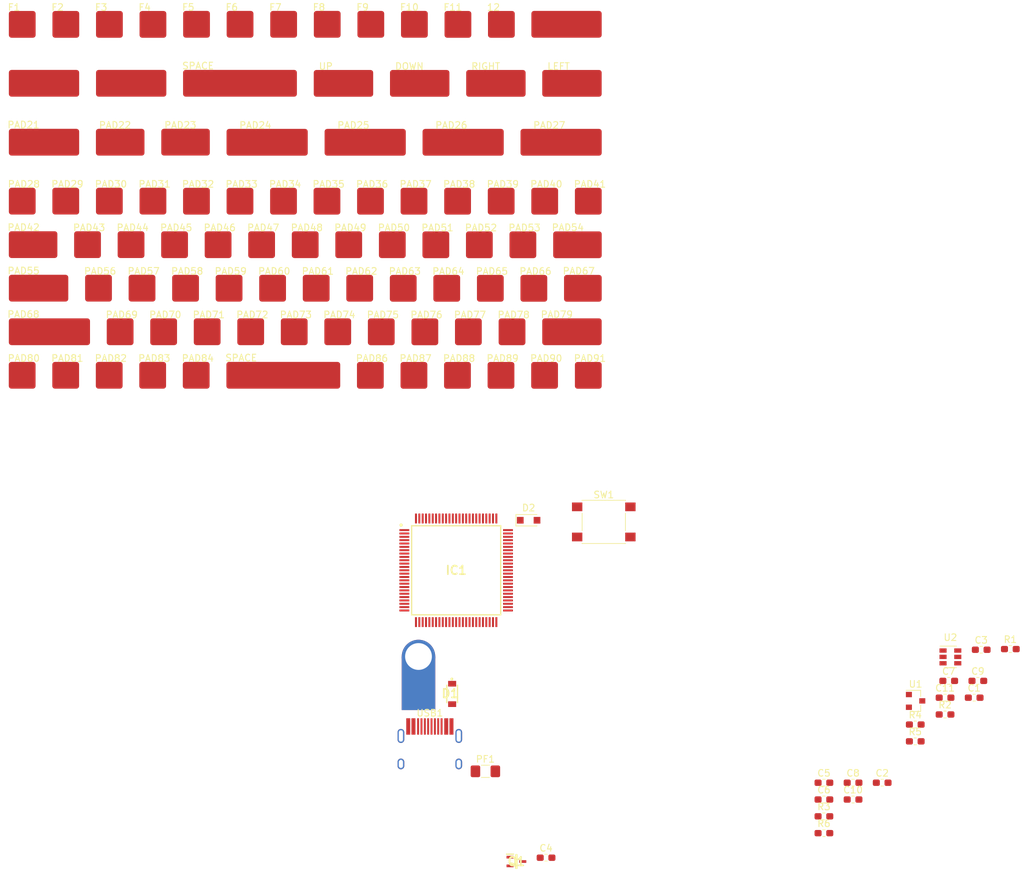
<source format=kicad_pcb>
(kicad_pcb (version 20171130) (host pcbnew "(5.1.2-1)-1")

  (general
    (thickness 1.6)
    (drawings 0)
    (tracks 0)
    (zones 0)
    (modules 118)
    (nets 101)
  )

  (page A4)
  (layers
    (0 F.Cu signal)
    (31 B.Cu signal)
    (32 B.Adhes user)
    (33 F.Adhes user)
    (34 B.Paste user)
    (35 F.Paste user)
    (36 B.SilkS user)
    (37 F.SilkS user)
    (38 B.Mask user)
    (39 F.Mask user)
    (40 Dwgs.User user)
    (41 Cmts.User user)
    (42 Eco1.User user)
    (43 Eco2.User user)
    (44 Edge.Cuts user)
    (45 Margin user)
    (46 B.CrtYd user)
    (47 F.CrtYd user)
    (48 B.Fab user)
    (49 F.Fab user)
  )

  (setup
    (last_trace_width 0.25)
    (trace_clearance 0.2)
    (zone_clearance 0.508)
    (zone_45_only no)
    (trace_min 0.2)
    (via_size 0.8)
    (via_drill 0.4)
    (via_min_size 0.4)
    (via_min_drill 0.3)
    (uvia_size 0.3)
    (uvia_drill 0.1)
    (uvias_allowed no)
    (uvia_min_size 0.2)
    (uvia_min_drill 0.1)
    (edge_width 0.05)
    (segment_width 0.2)
    (pcb_text_width 0.3)
    (pcb_text_size 1.5 1.5)
    (mod_edge_width 0.12)
    (mod_text_size 1 1)
    (mod_text_width 0.15)
    (pad_size 1.524 1.524)
    (pad_drill 0.762)
    (pad_to_mask_clearance 0.051)
    (solder_mask_min_width 0.25)
    (aux_axis_origin 0 0)
    (visible_elements FFFFF77F)
    (pcbplotparams
      (layerselection 0x010fc_ffffffff)
      (usegerberextensions false)
      (usegerberattributes false)
      (usegerberadvancedattributes false)
      (creategerberjobfile false)
      (excludeedgelayer true)
      (linewidth 0.100000)
      (plotframeref false)
      (viasonmask false)
      (mode 1)
      (useauxorigin false)
      (hpglpennumber 1)
      (hpglpenspeed 20)
      (hpglpendiameter 15.000000)
      (psnegative false)
      (psa4output false)
      (plotreference true)
      (plotvalue true)
      (plotinvisibletext false)
      (padsonsilk false)
      (subtractmaskfromsilk false)
      (outputformat 1)
      (mirror false)
      (drillshape 1)
      (scaleselection 1)
      (outputdirectory ""))
  )

  (net 0 "")
  (net 1 +3V3)
  (net 2 GND)
  (net 3 +5V)
  (net 4 BOOTO)
  (net 5 NRST)
  (net 6 "Net-(D2-Pad2)")
  (net 7 "Net-(H1-Pad1)")
  (net 8 E1)
  (net 9 E0)
  (net 10 B9)
  (net 11 B8)
  (net 12 B7)
  (net 13 B6)
  (net 14 B5)
  (net 15 B4)
  (net 16 B3)
  (net 17 D7)
  (net 18 D6)
  (net 19 D5)
  (net 20 D4)
  (net 21 D3)
  (net 22 D2)
  (net 23 D1)
  (net 24 D0)
  (net 25 C12)
  (net 26 C11)
  (net 27 C10)
  (net 28 A15)
  (net 29 A14)
  (net 30 F6)
  (net 31 A13)
  (net 32 D+)
  (net 33 D-)
  (net 34 A10)
  (net 35 A9)
  (net 36 A8)
  (net 37 C9)
  (net 38 C8)
  (net 39 C7)
  (net 40 C6)
  (net 41 D15)
  (net 42 D14)
  (net 43 D13)
  (net 44 D12)
  (net 45 D11)
  (net 46 D10)
  (net 47 D9)
  (net 48 D8)
  (net 49 B15)
  (net 50 "Net-(IC1-Pad53)")
  (net 51 "Net-(IC1-Pad52)")
  (net 52 B12)
  (net 53 B11)
  (net 54 B10)
  (net 55 E15)
  (net 56 E14)
  (net 57 E13)
  (net 58 E12)
  (net 59 E11)
  (net 60 E10)
  (net 61 E9)
  (net 62 E8)
  (net 63 E7)
  (net 64 B2)
  (net 65 B1)
  (net 66 B0)
  (net 67 C5)
  (net 68 C4)
  (net 69 A7)
  (net 70 A6)
  (net 71 A5)
  (net 72 A4)
  (net 73 A3)
  (net 74 A2)
  (net 75 A1)
  (net 76 A0)
  (net 77 F3)
  (net 78 F2)
  (net 79 C3)
  (net 80 C2)
  (net 81 C1)
  (net 82 C0)
  (net 83 F1)
  (net 84 F0)
  (net 85 F10)
  (net 86 F9)
  (net 87 "Net-(IC1-Pad9)")
  (net 88 C14)
  (net 89 C13)
  (net 90 E6)
  (net 91 E5)
  (net 92 E4)
  (net 93 E3)
  (net 94 E2)
  (net 95 VBUS)
  (net 96 GNDREF)
  (net 97 "Net-(R5-Pad2)")
  (net 98 "Net-(R6-Pad2)")
  (net 99 "Net-(USB1-Pad3)")
  (net 100 "Net-(USB1-Pad9)")

  (net_class Default "This is the default net class."
    (clearance 0.2)
    (trace_width 0.25)
    (via_dia 0.8)
    (via_drill 0.4)
    (uvia_dia 0.3)
    (uvia_drill 0.1)
    (add_net +3V3)
    (add_net +5V)
    (add_net A0)
    (add_net A1)
    (add_net A10)
    (add_net A13)
    (add_net A14)
    (add_net A15)
    (add_net A2)
    (add_net A3)
    (add_net A4)
    (add_net A5)
    (add_net A6)
    (add_net A7)
    (add_net A8)
    (add_net A9)
    (add_net B0)
    (add_net B1)
    (add_net B10)
    (add_net B11)
    (add_net B12)
    (add_net B15)
    (add_net B2)
    (add_net B3)
    (add_net B4)
    (add_net B5)
    (add_net B6)
    (add_net B7)
    (add_net B8)
    (add_net B9)
    (add_net BOOTO)
    (add_net C0)
    (add_net C1)
    (add_net C10)
    (add_net C11)
    (add_net C12)
    (add_net C13)
    (add_net C14)
    (add_net C2)
    (add_net C3)
    (add_net C4)
    (add_net C5)
    (add_net C6)
    (add_net C7)
    (add_net C8)
    (add_net C9)
    (add_net D+)
    (add_net D-)
    (add_net D0)
    (add_net D1)
    (add_net D10)
    (add_net D11)
    (add_net D12)
    (add_net D13)
    (add_net D14)
    (add_net D15)
    (add_net D2)
    (add_net D3)
    (add_net D4)
    (add_net D5)
    (add_net D6)
    (add_net D7)
    (add_net D8)
    (add_net D9)
    (add_net E0)
    (add_net E1)
    (add_net E10)
    (add_net E11)
    (add_net E12)
    (add_net E13)
    (add_net E14)
    (add_net E15)
    (add_net E2)
    (add_net E3)
    (add_net E4)
    (add_net E5)
    (add_net E6)
    (add_net E7)
    (add_net E8)
    (add_net E9)
    (add_net F0)
    (add_net F1)
    (add_net F10)
    (add_net F2)
    (add_net F3)
    (add_net F6)
    (add_net F9)
    (add_net GND)
    (add_net GNDREF)
    (add_net NRST)
    (add_net "Net-(D2-Pad2)")
    (add_net "Net-(H1-Pad1)")
    (add_net "Net-(IC1-Pad52)")
    (add_net "Net-(IC1-Pad53)")
    (add_net "Net-(IC1-Pad9)")
    (add_net "Net-(R5-Pad2)")
    (add_net "Net-(R6-Pad2)")
    (add_net "Net-(USB1-Pad3)")
    (add_net "Net-(USB1-Pad9)")
    (add_net VBUS)
  )

  (module ckeys:Tiny-Touch-Pad-3u (layer F.Cu) (tedit 5F0E8AAD) (tstamp 5F0F3636)
    (at 153.1882 85.4812)
    (path /5F59941F)
    (fp_text reference SPACE (at -9.5482 0.4988) (layer F.SilkS)
      (effects (font (size 1 1) (thickness 0.15)) (justify left))
    )
    (fp_text value Tiny-Touch-Pad (at 0 -0.5) (layer F.Fab) hide
      (effects (font (size 1 1) (thickness 0.15)))
    )
    (fp_line (start -10.5918 -0.1524) (end 8.9154 -0.1524) (layer Dwgs.User) (width 0.12))
    (fp_line (start -10.5918 6.35) (end -10.5918 -0.1524) (layer Dwgs.User) (width 0.12))
    (fp_line (start 8.9154 6.35) (end -10.5918 6.35) (layer Dwgs.User) (width 0.12))
    (fp_line (start 8.9154 -0.1524) (end 8.9154 6.35) (layer Dwgs.User) (width 0.12))
    (pad 1 smd roundrect (at -0.8382 3.0988) (size 17 4) (layers F.Cu F.Paste F.Mask) (roundrect_rratio 0.1)
      (net 78 F2))
  )

  (module ckeys:Tiny-Touch-Pad-2u (layer F.Cu) (tedit 5F0E87E2) (tstamp 5F0F358E)
    (at 201.9328 76.595)
    (path /5F591A8F)
    (fp_text reference PAD13 (at -5.0546 0.635) (layer F.SilkS) hide
      (effects (font (size 1 1) (thickness 0.15)) (justify left))
    )
    (fp_text value Tiny-Touch-Pad (at 0 -0.5) (layer F.Fab) hide
      (effects (font (size 1 1) (thickness 0.15)))
    )
    (fp_line (start -7.3152 -0.0762) (end 5.6896 -0.0762) (layer Dwgs.User) (width 0.12))
    (fp_line (start -7.3152 6.4262) (end -7.3152 -0.0762) (layer Dwgs.User) (width 0.12))
    (fp_line (start 5.6896 6.4262) (end -7.3152 6.4262) (layer Dwgs.User) (width 0.12))
    (fp_line (start 5.6896 -0.0762) (end 5.6896 6.4262) (layer Dwgs.User) (width 0.12))
    (pad 1 smd roundrect (at -0.8128 3.175) (size 10.5 4) (layers F.Cu F.Paste F.Mask) (roundrect_rratio 0.1)
      (net 81 C1))
  )

  (module ckeys:Tiny-Touch-Pad (layer F.Cu) (tedit 5F0D451A) (tstamp 5F0F364E)
    (at 120.4396 76.4018)
    (path /5F559231)
    (fp_text reference F1 (at -2.8448 0.8382) (layer F.SilkS)
      (effects (font (size 1 1) (thickness 0.15)) (justify left))
    )
    (fp_text value Tiny-Touch-Pad (at 0 -0.5) (layer F.Fab) hide
      (effects (font (size 1 1) (thickness 0.15)))
    )
    (fp_line (start -3.8608 6.6294) (end -3.8608 0.127) (layer Dwgs.User) (width 0.12))
    (fp_line (start 2.6416 6.6294) (end -3.8608 6.6294) (layer Dwgs.User) (width 0.12))
    (fp_line (start 2.6416 0.127) (end 2.6416 6.6294) (layer Dwgs.User) (width 0.12))
    (fp_line (start -3.8608 0.127) (end 2.6416 0.127) (layer Dwgs.User) (width 0.12))
    (pad 1 smd roundrect (at -0.6096 3.3782) (size 4 4) (layers F.Cu F.Paste F.Mask) (roundrect_rratio 0.1)
      (net 94 E2))
  )

  (module ckeys:Tiny-Touch-Pad-2.25u (layer F.Cu) (tedit 5F0E8A98) (tstamp 5F0F340E)
    (at 201.1228 94.2658)
    (path /5F5C924B)
    (fp_text reference PAD27 (at -5.0546 0.5842) (layer F.SilkS)
      (effects (font (size 1 1) (thickness 0.15)) (justify left))
    )
    (fp_text value Tiny-Touch-Pad (at 0 -0.5) (layer F.Fab) hide
      (effects (font (size 1 1) (thickness 0.15)))
    )
    (fp_line (start -8.128 -0.127) (end 6.5024 -0.127) (layer Dwgs.User) (width 0.12))
    (fp_line (start -8.128 6.3754) (end -8.128 -0.127) (layer Dwgs.User) (width 0.12))
    (fp_line (start 6.5024 6.3754) (end -8.128 6.3754) (layer Dwgs.User) (width 0.12))
    (fp_line (start 6.5024 -0.127) (end 6.5024 6.3754) (layer Dwgs.User) (width 0.12))
    (pad 1 smd roundrect (at -0.8128 3.1242) (size 12.125 4) (layers F.Cu F.Paste F.Mask) (roundrect_rratio 0.1)
      (net 67 C5))
  )

  (module ckeys:Tiny-Touch-Pad-2.25u (layer F.Cu) (tedit 5F0E8A98) (tstamp 5F0F35BE)
    (at 171.8628 94.2658)
    (path /5F59945B)
    (fp_text reference PAD25 (at -5.0546 0.5842) (layer F.SilkS)
      (effects (font (size 1 1) (thickness 0.15)) (justify left))
    )
    (fp_text value Tiny-Touch-Pad (at 0 -0.5) (layer F.Fab) hide
      (effects (font (size 1 1) (thickness 0.15)))
    )
    (fp_line (start -8.128 -0.127) (end 6.5024 -0.127) (layer Dwgs.User) (width 0.12))
    (fp_line (start -8.128 6.3754) (end -8.128 -0.127) (layer Dwgs.User) (width 0.12))
    (fp_line (start 6.5024 6.3754) (end -8.128 6.3754) (layer Dwgs.User) (width 0.12))
    (fp_line (start 6.5024 -0.127) (end 6.5024 6.3754) (layer Dwgs.User) (width 0.12))
    (pad 1 smd roundrect (at -0.8128 3.1242) (size 12.125 4) (layers F.Cu F.Paste F.Mask) (roundrect_rratio 0.1)
      (net 69 A7))
  )

  (module ckeys:Tiny-Touch-Pad-1.5u (layer F.Cu) (tedit 5F0E894B) (tstamp 5F0F3576)
    (at 145.109 94.2204)
    (path /5F59944F)
    (fp_text reference PAD23 (at -4.1402 0.6096) (layer F.SilkS)
      (effects (font (size 1 1) (thickness 0.15)) (justify left))
    )
    (fp_text value Tiny-Touch-Pad (at 0 -0.5) (layer F.Fab) hide
      (effects (font (size 1 1) (thickness 0.15)))
    )
    (fp_line (start -5.7658 -0.1016) (end 3.9878 -0.1016) (layer Dwgs.User) (width 0.12))
    (fp_line (start -5.7658 6.4008) (end -5.7658 -0.1016) (layer Dwgs.User) (width 0.12))
    (fp_line (start 3.9878 6.4008) (end -5.7658 6.4008) (layer Dwgs.User) (width 0.12))
    (fp_line (start 3.9878 -0.1016) (end 3.9878 6.4008) (layer Dwgs.User) (width 0.12))
    (pad 1 smd roundrect (at -0.889 3.1496) (size 7.25 4) (layers F.Cu F.Paste F.Mask) (roundrect_rratio 0.1)
      (net 71 A5))
  )

  (module ckeys:Tiny-Touch-Pad-1.5u (layer F.Cu) (tedit 5F0E894B) (tstamp 5F0F355E)
    (at 135.349 94.2304)
    (path /5F599449)
    (fp_text reference PAD22 (at -4.1402 0.6096) (layer F.SilkS)
      (effects (font (size 1 1) (thickness 0.15)) (justify left))
    )
    (fp_text value Tiny-Touch-Pad (at 0 -0.5) (layer F.Fab) hide
      (effects (font (size 1 1) (thickness 0.15)))
    )
    (fp_line (start -5.7658 -0.1016) (end 3.9878 -0.1016) (layer Dwgs.User) (width 0.12))
    (fp_line (start -5.7658 6.4008) (end -5.7658 -0.1016) (layer Dwgs.User) (width 0.12))
    (fp_line (start 3.9878 6.4008) (end -5.7658 6.4008) (layer Dwgs.User) (width 0.12))
    (fp_line (start 3.9878 -0.1016) (end 3.9878 6.4008) (layer Dwgs.User) (width 0.12))
    (pad 1 smd roundrect (at -0.889 3.1496) (size 7.25 4) (layers F.Cu F.Paste F.Mask) (roundrect_rratio 0.1)
      (net 72 A4))
  )

  (module ckeys:Tiny-Touch-Pad-1.75u (layer F.Cu) (tedit 5F0E87C7) (tstamp 5F0F352E)
    (at 202.565 85.4912)
    (path /5F599437)
    (fp_text reference LEFT (at -4.3942 0.5588) (layer F.SilkS)
      (effects (font (size 1 1) (thickness 0.15)) (justify left))
    )
    (fp_text value Tiny-Touch-Pad (at 0 -0.5) (layer F.Fab) hide
      (effects (font (size 1 1) (thickness 0.15)))
    )
    (fp_line (start -6.3246 -0.1524) (end 5.0546 -0.1524) (layer Dwgs.User) (width 0.12))
    (fp_line (start -6.3246 6.35) (end -6.3246 -0.1524) (layer Dwgs.User) (width 0.12))
    (fp_line (start 5.0546 6.35) (end -6.3246 6.35) (layer Dwgs.User) (width 0.12))
    (fp_line (start 5.0546 -0.1524) (end 5.0546 6.35) (layer Dwgs.User) (width 0.12))
    (pad 1 smd roundrect (at -0.635 3.0988) (size 8.875 4) (layers F.Cu F.Paste F.Mask) (roundrect_rratio 0.1)
      (net 74 A2))
  )

  (module ckeys:Tiny-Touch-Pad-2u (layer F.Cu) (tedit 5F0E87E2) (tstamp 5F0F3546)
    (at 123.8928 94.205)
    (path /5F599443)
    (fp_text reference PAD21 (at -6.3528 0.585) (layer F.SilkS)
      (effects (font (size 1 1) (thickness 0.15)) (justify left))
    )
    (fp_text value Tiny-Touch-Pad (at 0 -0.5) (layer F.Fab) hide
      (effects (font (size 1 1) (thickness 0.15)))
    )
    (fp_line (start -7.3152 -0.0762) (end 5.6896 -0.0762) (layer Dwgs.User) (width 0.12))
    (fp_line (start -7.3152 6.4262) (end -7.3152 -0.0762) (layer Dwgs.User) (width 0.12))
    (fp_line (start 5.6896 6.4262) (end -7.3152 6.4262) (layer Dwgs.User) (width 0.12))
    (fp_line (start 5.6896 -0.0762) (end 5.6896 6.4262) (layer Dwgs.User) (width 0.12))
    (pad 1 smd roundrect (at -0.8128 3.175) (size 10.5 4) (layers F.Cu F.Paste F.Mask) (roundrect_rratio 0.1)
      (net 73 A3))
  )

  (module Button_Switch_SMD:SW_Push_1P1T_NO_6x6mm_H9.5mm (layer F.Cu) (tedit 5CA1CA7F) (tstamp 5F0D95B3)
    (at 206.681 154.09)
    (descr "tactile push button, 6x6mm e.g. PTS645xx series, height=9.5mm")
    (tags "tact sw push 6mm smd")
    (path /5F2BF5BB)
    (attr smd)
    (fp_text reference SW1 (at 0 -4.05) (layer F.SilkS)
      (effects (font (size 1 1) (thickness 0.15)))
    )
    (fp_text value SW_Push (at 0 4.15) (layer F.Fab)
      (effects (font (size 1 1) (thickness 0.15)))
    )
    (fp_circle (center 0 0) (end 1.75 -0.05) (layer F.Fab) (width 0.1))
    (fp_line (start -3.23 3.23) (end 3.23 3.23) (layer F.SilkS) (width 0.12))
    (fp_line (start -3.23 -1.3) (end -3.23 1.3) (layer F.SilkS) (width 0.12))
    (fp_line (start -3.23 -3.23) (end 3.23 -3.23) (layer F.SilkS) (width 0.12))
    (fp_line (start 3.23 -1.3) (end 3.23 1.3) (layer F.SilkS) (width 0.12))
    (fp_line (start -3.23 -3.2) (end -3.23 -3.23) (layer F.SilkS) (width 0.12))
    (fp_line (start -3.23 3.23) (end -3.23 3.2) (layer F.SilkS) (width 0.12))
    (fp_line (start 3.23 3.23) (end 3.23 3.2) (layer F.SilkS) (width 0.12))
    (fp_line (start 3.23 -3.23) (end 3.23 -3.2) (layer F.SilkS) (width 0.12))
    (fp_line (start -5 -3.25) (end 5 -3.25) (layer F.CrtYd) (width 0.05))
    (fp_line (start -5 3.25) (end 5 3.25) (layer F.CrtYd) (width 0.05))
    (fp_line (start -5 -3.25) (end -5 3.25) (layer F.CrtYd) (width 0.05))
    (fp_line (start 5 3.25) (end 5 -3.25) (layer F.CrtYd) (width 0.05))
    (fp_line (start 3 -3) (end -3 -3) (layer F.Fab) (width 0.1))
    (fp_line (start 3 3) (end 3 -3) (layer F.Fab) (width 0.1))
    (fp_line (start -3 3) (end 3 3) (layer F.Fab) (width 0.1))
    (fp_line (start -3 -3) (end -3 3) (layer F.Fab) (width 0.1))
    (fp_text user %R (at 0 -4.05) (layer F.Fab)
      (effects (font (size 1 1) (thickness 0.15)))
    )
    (pad 2 smd rect (at 3.975 2.25) (size 1.55 1.3) (layers F.Cu F.Paste F.Mask)
      (net 6 "Net-(D2-Pad2)"))
    (pad 1 smd rect (at 3.975 -2.25) (size 1.55 1.3) (layers F.Cu F.Paste F.Mask)
      (net 1 +3V3))
    (pad 1 smd rect (at -3.975 -2.25) (size 1.55 1.3) (layers F.Cu F.Paste F.Mask)
      (net 1 +3V3))
    (pad 2 smd rect (at -3.975 2.25) (size 1.55 1.3) (layers F.Cu F.Paste F.Mask)
      (net 6 "Net-(D2-Pad2)"))
    (model ${KISYS3DMOD}/Button_Switch_SMD.3dshapes/SW_PUSH_6mm_H9.5mm.wrl
      (at (xyz 0 0 0))
      (scale (xyz 1 1 1))
      (rotate (xyz 0 0 0))
    )
  )

  (module Diode_SMD:D_SOD-323_HandSoldering (layer F.Cu) (tedit 58641869) (tstamp 5F0D92BB)
    (at 195.461 153.84)
    (descr SOD-323)
    (tags SOD-323)
    (path /5F2B4382)
    (attr smd)
    (fp_text reference D2 (at 0 -1.85) (layer F.SilkS)
      (effects (font (size 1 1) (thickness 0.15)))
    )
    (fp_text value 1N4148 (at 0.1 1.9) (layer F.Fab)
      (effects (font (size 1 1) (thickness 0.15)))
    )
    (fp_line (start -1.9 -0.85) (end 1.25 -0.85) (layer F.SilkS) (width 0.12))
    (fp_line (start -1.9 0.85) (end 1.25 0.85) (layer F.SilkS) (width 0.12))
    (fp_line (start -2 -0.95) (end -2 0.95) (layer F.CrtYd) (width 0.05))
    (fp_line (start -2 0.95) (end 2 0.95) (layer F.CrtYd) (width 0.05))
    (fp_line (start 2 -0.95) (end 2 0.95) (layer F.CrtYd) (width 0.05))
    (fp_line (start -2 -0.95) (end 2 -0.95) (layer F.CrtYd) (width 0.05))
    (fp_line (start -0.9 -0.7) (end 0.9 -0.7) (layer F.Fab) (width 0.1))
    (fp_line (start 0.9 -0.7) (end 0.9 0.7) (layer F.Fab) (width 0.1))
    (fp_line (start 0.9 0.7) (end -0.9 0.7) (layer F.Fab) (width 0.1))
    (fp_line (start -0.9 0.7) (end -0.9 -0.7) (layer F.Fab) (width 0.1))
    (fp_line (start -0.3 -0.35) (end -0.3 0.35) (layer F.Fab) (width 0.1))
    (fp_line (start -0.3 0) (end -0.5 0) (layer F.Fab) (width 0.1))
    (fp_line (start -0.3 0) (end 0.2 -0.35) (layer F.Fab) (width 0.1))
    (fp_line (start 0.2 -0.35) (end 0.2 0.35) (layer F.Fab) (width 0.1))
    (fp_line (start 0.2 0.35) (end -0.3 0) (layer F.Fab) (width 0.1))
    (fp_line (start 0.2 0) (end 0.45 0) (layer F.Fab) (width 0.1))
    (fp_line (start -1.9 -0.85) (end -1.9 0.85) (layer F.SilkS) (width 0.12))
    (fp_text user %R (at 0 -1.85) (layer F.Fab)
      (effects (font (size 1 1) (thickness 0.15)))
    )
    (pad 2 smd rect (at 1.25 0) (size 1 1) (layers F.Cu F.Paste F.Mask)
      (net 6 "Net-(D2-Pad2)"))
    (pad 1 smd rect (at -1.25 0) (size 1 1) (layers F.Cu F.Paste F.Mask)
      (net 4 BOOTO))
    (model ${KISYS3DMOD}/Diode_SMD.3dshapes/D_SOD-323.wrl
      (at (xyz 0 0 0))
      (scale (xyz 1 1 1))
      (rotate (xyz 0 0 0))
    )
  )

  (module Type-C:HRO-TYPE-C-31-M-12-HandSoldering (layer F.Cu) (tedit 5C42C6AC) (tstamp 5F0D95F8)
    (at 180.705999 192.834999)
    (path /5F1DF8D9)
    (attr smd)
    (fp_text reference USB1 (at 0 -10.2) (layer F.SilkS)
      (effects (font (size 1 1) (thickness 0.15)))
    )
    (fp_text value HRO-TYPE-C-31-M-12 (at 0 1.15) (layer Dwgs.User)
      (effects (font (size 1 1) (thickness 0.15)))
    )
    (fp_line (start -4.47 0) (end 4.47 0) (layer Dwgs.User) (width 0.15))
    (fp_line (start -4.47 0) (end -4.47 -7.3) (layer Dwgs.User) (width 0.15))
    (fp_line (start 4.47 0) (end 4.47 -7.3) (layer Dwgs.User) (width 0.15))
    (fp_line (start -4.47 -7.3) (end 4.47 -7.3) (layer Dwgs.User) (width 0.15))
    (pad 12 smd rect (at 3.225 -8.195) (size 0.6 2.45) (layers F.Cu F.Paste F.Mask)
      (net 2 GND))
    (pad 1 smd rect (at -3.225 -8.195) (size 0.6 2.45) (layers F.Cu F.Paste F.Mask)
      (net 2 GND))
    (pad 11 smd rect (at 2.45 -8.195) (size 0.6 2.45) (layers F.Cu F.Paste F.Mask)
      (net 95 VBUS))
    (pad 2 smd rect (at -2.45 -8.195) (size 0.6 2.45) (layers F.Cu F.Paste F.Mask)
      (net 95 VBUS))
    (pad 3 smd rect (at -1.75 -8.195) (size 0.3 2.45) (layers F.Cu F.Paste F.Mask)
      (net 99 "Net-(USB1-Pad3)"))
    (pad 10 smd rect (at 1.75 -8.195) (size 0.3 2.45) (layers F.Cu F.Paste F.Mask)
      (net 98 "Net-(R6-Pad2)"))
    (pad 4 smd rect (at -1.25 -8.195) (size 0.3 2.45) (layers F.Cu F.Paste F.Mask)
      (net 97 "Net-(R5-Pad2)"))
    (pad 9 smd rect (at 1.25 -8.195) (size 0.3 2.45) (layers F.Cu F.Paste F.Mask)
      (net 100 "Net-(USB1-Pad9)"))
    (pad 5 smd rect (at -0.75 -8.195) (size 0.3 2.45) (layers F.Cu F.Paste F.Mask)
      (net 33 D-))
    (pad 8 smd rect (at 0.75 -8.195) (size 0.3 2.45) (layers F.Cu F.Paste F.Mask)
      (net 32 D+))
    (pad 7 smd rect (at 0.25 -8.195) (size 0.3 2.45) (layers F.Cu F.Paste F.Mask)
      (net 33 D-))
    (pad 6 smd rect (at -0.25 -8.195) (size 0.3 2.45) (layers F.Cu F.Paste F.Mask)
      (net 32 D+))
    (pad "" np_thru_hole circle (at 2.89 -6.25) (size 0.65 0.65) (drill 0.65) (layers *.Cu *.Mask))
    (pad "" np_thru_hole circle (at -2.89 -6.25) (size 0.65 0.65) (drill 0.65) (layers *.Cu *.Mask))
    (pad 13 thru_hole oval (at -4.32 -6.78) (size 1 2.1) (drill oval 0.6 1.7) (layers *.Cu B.Mask)
      (net 96 GNDREF))
    (pad 13 thru_hole oval (at 4.32 -6.78) (size 1 2.1) (drill oval 0.6 1.7) (layers *.Cu B.Mask)
      (net 96 GNDREF))
    (pad 13 thru_hole oval (at -4.32 -2.6) (size 1 1.6) (drill oval 0.6 1.2) (layers *.Cu B.Mask)
      (net 96 GNDREF))
    (pad 13 thru_hole oval (at 4.32 -2.6) (size 1 1.6) (drill oval 0.6 1.2) (layers *.Cu B.Mask)
      (net 96 GNDREF))
  )

  (module Package_TO_SOT_SMD:SOT-23-6 (layer F.Cu) (tedit 5A02FF57) (tstamp 5F0D95DE)
    (at 258.451 174.25)
    (descr "6-pin SOT-23 package")
    (tags SOT-23-6)
    (path /5F1EB196)
    (attr smd)
    (fp_text reference U2 (at 0 -2.9) (layer F.SilkS)
      (effects (font (size 1 1) (thickness 0.15)))
    )
    (fp_text value SRV05-4 (at 0 2.9) (layer F.Fab)
      (effects (font (size 1 1) (thickness 0.15)))
    )
    (fp_line (start 0.9 -1.55) (end 0.9 1.55) (layer F.Fab) (width 0.1))
    (fp_line (start 0.9 1.55) (end -0.9 1.55) (layer F.Fab) (width 0.1))
    (fp_line (start -0.9 -0.9) (end -0.9 1.55) (layer F.Fab) (width 0.1))
    (fp_line (start 0.9 -1.55) (end -0.25 -1.55) (layer F.Fab) (width 0.1))
    (fp_line (start -0.9 -0.9) (end -0.25 -1.55) (layer F.Fab) (width 0.1))
    (fp_line (start -1.9 -1.8) (end -1.9 1.8) (layer F.CrtYd) (width 0.05))
    (fp_line (start -1.9 1.8) (end 1.9 1.8) (layer F.CrtYd) (width 0.05))
    (fp_line (start 1.9 1.8) (end 1.9 -1.8) (layer F.CrtYd) (width 0.05))
    (fp_line (start 1.9 -1.8) (end -1.9 -1.8) (layer F.CrtYd) (width 0.05))
    (fp_line (start 0.9 -1.61) (end -1.55 -1.61) (layer F.SilkS) (width 0.12))
    (fp_line (start -0.9 1.61) (end 0.9 1.61) (layer F.SilkS) (width 0.12))
    (fp_text user %R (at 0 0 90) (layer F.Fab)
      (effects (font (size 0.5 0.5) (thickness 0.075)))
    )
    (pad 5 smd rect (at 1.1 0) (size 1.06 0.65) (layers F.Cu F.Paste F.Mask)
      (net 95 VBUS))
    (pad 6 smd rect (at 1.1 -0.95) (size 1.06 0.65) (layers F.Cu F.Paste F.Mask)
      (net 32 D+))
    (pad 4 smd rect (at 1.1 0.95) (size 1.06 0.65) (layers F.Cu F.Paste F.Mask)
      (net 33 D-))
    (pad 3 smd rect (at -1.1 0.95) (size 1.06 0.65) (layers F.Cu F.Paste F.Mask)
      (net 32 D+))
    (pad 2 smd rect (at -1.1 0) (size 1.06 0.65) (layers F.Cu F.Paste F.Mask)
      (net 2 GND))
    (pad 1 smd rect (at -1.1 -0.95) (size 1.06 0.65) (layers F.Cu F.Paste F.Mask)
      (net 33 D-))
    (model ${KISYS3DMOD}/Package_TO_SOT_SMD.3dshapes/SOT-23-6.wrl
      (at (xyz 0 0 0))
      (scale (xyz 1 1 1))
      (rotate (xyz 0 0 0))
    )
  )

  (module Package_TO_SOT_SMD:SOT-23 (layer F.Cu) (tedit 5A02FF57) (tstamp 5F0D95C8)
    (at 253.251 180.82)
    (descr "SOT-23, Standard")
    (tags SOT-23)
    (path /5F1FAE10)
    (attr smd)
    (fp_text reference U1 (at 0 -2.5) (layer F.SilkS)
      (effects (font (size 1 1) (thickness 0.15)))
    )
    (fp_text value MCP1700-3002E_SOT23 (at 0 2.5) (layer F.Fab)
      (effects (font (size 1 1) (thickness 0.15)))
    )
    (fp_line (start 0.76 1.58) (end -0.7 1.58) (layer F.SilkS) (width 0.12))
    (fp_line (start 0.76 -1.58) (end -1.4 -1.58) (layer F.SilkS) (width 0.12))
    (fp_line (start -1.7 1.75) (end -1.7 -1.75) (layer F.CrtYd) (width 0.05))
    (fp_line (start 1.7 1.75) (end -1.7 1.75) (layer F.CrtYd) (width 0.05))
    (fp_line (start 1.7 -1.75) (end 1.7 1.75) (layer F.CrtYd) (width 0.05))
    (fp_line (start -1.7 -1.75) (end 1.7 -1.75) (layer F.CrtYd) (width 0.05))
    (fp_line (start 0.76 -1.58) (end 0.76 -0.65) (layer F.SilkS) (width 0.12))
    (fp_line (start 0.76 1.58) (end 0.76 0.65) (layer F.SilkS) (width 0.12))
    (fp_line (start -0.7 1.52) (end 0.7 1.52) (layer F.Fab) (width 0.1))
    (fp_line (start 0.7 -1.52) (end 0.7 1.52) (layer F.Fab) (width 0.1))
    (fp_line (start -0.7 -0.95) (end -0.15 -1.52) (layer F.Fab) (width 0.1))
    (fp_line (start -0.15 -1.52) (end 0.7 -1.52) (layer F.Fab) (width 0.1))
    (fp_line (start -0.7 -0.95) (end -0.7 1.5) (layer F.Fab) (width 0.1))
    (fp_text user %R (at 0 0 90) (layer F.Fab)
      (effects (font (size 0.5 0.5) (thickness 0.075)))
    )
    (pad 3 smd rect (at 1 0) (size 0.9 0.8) (layers F.Cu F.Paste F.Mask)
      (net 3 +5V))
    (pad 2 smd rect (at -1 0.95) (size 0.9 0.8) (layers F.Cu F.Paste F.Mask)
      (net 1 +3V3))
    (pad 1 smd rect (at -1 -0.95) (size 0.9 0.8) (layers F.Cu F.Paste F.Mask)
      (net 2 GND))
    (model ${KISYS3DMOD}/Package_TO_SOT_SMD.3dshapes/SOT-23.wrl
      (at (xyz 0 0 0))
      (scale (xyz 1 1 1))
      (rotate (xyz 0 0 0))
    )
  )

  (module Resistor_SMD:R_0603_1608Metric_Pad1.05x0.95mm_HandSolder (layer F.Cu) (tedit 5B301BBD) (tstamp 5F0D9594)
    (at 239.561 200.57)
    (descr "Resistor SMD 0603 (1608 Metric), square (rectangular) end terminal, IPC_7351 nominal with elongated pad for handsoldering. (Body size source: http://www.tortai-tech.com/upload/download/2011102023233369053.pdf), generated with kicad-footprint-generator")
    (tags "resistor handsolder")
    (path /5F2EAECE)
    (attr smd)
    (fp_text reference R6 (at 0 -1.43) (layer F.SilkS)
      (effects (font (size 1 1) (thickness 0.15)))
    )
    (fp_text value 5k1 (at 0 1.43) (layer F.Fab)
      (effects (font (size 1 1) (thickness 0.15)))
    )
    (fp_text user %R (at 0 0) (layer F.Fab)
      (effects (font (size 0.4 0.4) (thickness 0.06)))
    )
    (fp_line (start 1.65 0.73) (end -1.65 0.73) (layer F.CrtYd) (width 0.05))
    (fp_line (start 1.65 -0.73) (end 1.65 0.73) (layer F.CrtYd) (width 0.05))
    (fp_line (start -1.65 -0.73) (end 1.65 -0.73) (layer F.CrtYd) (width 0.05))
    (fp_line (start -1.65 0.73) (end -1.65 -0.73) (layer F.CrtYd) (width 0.05))
    (fp_line (start -0.171267 0.51) (end 0.171267 0.51) (layer F.SilkS) (width 0.12))
    (fp_line (start -0.171267 -0.51) (end 0.171267 -0.51) (layer F.SilkS) (width 0.12))
    (fp_line (start 0.8 0.4) (end -0.8 0.4) (layer F.Fab) (width 0.1))
    (fp_line (start 0.8 -0.4) (end 0.8 0.4) (layer F.Fab) (width 0.1))
    (fp_line (start -0.8 -0.4) (end 0.8 -0.4) (layer F.Fab) (width 0.1))
    (fp_line (start -0.8 0.4) (end -0.8 -0.4) (layer F.Fab) (width 0.1))
    (pad 2 smd roundrect (at 0.875 0) (size 1.05 0.95) (layers F.Cu F.Paste F.Mask) (roundrect_rratio 0.25)
      (net 98 "Net-(R6-Pad2)"))
    (pad 1 smd roundrect (at -0.875 0) (size 1.05 0.95) (layers F.Cu F.Paste F.Mask) (roundrect_rratio 0.25)
      (net 2 GND))
    (model ${KISYS3DMOD}/Resistor_SMD.3dshapes/R_0603_1608Metric.wrl
      (at (xyz 0 0 0))
      (scale (xyz 1 1 1))
      (rotate (xyz 0 0 0))
    )
  )

  (module Resistor_SMD:R_0603_1608Metric_Pad1.05x0.95mm_HandSolder (layer F.Cu) (tedit 5B301BBD) (tstamp 5F0D9583)
    (at 253.201 186.86)
    (descr "Resistor SMD 0603 (1608 Metric), square (rectangular) end terminal, IPC_7351 nominal with elongated pad for handsoldering. (Body size source: http://www.tortai-tech.com/upload/download/2011102023233369053.pdf), generated with kicad-footprint-generator")
    (tags "resistor handsolder")
    (path /5F2F10AD)
    (attr smd)
    (fp_text reference R5 (at 0 -1.43) (layer F.SilkS)
      (effects (font (size 1 1) (thickness 0.15)))
    )
    (fp_text value 5k1 (at 0 1.43) (layer F.Fab)
      (effects (font (size 1 1) (thickness 0.15)))
    )
    (fp_text user %R (at 0 0) (layer F.Fab)
      (effects (font (size 0.4 0.4) (thickness 0.06)))
    )
    (fp_line (start 1.65 0.73) (end -1.65 0.73) (layer F.CrtYd) (width 0.05))
    (fp_line (start 1.65 -0.73) (end 1.65 0.73) (layer F.CrtYd) (width 0.05))
    (fp_line (start -1.65 -0.73) (end 1.65 -0.73) (layer F.CrtYd) (width 0.05))
    (fp_line (start -1.65 0.73) (end -1.65 -0.73) (layer F.CrtYd) (width 0.05))
    (fp_line (start -0.171267 0.51) (end 0.171267 0.51) (layer F.SilkS) (width 0.12))
    (fp_line (start -0.171267 -0.51) (end 0.171267 -0.51) (layer F.SilkS) (width 0.12))
    (fp_line (start 0.8 0.4) (end -0.8 0.4) (layer F.Fab) (width 0.1))
    (fp_line (start 0.8 -0.4) (end 0.8 0.4) (layer F.Fab) (width 0.1))
    (fp_line (start -0.8 -0.4) (end 0.8 -0.4) (layer F.Fab) (width 0.1))
    (fp_line (start -0.8 0.4) (end -0.8 -0.4) (layer F.Fab) (width 0.1))
    (pad 2 smd roundrect (at 0.875 0) (size 1.05 0.95) (layers F.Cu F.Paste F.Mask) (roundrect_rratio 0.25)
      (net 97 "Net-(R5-Pad2)"))
    (pad 1 smd roundrect (at -0.875 0) (size 1.05 0.95) (layers F.Cu F.Paste F.Mask) (roundrect_rratio 0.25)
      (net 2 GND))
    (model ${KISYS3DMOD}/Resistor_SMD.3dshapes/R_0603_1608Metric.wrl
      (at (xyz 0 0 0))
      (scale (xyz 1 1 1))
      (rotate (xyz 0 0 0))
    )
  )

  (module Resistor_SMD:R_0603_1608Metric_Pad1.05x0.95mm_HandSolder (layer F.Cu) (tedit 5B301BBD) (tstamp 5F0D9572)
    (at 253.201 184.35)
    (descr "Resistor SMD 0603 (1608 Metric), square (rectangular) end terminal, IPC_7351 nominal with elongated pad for handsoldering. (Body size source: http://www.tortai-tech.com/upload/download/2011102023233369053.pdf), generated with kicad-footprint-generator")
    (tags "resistor handsolder")
    (path /5F2CB241)
    (attr smd)
    (fp_text reference R4 (at 0 -1.43) (layer F.SilkS)
      (effects (font (size 1 1) (thickness 0.15)))
    )
    (fp_text value 100K (at 0 1.43) (layer F.Fab)
      (effects (font (size 1 1) (thickness 0.15)))
    )
    (fp_text user %R (at 0 0) (layer F.Fab)
      (effects (font (size 0.4 0.4) (thickness 0.06)))
    )
    (fp_line (start 1.65 0.73) (end -1.65 0.73) (layer F.CrtYd) (width 0.05))
    (fp_line (start 1.65 -0.73) (end 1.65 0.73) (layer F.CrtYd) (width 0.05))
    (fp_line (start -1.65 -0.73) (end 1.65 -0.73) (layer F.CrtYd) (width 0.05))
    (fp_line (start -1.65 0.73) (end -1.65 -0.73) (layer F.CrtYd) (width 0.05))
    (fp_line (start -0.171267 0.51) (end 0.171267 0.51) (layer F.SilkS) (width 0.12))
    (fp_line (start -0.171267 -0.51) (end 0.171267 -0.51) (layer F.SilkS) (width 0.12))
    (fp_line (start 0.8 0.4) (end -0.8 0.4) (layer F.Fab) (width 0.1))
    (fp_line (start 0.8 -0.4) (end 0.8 0.4) (layer F.Fab) (width 0.1))
    (fp_line (start -0.8 -0.4) (end 0.8 -0.4) (layer F.Fab) (width 0.1))
    (fp_line (start -0.8 0.4) (end -0.8 -0.4) (layer F.Fab) (width 0.1))
    (pad 2 smd roundrect (at 0.875 0) (size 1.05 0.95) (layers F.Cu F.Paste F.Mask) (roundrect_rratio 0.25)
      (net 2 GND))
    (pad 1 smd roundrect (at -0.875 0) (size 1.05 0.95) (layers F.Cu F.Paste F.Mask) (roundrect_rratio 0.25)
      (net 4 BOOTO))
    (model ${KISYS3DMOD}/Resistor_SMD.3dshapes/R_0603_1608Metric.wrl
      (at (xyz 0 0 0))
      (scale (xyz 1 1 1))
      (rotate (xyz 0 0 0))
    )
  )

  (module Resistor_SMD:R_0603_1608Metric_Pad1.05x0.95mm_HandSolder (layer F.Cu) (tedit 5B301BBD) (tstamp 5F0D9561)
    (at 239.561 198.06)
    (descr "Resistor SMD 0603 (1608 Metric), square (rectangular) end terminal, IPC_7351 nominal with elongated pad for handsoldering. (Body size source: http://www.tortai-tech.com/upload/download/2011102023233369053.pdf), generated with kicad-footprint-generator")
    (tags "resistor handsolder")
    (path /5F2DF3E1)
    (attr smd)
    (fp_text reference R3 (at 0 -1.43) (layer F.SilkS)
      (effects (font (size 1 1) (thickness 0.15)))
    )
    (fp_text value 1M (at 0 1.43) (layer F.Fab)
      (effects (font (size 1 1) (thickness 0.15)))
    )
    (fp_text user %R (at 0 0) (layer F.Fab)
      (effects (font (size 0.4 0.4) (thickness 0.06)))
    )
    (fp_line (start 1.65 0.73) (end -1.65 0.73) (layer F.CrtYd) (width 0.05))
    (fp_line (start 1.65 -0.73) (end 1.65 0.73) (layer F.CrtYd) (width 0.05))
    (fp_line (start -1.65 -0.73) (end 1.65 -0.73) (layer F.CrtYd) (width 0.05))
    (fp_line (start -1.65 0.73) (end -1.65 -0.73) (layer F.CrtYd) (width 0.05))
    (fp_line (start -0.171267 0.51) (end 0.171267 0.51) (layer F.SilkS) (width 0.12))
    (fp_line (start -0.171267 -0.51) (end 0.171267 -0.51) (layer F.SilkS) (width 0.12))
    (fp_line (start 0.8 0.4) (end -0.8 0.4) (layer F.Fab) (width 0.1))
    (fp_line (start 0.8 -0.4) (end 0.8 0.4) (layer F.Fab) (width 0.1))
    (fp_line (start -0.8 -0.4) (end 0.8 -0.4) (layer F.Fab) (width 0.1))
    (fp_line (start -0.8 0.4) (end -0.8 -0.4) (layer F.Fab) (width 0.1))
    (pad 2 smd roundrect (at 0.875 0) (size 1.05 0.95) (layers F.Cu F.Paste F.Mask) (roundrect_rratio 0.25)
      (net 96 GNDREF))
    (pad 1 smd roundrect (at -0.875 0) (size 1.05 0.95) (layers F.Cu F.Paste F.Mask) (roundrect_rratio 0.25)
      (net 2 GND))
    (model ${KISYS3DMOD}/Resistor_SMD.3dshapes/R_0603_1608Metric.wrl
      (at (xyz 0 0 0))
      (scale (xyz 1 1 1))
      (rotate (xyz 0 0 0))
    )
  )

  (module Resistor_SMD:R_0603_1608Metric_Pad1.05x0.95mm_HandSolder (layer F.Cu) (tedit 5B301BBD) (tstamp 5F0D9550)
    (at 257.651 182.85)
    (descr "Resistor SMD 0603 (1608 Metric), square (rectangular) end terminal, IPC_7351 nominal with elongated pad for handsoldering. (Body size source: http://www.tortai-tech.com/upload/download/2011102023233369053.pdf), generated with kicad-footprint-generator")
    (tags "resistor handsolder")
    (path /5F27AD0D)
    (attr smd)
    (fp_text reference R2 (at 0 -1.43) (layer F.SilkS)
      (effects (font (size 1 1) (thickness 0.15)))
    )
    (fp_text value 100K (at 0 1.43) (layer F.Fab)
      (effects (font (size 1 1) (thickness 0.15)))
    )
    (fp_text user %R (at 0 0) (layer F.Fab)
      (effects (font (size 0.4 0.4) (thickness 0.06)))
    )
    (fp_line (start 1.65 0.73) (end -1.65 0.73) (layer F.CrtYd) (width 0.05))
    (fp_line (start 1.65 -0.73) (end 1.65 0.73) (layer F.CrtYd) (width 0.05))
    (fp_line (start -1.65 -0.73) (end 1.65 -0.73) (layer F.CrtYd) (width 0.05))
    (fp_line (start -1.65 0.73) (end -1.65 -0.73) (layer F.CrtYd) (width 0.05))
    (fp_line (start -0.171267 0.51) (end 0.171267 0.51) (layer F.SilkS) (width 0.12))
    (fp_line (start -0.171267 -0.51) (end 0.171267 -0.51) (layer F.SilkS) (width 0.12))
    (fp_line (start 0.8 0.4) (end -0.8 0.4) (layer F.Fab) (width 0.1))
    (fp_line (start 0.8 -0.4) (end 0.8 0.4) (layer F.Fab) (width 0.1))
    (fp_line (start -0.8 -0.4) (end 0.8 -0.4) (layer F.Fab) (width 0.1))
    (fp_line (start -0.8 0.4) (end -0.8 -0.4) (layer F.Fab) (width 0.1))
    (pad 2 smd roundrect (at 0.875 0) (size 1.05 0.95) (layers F.Cu F.Paste F.Mask) (roundrect_rratio 0.25)
      (net 2 GND))
    (pad 1 smd roundrect (at -0.875 0) (size 1.05 0.95) (layers F.Cu F.Paste F.Mask) (roundrect_rratio 0.25)
      (net 1 +3V3))
    (model ${KISYS3DMOD}/Resistor_SMD.3dshapes/R_0603_1608Metric.wrl
      (at (xyz 0 0 0))
      (scale (xyz 1 1 1))
      (rotate (xyz 0 0 0))
    )
  )

  (module Resistor_SMD:R_0603_1608Metric_Pad1.05x0.95mm_HandSolder (layer F.Cu) (tedit 5B301BBD) (tstamp 5F0D953F)
    (at 267.401 173.08)
    (descr "Resistor SMD 0603 (1608 Metric), square (rectangular) end terminal, IPC_7351 nominal with elongated pad for handsoldering. (Body size source: http://www.tortai-tech.com/upload/download/2011102023233369053.pdf), generated with kicad-footprint-generator")
    (tags "resistor handsolder")
    (path /5F27DCF3)
    (attr smd)
    (fp_text reference R1 (at 0 -1.43) (layer F.SilkS)
      (effects (font (size 1 1) (thickness 0.15)))
    )
    (fp_text value 100K (at 0 1.43) (layer F.Fab)
      (effects (font (size 1 1) (thickness 0.15)))
    )
    (fp_text user %R (at 0 0) (layer F.Fab)
      (effects (font (size 0.4 0.4) (thickness 0.06)))
    )
    (fp_line (start 1.65 0.73) (end -1.65 0.73) (layer F.CrtYd) (width 0.05))
    (fp_line (start 1.65 -0.73) (end 1.65 0.73) (layer F.CrtYd) (width 0.05))
    (fp_line (start -1.65 -0.73) (end 1.65 -0.73) (layer F.CrtYd) (width 0.05))
    (fp_line (start -1.65 0.73) (end -1.65 -0.73) (layer F.CrtYd) (width 0.05))
    (fp_line (start -0.171267 0.51) (end 0.171267 0.51) (layer F.SilkS) (width 0.12))
    (fp_line (start -0.171267 -0.51) (end 0.171267 -0.51) (layer F.SilkS) (width 0.12))
    (fp_line (start 0.8 0.4) (end -0.8 0.4) (layer F.Fab) (width 0.1))
    (fp_line (start 0.8 -0.4) (end 0.8 0.4) (layer F.Fab) (width 0.1))
    (fp_line (start -0.8 -0.4) (end 0.8 -0.4) (layer F.Fab) (width 0.1))
    (fp_line (start -0.8 0.4) (end -0.8 -0.4) (layer F.Fab) (width 0.1))
    (pad 2 smd roundrect (at 0.875 0) (size 1.05 0.95) (layers F.Cu F.Paste F.Mask) (roundrect_rratio 0.25)
      (net 3 +5V))
    (pad 1 smd roundrect (at -0.875 0) (size 1.05 0.95) (layers F.Cu F.Paste F.Mask) (roundrect_rratio 0.25)
      (net 2 GND))
    (model ${KISYS3DMOD}/Resistor_SMD.3dshapes/R_0603_1608Metric.wrl
      (at (xyz 0 0 0))
      (scale (xyz 1 1 1))
      (rotate (xyz 0 0 0))
    )
  )

  (module ckeys:SOT65P210X100-3N (layer F.Cu) (tedit 0) (tstamp 5F0D952E)
    (at 193.636 204.81)
    (descr UMT3)
    (tags Transistor)
    (path /5F395F7E)
    (attr smd)
    (fp_text reference Q1 (at 0 0) (layer F.SilkS)
      (effects (font (size 1.27 1.27) (thickness 0.254)))
    )
    (fp_text value DTC123J (at 0 0) (layer F.SilkS) hide
      (effects (font (size 1.27 1.27) (thickness 0.254)))
    )
    (fp_line (start -1.475 -1.1) (end -0.425 -1.1) (layer F.SilkS) (width 0.2))
    (fp_line (start -0.075 1) (end -0.075 -1) (layer F.SilkS) (width 0.2))
    (fp_line (start 0.075 1) (end -0.075 1) (layer F.SilkS) (width 0.2))
    (fp_line (start 0.075 -1) (end 0.075 1) (layer F.SilkS) (width 0.2))
    (fp_line (start -0.075 -1) (end 0.075 -1) (layer F.SilkS) (width 0.2))
    (fp_line (start -0.625 -0.35) (end 0.025 -1) (layer F.Fab) (width 0.1))
    (fp_line (start -0.625 1) (end -0.625 -1) (layer F.Fab) (width 0.1))
    (fp_line (start 0.625 1) (end -0.625 1) (layer F.Fab) (width 0.1))
    (fp_line (start 0.625 -1) (end 0.625 1) (layer F.Fab) (width 0.1))
    (fp_line (start -0.625 -1) (end 0.625 -1) (layer F.Fab) (width 0.1))
    (fp_line (start -1.725 1.3) (end -1.725 -1.3) (layer F.CrtYd) (width 0.05))
    (fp_line (start 1.725 1.3) (end -1.725 1.3) (layer F.CrtYd) (width 0.05))
    (fp_line (start 1.725 -1.3) (end 1.725 1.3) (layer F.CrtYd) (width 0.05))
    (fp_line (start -1.725 -1.3) (end 1.725 -1.3) (layer F.CrtYd) (width 0.05))
    (fp_text user %R (at 0 0) (layer F.Fab)
      (effects (font (size 1.27 1.27) (thickness 0.254)))
    )
    (pad 3 smd rect (at 0.95 0 90) (size 0.4 1.05) (layers F.Cu F.Paste F.Mask)
      (net 5 NRST))
    (pad 2 smd rect (at -0.95 0.65 90) (size 0.4 1.05) (layers F.Cu F.Paste F.Mask)
      (net 2 GND))
    (pad 1 smd rect (at -0.95 -0.65 90) (size 0.4 1.05) (layers F.Cu F.Paste F.Mask)
      (net 6 "Net-(D2-Pad2)"))
    (model DTC123JUAT106.stp
      (at (xyz 0 0 0))
      (scale (xyz 1 1 1))
      (rotate (xyz 0 0 0))
    )
  )

  (module Fuse:Fuse_1206_3216Metric_Pad1.42x1.75mm_HandSolder (layer F.Cu) (tedit 5B301BBE) (tstamp 5F0D9518)
    (at 189.001 191.34)
    (descr "Fuse SMD 1206 (3216 Metric), square (rectangular) end terminal, IPC_7351 nominal with elongated pad for handsoldering. (Body size source: http://www.tortai-tech.com/upload/download/2011102023233369053.pdf), generated with kicad-footprint-generator")
    (tags "resistor handsolder")
    (path /5F32644E)
    (attr smd)
    (fp_text reference PF1 (at 0 -1.82) (layer F.SilkS)
      (effects (font (size 1 1) (thickness 0.15)))
    )
    (fp_text value 500mA (at 0 1.82) (layer F.Fab)
      (effects (font (size 1 1) (thickness 0.15)))
    )
    (fp_text user %R (at 0 0) (layer F.Fab)
      (effects (font (size 0.8 0.8) (thickness 0.12)))
    )
    (fp_line (start 2.45 1.12) (end -2.45 1.12) (layer F.CrtYd) (width 0.05))
    (fp_line (start 2.45 -1.12) (end 2.45 1.12) (layer F.CrtYd) (width 0.05))
    (fp_line (start -2.45 -1.12) (end 2.45 -1.12) (layer F.CrtYd) (width 0.05))
    (fp_line (start -2.45 1.12) (end -2.45 -1.12) (layer F.CrtYd) (width 0.05))
    (fp_line (start -0.602064 0.91) (end 0.602064 0.91) (layer F.SilkS) (width 0.12))
    (fp_line (start -0.602064 -0.91) (end 0.602064 -0.91) (layer F.SilkS) (width 0.12))
    (fp_line (start 1.6 0.8) (end -1.6 0.8) (layer F.Fab) (width 0.1))
    (fp_line (start 1.6 -0.8) (end 1.6 0.8) (layer F.Fab) (width 0.1))
    (fp_line (start -1.6 -0.8) (end 1.6 -0.8) (layer F.Fab) (width 0.1))
    (fp_line (start -1.6 0.8) (end -1.6 -0.8) (layer F.Fab) (width 0.1))
    (pad 2 smd roundrect (at 1.4875 0) (size 1.425 1.75) (layers F.Cu F.Paste F.Mask) (roundrect_rratio 0.175439)
      (net 95 VBUS))
    (pad 1 smd roundrect (at -1.4875 0) (size 1.425 1.75) (layers F.Cu F.Paste F.Mask) (roundrect_rratio 0.175439)
      (net 3 +5V))
    (model ${KISYS3DMOD}/Fuse.3dshapes/Fuse_1206_3216Metric.wrl
      (at (xyz 0 0 0))
      (scale (xyz 1 1 1))
      (rotate (xyz 0 0 0))
    )
  )

  (module ckeys:Tiny-Touch-Pad (layer F.Cu) (tedit 5F0D451A) (tstamp 5F0D9507)
    (at 204.9796 128.8218)
    (path /5F6312EF)
    (fp_text reference PAD91 (at -2.8448 0.8382) (layer F.SilkS)
      (effects (font (size 1 1) (thickness 0.15)) (justify left))
    )
    (fp_text value Tiny-Touch-Pad (at 0 -0.5) (layer F.Fab) hide
      (effects (font (size 1 1) (thickness 0.15)))
    )
    (fp_line (start -3.8608 6.6294) (end -3.8608 0.127) (layer Dwgs.User) (width 0.12))
    (fp_line (start 2.6416 6.6294) (end -3.8608 6.6294) (layer Dwgs.User) (width 0.12))
    (fp_line (start 2.6416 0.127) (end 2.6416 6.6294) (layer Dwgs.User) (width 0.12))
    (fp_line (start -3.8608 0.127) (end 2.6416 0.127) (layer Dwgs.User) (width 0.12))
    (pad 1 smd roundrect (at -0.6096 3.3782) (size 4 4) (layers F.Cu F.Paste F.Mask) (roundrect_rratio 0.1)
      (net 13 B6))
  )

  (module ckeys:Tiny-Touch-Pad (layer F.Cu) (tedit 5F0D451A) (tstamp 5F0F2BCF)
    (at 198.4496 128.8218)
    (path /5F62F47E)
    (fp_text reference PAD90 (at -2.8448 0.8382) (layer F.SilkS)
      (effects (font (size 1 1) (thickness 0.15)) (justify left))
    )
    (fp_text value Tiny-Touch-Pad (at 0 -0.5) (layer F.Fab) hide
      (effects (font (size 1 1) (thickness 0.15)))
    )
    (fp_line (start -3.8608 6.6294) (end -3.8608 0.127) (layer Dwgs.User) (width 0.12))
    (fp_line (start 2.6416 6.6294) (end -3.8608 6.6294) (layer Dwgs.User) (width 0.12))
    (fp_line (start 2.6416 0.127) (end 2.6416 6.6294) (layer Dwgs.User) (width 0.12))
    (fp_line (start -3.8608 0.127) (end 2.6416 0.127) (layer Dwgs.User) (width 0.12))
    (pad 1 smd roundrect (at -0.6096 3.3782) (size 4 4) (layers F.Cu F.Paste F.Mask) (roundrect_rratio 0.1)
      (net 12 B7))
  )

  (module ckeys:Tiny-Touch-Pad (layer F.Cu) (tedit 5F0D451A) (tstamp 5F0D94FD)
    (at 191.9396 128.8218)
    (path /5F62F478)
    (fp_text reference PAD89 (at -2.8448 0.8382) (layer F.SilkS)
      (effects (font (size 1 1) (thickness 0.15)) (justify left))
    )
    (fp_text value Tiny-Touch-Pad (at 0 -0.5) (layer F.Fab) hide
      (effects (font (size 1 1) (thickness 0.15)))
    )
    (fp_line (start -3.8608 6.6294) (end -3.8608 0.127) (layer Dwgs.User) (width 0.12))
    (fp_line (start 2.6416 6.6294) (end -3.8608 6.6294) (layer Dwgs.User) (width 0.12))
    (fp_line (start 2.6416 0.127) (end 2.6416 6.6294) (layer Dwgs.User) (width 0.12))
    (fp_line (start -3.8608 0.127) (end 2.6416 0.127) (layer Dwgs.User) (width 0.12))
    (pad 1 smd roundrect (at -0.6096 3.3782) (size 4 4) (layers F.Cu F.Paste F.Mask) (roundrect_rratio 0.1)
      (net 11 B8))
  )

  (module ckeys:Tiny-Touch-Pad (layer F.Cu) (tedit 5F0D451A) (tstamp 5F0D94F8)
    (at 185.4396 128.8218)
    (path /5F62F472)
    (fp_text reference PAD88 (at -2.8448 0.8382) (layer F.SilkS)
      (effects (font (size 1 1) (thickness 0.15)) (justify left))
    )
    (fp_text value Tiny-Touch-Pad (at 0 -0.5) (layer F.Fab) hide
      (effects (font (size 1 1) (thickness 0.15)))
    )
    (fp_line (start -3.8608 6.6294) (end -3.8608 0.127) (layer Dwgs.User) (width 0.12))
    (fp_line (start 2.6416 6.6294) (end -3.8608 6.6294) (layer Dwgs.User) (width 0.12))
    (fp_line (start 2.6416 0.127) (end 2.6416 6.6294) (layer Dwgs.User) (width 0.12))
    (fp_line (start -3.8608 0.127) (end 2.6416 0.127) (layer Dwgs.User) (width 0.12))
    (pad 1 smd roundrect (at -0.6096 3.3782) (size 4 4) (layers F.Cu F.Paste F.Mask) (roundrect_rratio 0.1)
      (net 8 E1))
  )

  (module ckeys:Tiny-Touch-Pad (layer F.Cu) (tedit 5F0D451A) (tstamp 5F0D94F3)
    (at 178.9396 128.8218)
    (path /5F62F46C)
    (fp_text reference PAD87 (at -2.8448 0.8382) (layer F.SilkS)
      (effects (font (size 1 1) (thickness 0.15)) (justify left))
    )
    (fp_text value Tiny-Touch-Pad (at 0 -0.5) (layer F.Fab) hide
      (effects (font (size 1 1) (thickness 0.15)))
    )
    (fp_line (start -3.8608 6.6294) (end -3.8608 0.127) (layer Dwgs.User) (width 0.12))
    (fp_line (start 2.6416 6.6294) (end -3.8608 6.6294) (layer Dwgs.User) (width 0.12))
    (fp_line (start 2.6416 0.127) (end 2.6416 6.6294) (layer Dwgs.User) (width 0.12))
    (fp_line (start -3.8608 0.127) (end 2.6416 0.127) (layer Dwgs.User) (width 0.12))
    (pad 1 smd roundrect (at -0.6096 3.3782) (size 4 4) (layers F.Cu F.Paste F.Mask) (roundrect_rratio 0.1)
      (net 10 B9))
  )

  (module ckeys:Tiny-Touch-Pad (layer F.Cu) (tedit 5F0D451A) (tstamp 5F0D94EE)
    (at 172.4296 128.8218)
    (path /5F62F466)
    (fp_text reference PAD86 (at -2.8448 0.8382) (layer F.SilkS)
      (effects (font (size 1 1) (thickness 0.15)) (justify left))
    )
    (fp_text value Tiny-Touch-Pad (at 0 -0.5) (layer F.Fab) hide
      (effects (font (size 1 1) (thickness 0.15)))
    )
    (fp_line (start -3.8608 6.6294) (end -3.8608 0.127) (layer Dwgs.User) (width 0.12))
    (fp_line (start 2.6416 6.6294) (end -3.8608 6.6294) (layer Dwgs.User) (width 0.12))
    (fp_line (start 2.6416 0.127) (end 2.6416 6.6294) (layer Dwgs.User) (width 0.12))
    (fp_line (start -3.8608 0.127) (end 2.6416 0.127) (layer Dwgs.User) (width 0.12))
    (pad 1 smd roundrect (at -0.6096 3.3782) (size 4 4) (layers F.Cu F.Paste F.Mask) (roundrect_rratio 0.1)
      (net 9 E0))
  )

  (module ckeys:Tiny-Touch-Pad-3u (layer F.Cu) (tedit 5F0E8AAD) (tstamp 5F0D94E9)
    (at 159.6582 129.0912)
    (path /5F62F460)
    (fp_text reference SPACE (at -9.5782 0.4988) (layer F.SilkS)
      (effects (font (size 1 1) (thickness 0.15)) (justify left))
    )
    (fp_text value Tiny-Touch-Pad (at 0 -0.5) (layer F.Fab) hide
      (effects (font (size 1 1) (thickness 0.15)))
    )
    (fp_line (start -10.5918 -0.1524) (end 8.9154 -0.1524) (layer Dwgs.User) (width 0.12))
    (fp_line (start -10.5918 6.35) (end -10.5918 -0.1524) (layer Dwgs.User) (width 0.12))
    (fp_line (start 8.9154 6.35) (end -10.5918 6.35) (layer Dwgs.User) (width 0.12))
    (fp_line (start 8.9154 -0.1524) (end 8.9154 6.35) (layer Dwgs.User) (width 0.12))
    (pad 1 smd roundrect (at -0.8382 3.0988) (size 17 4) (layers F.Cu F.Paste F.Mask) (roundrect_rratio 0.1)
      (net 78 F2))
  )

  (module ckeys:Tiny-Touch-Pad (layer F.Cu) (tedit 5F0D451A) (tstamp 5F0D94E4)
    (at 146.4196 128.8118)
    (path /5F62F45A)
    (fp_text reference PAD84 (at -2.8448 0.8382) (layer F.SilkS)
      (effects (font (size 1 1) (thickness 0.15)) (justify left))
    )
    (fp_text value Tiny-Touch-Pad (at 0 -0.5) (layer F.Fab) hide
      (effects (font (size 1 1) (thickness 0.15)))
    )
    (fp_line (start -3.8608 6.6294) (end -3.8608 0.127) (layer Dwgs.User) (width 0.12))
    (fp_line (start 2.6416 6.6294) (end -3.8608 6.6294) (layer Dwgs.User) (width 0.12))
    (fp_line (start 2.6416 0.127) (end 2.6416 6.6294) (layer Dwgs.User) (width 0.12))
    (fp_line (start -3.8608 0.127) (end 2.6416 0.127) (layer Dwgs.User) (width 0.12))
    (pad 1 smd roundrect (at -0.6096 3.3782) (size 4 4) (layers F.Cu F.Paste F.Mask) (roundrect_rratio 0.1)
      (net 9 E0))
  )

  (module ckeys:Tiny-Touch-Pad (layer F.Cu) (tedit 5F0D451A) (tstamp 5F0D94DF)
    (at 139.9196 128.8118)
    (path /5F62F454)
    (fp_text reference PAD83 (at -2.8448 0.8382) (layer F.SilkS)
      (effects (font (size 1 1) (thickness 0.15)) (justify left))
    )
    (fp_text value Tiny-Touch-Pad (at 0 -0.5) (layer F.Fab) hide
      (effects (font (size 1 1) (thickness 0.15)))
    )
    (fp_line (start -3.8608 6.6294) (end -3.8608 0.127) (layer Dwgs.User) (width 0.12))
    (fp_line (start 2.6416 6.6294) (end -3.8608 6.6294) (layer Dwgs.User) (width 0.12))
    (fp_line (start 2.6416 0.127) (end 2.6416 6.6294) (layer Dwgs.User) (width 0.12))
    (fp_line (start -3.8608 0.127) (end 2.6416 0.127) (layer Dwgs.User) (width 0.12))
    (pad 1 smd roundrect (at -0.6096 3.3782) (size 4 4) (layers F.Cu F.Paste F.Mask) (roundrect_rratio 0.1)
      (net 10 B9))
  )

  (module ckeys:Tiny-Touch-Pad (layer F.Cu) (tedit 5F0D451A) (tstamp 5F0D94DA)
    (at 133.4296 128.8118)
    (path /5F62F44E)
    (fp_text reference PAD82 (at -2.8448 0.8382) (layer F.SilkS)
      (effects (font (size 1 1) (thickness 0.15)) (justify left))
    )
    (fp_text value Tiny-Touch-Pad (at 0 -0.5) (layer F.Fab) hide
      (effects (font (size 1 1) (thickness 0.15)))
    )
    (fp_line (start -3.8608 6.6294) (end -3.8608 0.127) (layer Dwgs.User) (width 0.12))
    (fp_line (start 2.6416 6.6294) (end -3.8608 6.6294) (layer Dwgs.User) (width 0.12))
    (fp_line (start 2.6416 0.127) (end 2.6416 6.6294) (layer Dwgs.User) (width 0.12))
    (fp_line (start -3.8608 0.127) (end 2.6416 0.127) (layer Dwgs.User) (width 0.12))
    (pad 1 smd roundrect (at -0.6096 3.3782) (size 4 4) (layers F.Cu F.Paste F.Mask) (roundrect_rratio 0.1)
      (net 11 B8))
  )

  (module ckeys:Tiny-Touch-Pad (layer F.Cu) (tedit 5F0D451A) (tstamp 5F0D94D5)
    (at 126.9296 128.8118)
    (path /5F62F448)
    (fp_text reference PAD81 (at -2.8448 0.8382) (layer F.SilkS)
      (effects (font (size 1 1) (thickness 0.15)) (justify left))
    )
    (fp_text value Tiny-Touch-Pad (at 0 -0.5) (layer F.Fab) hide
      (effects (font (size 1 1) (thickness 0.15)))
    )
    (fp_line (start -3.8608 6.6294) (end -3.8608 0.127) (layer Dwgs.User) (width 0.12))
    (fp_line (start 2.6416 6.6294) (end -3.8608 6.6294) (layer Dwgs.User) (width 0.12))
    (fp_line (start 2.6416 0.127) (end 2.6416 6.6294) (layer Dwgs.User) (width 0.12))
    (fp_line (start -3.8608 0.127) (end 2.6416 0.127) (layer Dwgs.User) (width 0.12))
    (pad 1 smd roundrect (at -0.6096 3.3782) (size 4 4) (layers F.Cu F.Paste F.Mask) (roundrect_rratio 0.1)
      (net 12 B7))
  )

  (module ckeys:Tiny-Touch-Pad (layer F.Cu) (tedit 5F0D451A) (tstamp 5F0D94D0)
    (at 120.4296 128.8118)
    (path /5F5D9D07)
    (fp_text reference PAD80 (at -2.8448 0.8382) (layer F.SilkS)
      (effects (font (size 1 1) (thickness 0.15)) (justify left))
    )
    (fp_text value Tiny-Touch-Pad (at 0 -0.5) (layer F.Fab) hide
      (effects (font (size 1 1) (thickness 0.15)))
    )
    (fp_line (start -3.8608 6.6294) (end -3.8608 0.127) (layer Dwgs.User) (width 0.12))
    (fp_line (start 2.6416 6.6294) (end -3.8608 6.6294) (layer Dwgs.User) (width 0.12))
    (fp_line (start 2.6416 0.127) (end 2.6416 6.6294) (layer Dwgs.User) (width 0.12))
    (fp_line (start -3.8608 0.127) (end 2.6416 0.127) (layer Dwgs.User) (width 0.12))
    (pad 1 smd roundrect (at -0.6096 3.3782) (size 4 4) (layers F.Cu F.Paste F.Mask) (roundrect_rratio 0.1)
      (net 13 B6))
  )

  (module ckeys:Tiny-Touch-Pad-1.75u (layer F.Cu) (tedit 5F0E87C7) (tstamp 5F0D94CB)
    (at 202.565 122.5912)
    (path /5F5D9D01)
    (fp_text reference PAD79 (at -5.375 0.5288) (layer F.SilkS)
      (effects (font (size 1 1) (thickness 0.15)) (justify left))
    )
    (fp_text value Tiny-Touch-Pad (at 0 -0.5) (layer F.Fab) hide
      (effects (font (size 1 1) (thickness 0.15)))
    )
    (fp_line (start -6.3246 -0.1524) (end 5.0546 -0.1524) (layer Dwgs.User) (width 0.12))
    (fp_line (start -6.3246 6.35) (end -6.3246 -0.1524) (layer Dwgs.User) (width 0.12))
    (fp_line (start 5.0546 6.35) (end -6.3246 6.35) (layer Dwgs.User) (width 0.12))
    (fp_line (start 5.0546 -0.1524) (end 5.0546 6.35) (layer Dwgs.User) (width 0.12))
    (pad 1 smd roundrect (at -0.635 3.0988) (size 8.875 4) (layers F.Cu F.Paste F.Mask) (roundrect_rratio 0.1)
      (net 70 A6))
  )

  (module ckeys:Tiny-Touch-Pad (layer F.Cu) (tedit 5F0D451A) (tstamp 5F0D94C6)
    (at 193.5896 122.32)
    (path /5F5D9CFB)
    (fp_text reference PAD78 (at -2.8448 0.8382) (layer F.SilkS)
      (effects (font (size 1 1) (thickness 0.15)) (justify left))
    )
    (fp_text value Tiny-Touch-Pad (at 0 -0.5) (layer F.Fab) hide
      (effects (font (size 1 1) (thickness 0.15)))
    )
    (fp_line (start -3.8608 6.6294) (end -3.8608 0.127) (layer Dwgs.User) (width 0.12))
    (fp_line (start 2.6416 6.6294) (end -3.8608 6.6294) (layer Dwgs.User) (width 0.12))
    (fp_line (start 2.6416 0.127) (end 2.6416 6.6294) (layer Dwgs.User) (width 0.12))
    (fp_line (start -3.8608 0.127) (end 2.6416 0.127) (layer Dwgs.User) (width 0.12))
    (pad 1 smd roundrect (at -0.6096 3.3782) (size 4 4) (layers F.Cu F.Paste F.Mask) (roundrect_rratio 0.1)
      (net 14 B5))
  )

  (module ckeys:Tiny-Touch-Pad (layer F.Cu) (tedit 5F0D451A) (tstamp 5F0F2969)
    (at 187.0696 122.3218)
    (path /5F5D9CF5)
    (fp_text reference PAD77 (at -2.8448 0.8382) (layer F.SilkS)
      (effects (font (size 1 1) (thickness 0.15)) (justify left))
    )
    (fp_text value Tiny-Touch-Pad (at 0 -0.5) (layer F.Fab) hide
      (effects (font (size 1 1) (thickness 0.15)))
    )
    (fp_line (start -3.8608 6.6294) (end -3.8608 0.127) (layer Dwgs.User) (width 0.12))
    (fp_line (start 2.6416 6.6294) (end -3.8608 6.6294) (layer Dwgs.User) (width 0.12))
    (fp_line (start 2.6416 0.127) (end 2.6416 6.6294) (layer Dwgs.User) (width 0.12))
    (fp_line (start -3.8608 0.127) (end 2.6416 0.127) (layer Dwgs.User) (width 0.12))
    (pad 1 smd roundrect (at -0.6096 3.3782) (size 4 4) (layers F.Cu F.Paste F.Mask) (roundrect_rratio 0.1)
      (net 15 B4))
  )

  (module ckeys:Tiny-Touch-Pad (layer F.Cu) (tedit 5F0D451A) (tstamp 5F0D94BC)
    (at 180.5696 122.3218)
    (path /5F5D9CEF)
    (fp_text reference PAD76 (at -2.8448 0.8382) (layer F.SilkS)
      (effects (font (size 1 1) (thickness 0.15)) (justify left))
    )
    (fp_text value Tiny-Touch-Pad (at 0 -0.5) (layer F.Fab) hide
      (effects (font (size 1 1) (thickness 0.15)))
    )
    (fp_line (start -3.8608 6.6294) (end -3.8608 0.127) (layer Dwgs.User) (width 0.12))
    (fp_line (start 2.6416 6.6294) (end -3.8608 6.6294) (layer Dwgs.User) (width 0.12))
    (fp_line (start 2.6416 0.127) (end 2.6416 6.6294) (layer Dwgs.User) (width 0.12))
    (fp_line (start -3.8608 0.127) (end 2.6416 0.127) (layer Dwgs.User) (width 0.12))
    (pad 1 smd roundrect (at -0.6096 3.3782) (size 4 4) (layers F.Cu F.Paste F.Mask) (roundrect_rratio 0.1)
      (net 16 B3))
  )

  (module ckeys:Tiny-Touch-Pad (layer F.Cu) (tedit 5F0D451A) (tstamp 5F0F1A6A)
    (at 174.0596 122.3218)
    (path /5F5D9CE9)
    (fp_text reference PAD75 (at -2.8448 0.8382) (layer F.SilkS)
      (effects (font (size 1 1) (thickness 0.15)) (justify left))
    )
    (fp_text value Tiny-Touch-Pad (at 0 -0.5) (layer F.Fab) hide
      (effects (font (size 1 1) (thickness 0.15)))
    )
    (fp_line (start -3.8608 6.6294) (end -3.8608 0.127) (layer Dwgs.User) (width 0.12))
    (fp_line (start 2.6416 6.6294) (end -3.8608 6.6294) (layer Dwgs.User) (width 0.12))
    (fp_line (start 2.6416 0.127) (end 2.6416 6.6294) (layer Dwgs.User) (width 0.12))
    (fp_line (start -3.8608 0.127) (end 2.6416 0.127) (layer Dwgs.User) (width 0.12))
    (pad 1 smd roundrect (at -0.6096 3.3782) (size 4 4) (layers F.Cu F.Paste F.Mask) (roundrect_rratio 0.1)
      (net 17 D7))
  )

  (module ckeys:Tiny-Touch-Pad (layer F.Cu) (tedit 5F0D451A) (tstamp 5F0D94B2)
    (at 167.5596 122.3118)
    (path /5F5D9CE3)
    (fp_text reference PAD74 (at -2.8448 0.8382) (layer F.SilkS)
      (effects (font (size 1 1) (thickness 0.15)) (justify left))
    )
    (fp_text value Tiny-Touch-Pad (at 0 -0.5) (layer F.Fab) hide
      (effects (font (size 1 1) (thickness 0.15)))
    )
    (fp_line (start -3.8608 6.6294) (end -3.8608 0.127) (layer Dwgs.User) (width 0.12))
    (fp_line (start 2.6416 6.6294) (end -3.8608 6.6294) (layer Dwgs.User) (width 0.12))
    (fp_line (start 2.6416 0.127) (end 2.6416 6.6294) (layer Dwgs.User) (width 0.12))
    (fp_line (start -3.8608 0.127) (end 2.6416 0.127) (layer Dwgs.User) (width 0.12))
    (pad 1 smd roundrect (at -0.6096 3.3782) (size 4 4) (layers F.Cu F.Paste F.Mask) (roundrect_rratio 0.1)
      (net 18 D6))
  )

  (module ckeys:Tiny-Touch-Pad (layer F.Cu) (tedit 5F0D451A) (tstamp 5F0D94AD)
    (at 161.0596 122.3118)
    (path /5F5D9CDD)
    (fp_text reference PAD73 (at -2.8448 0.8382) (layer F.SilkS)
      (effects (font (size 1 1) (thickness 0.15)) (justify left))
    )
    (fp_text value Tiny-Touch-Pad (at 0 -0.5) (layer F.Fab) hide
      (effects (font (size 1 1) (thickness 0.15)))
    )
    (fp_line (start -3.8608 6.6294) (end -3.8608 0.127) (layer Dwgs.User) (width 0.12))
    (fp_line (start 2.6416 6.6294) (end -3.8608 6.6294) (layer Dwgs.User) (width 0.12))
    (fp_line (start 2.6416 0.127) (end 2.6416 6.6294) (layer Dwgs.User) (width 0.12))
    (fp_line (start -3.8608 0.127) (end 2.6416 0.127) (layer Dwgs.User) (width 0.12))
    (pad 1 smd roundrect (at -0.6096 3.3782) (size 4 4) (layers F.Cu F.Paste F.Mask) (roundrect_rratio 0.1)
      (net 19 D5))
  )

  (module ckeys:Tiny-Touch-Pad (layer F.Cu) (tedit 5F0D451A) (tstamp 5F0D94A8)
    (at 154.5596 122.3118)
    (path /5F5D9CD7)
    (fp_text reference PAD72 (at -2.8448 0.8382) (layer F.SilkS)
      (effects (font (size 1 1) (thickness 0.15)) (justify left))
    )
    (fp_text value Tiny-Touch-Pad (at 0 -0.5) (layer F.Fab) hide
      (effects (font (size 1 1) (thickness 0.15)))
    )
    (fp_line (start -3.8608 6.6294) (end -3.8608 0.127) (layer Dwgs.User) (width 0.12))
    (fp_line (start 2.6416 6.6294) (end -3.8608 6.6294) (layer Dwgs.User) (width 0.12))
    (fp_line (start 2.6416 0.127) (end 2.6416 6.6294) (layer Dwgs.User) (width 0.12))
    (fp_line (start -3.8608 0.127) (end 2.6416 0.127) (layer Dwgs.User) (width 0.12))
    (pad 1 smd roundrect (at -0.6096 3.3782) (size 4 4) (layers F.Cu F.Paste F.Mask) (roundrect_rratio 0.1)
      (net 20 D4))
  )

  (module ckeys:Tiny-Touch-Pad (layer F.Cu) (tedit 5F0D451A) (tstamp 5F0D94A3)
    (at 148.0596 122.3118)
    (path /5F5D9CD1)
    (fp_text reference PAD71 (at -2.8448 0.8382) (layer F.SilkS)
      (effects (font (size 1 1) (thickness 0.15)) (justify left))
    )
    (fp_text value Tiny-Touch-Pad (at 0 -0.5) (layer F.Fab) hide
      (effects (font (size 1 1) (thickness 0.15)))
    )
    (fp_line (start -3.8608 6.6294) (end -3.8608 0.127) (layer Dwgs.User) (width 0.12))
    (fp_line (start 2.6416 6.6294) (end -3.8608 6.6294) (layer Dwgs.User) (width 0.12))
    (fp_line (start 2.6416 0.127) (end 2.6416 6.6294) (layer Dwgs.User) (width 0.12))
    (fp_line (start -3.8608 0.127) (end 2.6416 0.127) (layer Dwgs.User) (width 0.12))
    (pad 1 smd roundrect (at -0.6096 3.3782) (size 4 4) (layers F.Cu F.Paste F.Mask) (roundrect_rratio 0.1)
      (net 21 D3))
  )

  (module ckeys:Tiny-Touch-Pad (layer F.Cu) (tedit 5F0D451A) (tstamp 5F0D949E)
    (at 141.5596 122.3118)
    (path /5F5D9CCB)
    (fp_text reference PAD70 (at -2.8448 0.8382) (layer F.SilkS)
      (effects (font (size 1 1) (thickness 0.15)) (justify left))
    )
    (fp_text value Tiny-Touch-Pad (at 0 -0.5) (layer F.Fab) hide
      (effects (font (size 1 1) (thickness 0.15)))
    )
    (fp_line (start -3.8608 6.6294) (end -3.8608 0.127) (layer Dwgs.User) (width 0.12))
    (fp_line (start 2.6416 6.6294) (end -3.8608 6.6294) (layer Dwgs.User) (width 0.12))
    (fp_line (start 2.6416 0.127) (end 2.6416 6.6294) (layer Dwgs.User) (width 0.12))
    (fp_line (start -3.8608 0.127) (end 2.6416 0.127) (layer Dwgs.User) (width 0.12))
    (pad 1 smd roundrect (at -0.6096 3.3782) (size 4 4) (layers F.Cu F.Paste F.Mask) (roundrect_rratio 0.1)
      (net 22 D2))
  )

  (module ckeys:Tiny-Touch-Pad (layer F.Cu) (tedit 5F0D451A) (tstamp 5F0D9499)
    (at 135.0596 122.3118)
    (path /5F5D9CC5)
    (fp_text reference PAD69 (at -2.8448 0.8382) (layer F.SilkS)
      (effects (font (size 1 1) (thickness 0.15)) (justify left))
    )
    (fp_text value Tiny-Touch-Pad (at 0 -0.5) (layer F.Fab) hide
      (effects (font (size 1 1) (thickness 0.15)))
    )
    (fp_line (start -3.8608 6.6294) (end -3.8608 0.127) (layer Dwgs.User) (width 0.12))
    (fp_line (start 2.6416 6.6294) (end -3.8608 6.6294) (layer Dwgs.User) (width 0.12))
    (fp_line (start 2.6416 0.127) (end 2.6416 6.6294) (layer Dwgs.User) (width 0.12))
    (fp_line (start -3.8608 0.127) (end 2.6416 0.127) (layer Dwgs.User) (width 0.12))
    (pad 1 smd roundrect (at -0.6096 3.3782) (size 4 4) (layers F.Cu F.Paste F.Mask) (roundrect_rratio 0.1)
      (net 23 D1))
  )

  (module ckeys:Tiny-Touch-Pad-2.25u (layer F.Cu) (tedit 5F0E8A98) (tstamp 5F0D9494)
    (at 124.7028 122.5658)
    (path /5F5D9CBF)
    (fp_text reference PAD68 (at -7.1728 0.5242) (layer F.SilkS)
      (effects (font (size 1 1) (thickness 0.15)) (justify left))
    )
    (fp_text value Tiny-Touch-Pad (at 0 -0.5) (layer F.Fab) hide
      (effects (font (size 1 1) (thickness 0.15)))
    )
    (fp_line (start -8.128 -0.127) (end 6.5024 -0.127) (layer Dwgs.User) (width 0.12))
    (fp_line (start -8.128 6.3754) (end -8.128 -0.127) (layer Dwgs.User) (width 0.12))
    (fp_line (start 6.5024 6.3754) (end -8.128 6.3754) (layer Dwgs.User) (width 0.12))
    (fp_line (start 6.5024 -0.127) (end 6.5024 6.3754) (layer Dwgs.User) (width 0.12))
    (pad 1 smd roundrect (at -0.8128 3.1242) (size 12.125 4) (layers F.Cu F.Paste F.Mask) (roundrect_rratio 0.1)
      (net 70 A6))
  )

  (module ckeys:Tiny-Touch-Pad-1.25u (layer F.Cu) (tedit 5F0E8899) (tstamp 5F0D948F)
    (at 204.3728 115.9234)
    (path /5F5D9CB9)
    (fp_text reference PAD67 (at -3.9028 0.6966) (layer F.SilkS)
      (effects (font (size 1 1) (thickness 0.15)) (justify left))
    )
    (fp_text value Tiny-Touch-Pad (at 0 -0.5) (layer F.Fab) hide
      (effects (font (size 1 1) (thickness 0.15)))
    )
    (fp_line (start -4.8768 0.0254) (end 3.2512 0.0254) (layer Dwgs.User) (width 0.12))
    (fp_line (start -4.8768 6.5278) (end -4.8768 0.0254) (layer Dwgs.User) (width 0.12))
    (fp_line (start 3.2512 6.5278) (end -4.8768 6.5278) (layer Dwgs.User) (width 0.12))
    (fp_line (start 3.2512 0.0254) (end 3.2512 6.5278) (layer Dwgs.User) (width 0.12))
    (pad 1 smd roundrect (at -0.8128 3.2766) (size 5.625 4) (layers F.Cu F.Paste F.Mask) (roundrect_rratio 0.1)
      (net 69 A7))
  )

  (module ckeys:Tiny-Touch-Pad (layer F.Cu) (tedit 5F0D451A) (tstamp 5F0F273D)
    (at 196.8496 115.8218)
    (path /5F5D9CB3)
    (fp_text reference PAD66 (at -2.8448 0.8382) (layer F.SilkS)
      (effects (font (size 1 1) (thickness 0.15)) (justify left))
    )
    (fp_text value Tiny-Touch-Pad (at 0 -0.5) (layer F.Fab) hide
      (effects (font (size 1 1) (thickness 0.15)))
    )
    (fp_line (start -3.8608 6.6294) (end -3.8608 0.127) (layer Dwgs.User) (width 0.12))
    (fp_line (start 2.6416 6.6294) (end -3.8608 6.6294) (layer Dwgs.User) (width 0.12))
    (fp_line (start 2.6416 0.127) (end 2.6416 6.6294) (layer Dwgs.User) (width 0.12))
    (fp_line (start -3.8608 0.127) (end 2.6416 0.127) (layer Dwgs.User) (width 0.12))
    (pad 1 smd roundrect (at -0.6096 3.3782) (size 4 4) (layers F.Cu F.Paste F.Mask) (roundrect_rratio 0.1)
      (net 24 D0))
  )

  (module ckeys:Tiny-Touch-Pad (layer F.Cu) (tedit 5F0D451A) (tstamp 5F0D9485)
    (at 190.3496 115.8218)
    (path /5F5D274B)
    (fp_text reference PAD65 (at -2.8448 0.8382) (layer F.SilkS)
      (effects (font (size 1 1) (thickness 0.15)) (justify left))
    )
    (fp_text value Tiny-Touch-Pad (at 0 -0.5) (layer F.Fab) hide
      (effects (font (size 1 1) (thickness 0.15)))
    )
    (fp_line (start -3.8608 6.6294) (end -3.8608 0.127) (layer Dwgs.User) (width 0.12))
    (fp_line (start 2.6416 6.6294) (end -3.8608 6.6294) (layer Dwgs.User) (width 0.12))
    (fp_line (start 2.6416 0.127) (end 2.6416 6.6294) (layer Dwgs.User) (width 0.12))
    (fp_line (start -3.8608 0.127) (end 2.6416 0.127) (layer Dwgs.User) (width 0.12))
    (pad 1 smd roundrect (at -0.6096 3.3782) (size 4 4) (layers F.Cu F.Paste F.Mask) (roundrect_rratio 0.1)
      (net 25 C12))
  )

  (module ckeys:Tiny-Touch-Pad (layer F.Cu) (tedit 5F0D451A) (tstamp 5F0D9480)
    (at 183.8396 115.8218)
    (path /5F5D2745)
    (fp_text reference PAD64 (at -2.8448 0.8382) (layer F.SilkS)
      (effects (font (size 1 1) (thickness 0.15)) (justify left))
    )
    (fp_text value Tiny-Touch-Pad (at 0 -0.5) (layer F.Fab) hide
      (effects (font (size 1 1) (thickness 0.15)))
    )
    (fp_line (start -3.8608 6.6294) (end -3.8608 0.127) (layer Dwgs.User) (width 0.12))
    (fp_line (start 2.6416 6.6294) (end -3.8608 6.6294) (layer Dwgs.User) (width 0.12))
    (fp_line (start 2.6416 0.127) (end 2.6416 6.6294) (layer Dwgs.User) (width 0.12))
    (fp_line (start -3.8608 0.127) (end 2.6416 0.127) (layer Dwgs.User) (width 0.12))
    (pad 1 smd roundrect (at -0.6096 3.3782) (size 4 4) (layers F.Cu F.Paste F.Mask) (roundrect_rratio 0.1)
      (net 26 C11))
  )

  (module ckeys:Tiny-Touch-Pad (layer F.Cu) (tedit 5F0D451A) (tstamp 5F0D947B)
    (at 177.3396 115.8218)
    (path /5F5D273F)
    (fp_text reference PAD63 (at -2.8448 0.8382) (layer F.SilkS)
      (effects (font (size 1 1) (thickness 0.15)) (justify left))
    )
    (fp_text value Tiny-Touch-Pad (at 0 -0.5) (layer F.Fab) hide
      (effects (font (size 1 1) (thickness 0.15)))
    )
    (fp_line (start -3.8608 6.6294) (end -3.8608 0.127) (layer Dwgs.User) (width 0.12))
    (fp_line (start 2.6416 6.6294) (end -3.8608 6.6294) (layer Dwgs.User) (width 0.12))
    (fp_line (start 2.6416 0.127) (end 2.6416 6.6294) (layer Dwgs.User) (width 0.12))
    (fp_line (start -3.8608 0.127) (end 2.6416 0.127) (layer Dwgs.User) (width 0.12))
    (pad 1 smd roundrect (at -0.6096 3.3782) (size 4 4) (layers F.Cu F.Paste F.Mask) (roundrect_rratio 0.1)
      (net 27 C10))
  )

  (module ckeys:Tiny-Touch-Pad (layer F.Cu) (tedit 5F0D451A) (tstamp 5F0F1A28)
    (at 170.8396 115.8118)
    (path /5F5D2739)
    (fp_text reference PAD62 (at -2.8448 0.8382) (layer F.SilkS)
      (effects (font (size 1 1) (thickness 0.15)) (justify left))
    )
    (fp_text value Tiny-Touch-Pad (at 0 -0.5) (layer F.Fab) hide
      (effects (font (size 1 1) (thickness 0.15)))
    )
    (fp_line (start -3.8608 6.6294) (end -3.8608 0.127) (layer Dwgs.User) (width 0.12))
    (fp_line (start 2.6416 6.6294) (end -3.8608 6.6294) (layer Dwgs.User) (width 0.12))
    (fp_line (start 2.6416 0.127) (end 2.6416 6.6294) (layer Dwgs.User) (width 0.12))
    (fp_line (start -3.8608 0.127) (end 2.6416 0.127) (layer Dwgs.User) (width 0.12))
    (pad 1 smd roundrect (at -0.6096 3.3782) (size 4 4) (layers F.Cu F.Paste F.Mask) (roundrect_rratio 0.1)
      (net 30 F6))
  )

  (module ckeys:Tiny-Touch-Pad (layer F.Cu) (tedit 5F0D451A) (tstamp 5F0D9471)
    (at 164.3396 115.8118)
    (path /5F5D2733)
    (fp_text reference PAD61 (at -2.8448 0.8382) (layer F.SilkS)
      (effects (font (size 1 1) (thickness 0.15)) (justify left))
    )
    (fp_text value Tiny-Touch-Pad (at 0 -0.5) (layer F.Fab) hide
      (effects (font (size 1 1) (thickness 0.15)))
    )
    (fp_line (start -3.8608 6.6294) (end -3.8608 0.127) (layer Dwgs.User) (width 0.12))
    (fp_line (start 2.6416 6.6294) (end -3.8608 6.6294) (layer Dwgs.User) (width 0.12))
    (fp_line (start 2.6416 0.127) (end 2.6416 6.6294) (layer Dwgs.User) (width 0.12))
    (fp_line (start -3.8608 0.127) (end 2.6416 0.127) (layer Dwgs.User) (width 0.12))
    (pad 1 smd roundrect (at -0.6096 3.3782) (size 4 4) (layers F.Cu F.Paste F.Mask) (roundrect_rratio 0.1)
      (net 31 A13))
  )

  (module ckeys:Tiny-Touch-Pad (layer F.Cu) (tedit 5F0D451A) (tstamp 5F0D946C)
    (at 157.8296 115.8118)
    (path /5F5D272D)
    (fp_text reference PAD60 (at -2.8448 0.8382) (layer F.SilkS)
      (effects (font (size 1 1) (thickness 0.15)) (justify left))
    )
    (fp_text value Tiny-Touch-Pad (at 0 -0.5) (layer F.Fab) hide
      (effects (font (size 1 1) (thickness 0.15)))
    )
    (fp_line (start -3.8608 6.6294) (end -3.8608 0.127) (layer Dwgs.User) (width 0.12))
    (fp_line (start 2.6416 6.6294) (end -3.8608 6.6294) (layer Dwgs.User) (width 0.12))
    (fp_line (start 2.6416 0.127) (end 2.6416 6.6294) (layer Dwgs.User) (width 0.12))
    (fp_line (start -3.8608 0.127) (end 2.6416 0.127) (layer Dwgs.User) (width 0.12))
    (pad 1 smd roundrect (at -0.6096 3.3782) (size 4 4) (layers F.Cu F.Paste F.Mask) (roundrect_rratio 0.1)
      (net 34 A10))
  )

  (module ckeys:Tiny-Touch-Pad (layer F.Cu) (tedit 5F0D451A) (tstamp 5F0D9467)
    (at 151.3296 115.8118)
    (path /5F5D2727)
    (fp_text reference PAD59 (at -2.8448 0.8382) (layer F.SilkS)
      (effects (font (size 1 1) (thickness 0.15)) (justify left))
    )
    (fp_text value Tiny-Touch-Pad (at 0 -0.5) (layer F.Fab) hide
      (effects (font (size 1 1) (thickness 0.15)))
    )
    (fp_line (start -3.8608 6.6294) (end -3.8608 0.127) (layer Dwgs.User) (width 0.12))
    (fp_line (start 2.6416 6.6294) (end -3.8608 6.6294) (layer Dwgs.User) (width 0.12))
    (fp_line (start 2.6416 0.127) (end 2.6416 6.6294) (layer Dwgs.User) (width 0.12))
    (fp_line (start -3.8608 0.127) (end 2.6416 0.127) (layer Dwgs.User) (width 0.12))
    (pad 1 smd roundrect (at -0.6096 3.3782) (size 4 4) (layers F.Cu F.Paste F.Mask) (roundrect_rratio 0.1)
      (net 35 A9))
  )

  (module ckeys:Tiny-Touch-Pad (layer F.Cu) (tedit 5F0D451A) (tstamp 5F0D9462)
    (at 144.8296 115.8118)
    (path /5F5D2721)
    (fp_text reference PAD58 (at -2.8448 0.8382) (layer F.SilkS)
      (effects (font (size 1 1) (thickness 0.15)) (justify left))
    )
    (fp_text value Tiny-Touch-Pad (at 0 -0.5) (layer F.Fab) hide
      (effects (font (size 1 1) (thickness 0.15)))
    )
    (fp_line (start -3.8608 6.6294) (end -3.8608 0.127) (layer Dwgs.User) (width 0.12))
    (fp_line (start 2.6416 6.6294) (end -3.8608 6.6294) (layer Dwgs.User) (width 0.12))
    (fp_line (start 2.6416 0.127) (end 2.6416 6.6294) (layer Dwgs.User) (width 0.12))
    (fp_line (start -3.8608 0.127) (end 2.6416 0.127) (layer Dwgs.User) (width 0.12))
    (pad 1 smd roundrect (at -0.6096 3.3782) (size 4 4) (layers F.Cu F.Paste F.Mask) (roundrect_rratio 0.1)
      (net 36 A8))
  )

  (module ckeys:Tiny-Touch-Pad (layer F.Cu) (tedit 5F0D451A) (tstamp 5F0D945D)
    (at 138.3296 115.8018)
    (path /5F5D271B)
    (fp_text reference PAD57 (at -2.8448 0.8382) (layer F.SilkS)
      (effects (font (size 1 1) (thickness 0.15)) (justify left))
    )
    (fp_text value Tiny-Touch-Pad (at 0 -0.5) (layer F.Fab) hide
      (effects (font (size 1 1) (thickness 0.15)))
    )
    (fp_line (start -3.8608 6.6294) (end -3.8608 0.127) (layer Dwgs.User) (width 0.12))
    (fp_line (start 2.6416 6.6294) (end -3.8608 6.6294) (layer Dwgs.User) (width 0.12))
    (fp_line (start 2.6416 0.127) (end 2.6416 6.6294) (layer Dwgs.User) (width 0.12))
    (fp_line (start -3.8608 0.127) (end 2.6416 0.127) (layer Dwgs.User) (width 0.12))
    (pad 1 smd roundrect (at -0.6096 3.3782) (size 4 4) (layers F.Cu F.Paste F.Mask) (roundrect_rratio 0.1)
      (net 37 C9))
  )

  (module ckeys:Tiny-Touch-Pad (layer F.Cu) (tedit 5F0D451A) (tstamp 5F0D9458)
    (at 131.8296 115.8018)
    (path /5F5D2715)
    (fp_text reference PAD56 (at -2.8448 0.8382) (layer F.SilkS)
      (effects (font (size 1 1) (thickness 0.15)) (justify left))
    )
    (fp_text value Tiny-Touch-Pad (at 0 -0.5) (layer F.Fab) hide
      (effects (font (size 1 1) (thickness 0.15)))
    )
    (fp_line (start -3.8608 6.6294) (end -3.8608 0.127) (layer Dwgs.User) (width 0.12))
    (fp_line (start 2.6416 6.6294) (end -3.8608 6.6294) (layer Dwgs.User) (width 0.12))
    (fp_line (start 2.6416 0.127) (end 2.6416 6.6294) (layer Dwgs.User) (width 0.12))
    (fp_line (start -3.8608 0.127) (end 2.6416 0.127) (layer Dwgs.User) (width 0.12))
    (pad 1 smd roundrect (at -0.6096 3.3782) (size 4 4) (layers F.Cu F.Paste F.Mask) (roundrect_rratio 0.1)
      (net 38 C8))
  )

  (module ckeys:Tiny-Touch-Pad-1.75u (layer F.Cu) (tedit 5F0E87C7) (tstamp 5F0D9453)
    (at 122.905 116.0812)
    (path /5F5D270F)
    (fp_text reference PAD55 (at -5.35 0.51) (layer F.SilkS)
      (effects (font (size 1 1) (thickness 0.15)) (justify left))
    )
    (fp_text value Tiny-Touch-Pad (at 0 -0.5) (layer F.Fab) hide
      (effects (font (size 1 1) (thickness 0.15)))
    )
    (fp_line (start -6.3246 -0.1524) (end 5.0546 -0.1524) (layer Dwgs.User) (width 0.12))
    (fp_line (start -6.3246 6.35) (end -6.3246 -0.1524) (layer Dwgs.User) (width 0.12))
    (fp_line (start 5.0546 6.35) (end -6.3246 6.35) (layer Dwgs.User) (width 0.12))
    (fp_line (start 5.0546 -0.1524) (end 5.0546 6.35) (layer Dwgs.User) (width 0.12))
    (pad 1 smd roundrect (at -0.635 3.0988) (size 8.875 4) (layers F.Cu F.Paste F.Mask) (roundrect_rratio 0.1)
      (net 71 A5))
  )

  (module ckeys:Tiny-Touch-Pad-1.5u (layer F.Cu) (tedit 5F0E894B) (tstamp 5F0D944E)
    (at 203.639 109.5504)
    (path /5F5D2709)
    (fp_text reference PAD54 (at -4.8 0.57) (layer F.SilkS)
      (effects (font (size 1 1) (thickness 0.15)) (justify left))
    )
    (fp_text value Tiny-Touch-Pad (at 0 -0.5) (layer F.Fab) hide
      (effects (font (size 1 1) (thickness 0.15)))
    )
    (fp_line (start -5.7658 -0.1016) (end 3.9878 -0.1016) (layer Dwgs.User) (width 0.12))
    (fp_line (start -5.7658 6.4008) (end -5.7658 -0.1016) (layer Dwgs.User) (width 0.12))
    (fp_line (start 3.9878 6.4008) (end -5.7658 6.4008) (layer Dwgs.User) (width 0.12))
    (fp_line (start 3.9878 -0.1016) (end 3.9878 6.4008) (layer Dwgs.User) (width 0.12))
    (pad 1 smd roundrect (at -0.889 3.1496) (size 7.25 4) (layers F.Cu F.Paste F.Mask) (roundrect_rratio 0.1)
      (net 39 C7))
  )

  (module ckeys:Tiny-Touch-Pad (layer F.Cu) (tedit 5F0D451A) (tstamp 5F0D9449)
    (at 195.2096 109.3218)
    (path /5F5D2703)
    (fp_text reference PAD53 (at -2.8448 0.8382) (layer F.SilkS)
      (effects (font (size 1 1) (thickness 0.15)) (justify left))
    )
    (fp_text value Tiny-Touch-Pad (at 0 -0.5) (layer F.Fab) hide
      (effects (font (size 1 1) (thickness 0.15)))
    )
    (fp_line (start -3.8608 6.6294) (end -3.8608 0.127) (layer Dwgs.User) (width 0.12))
    (fp_line (start 2.6416 6.6294) (end -3.8608 6.6294) (layer Dwgs.User) (width 0.12))
    (fp_line (start 2.6416 0.127) (end 2.6416 6.6294) (layer Dwgs.User) (width 0.12))
    (fp_line (start -3.8608 0.127) (end 2.6416 0.127) (layer Dwgs.User) (width 0.12))
    (pad 1 smd roundrect (at -0.6096 3.3782) (size 4 4) (layers F.Cu F.Paste F.Mask) (roundrect_rratio 0.1)
      (net 40 C6))
  )

  (module ckeys:Tiny-Touch-Pad (layer F.Cu) (tedit 5F0D451A) (tstamp 5F0F1F4C)
    (at 188.7096 109.3218)
    (path /5F5D26FD)
    (fp_text reference PAD52 (at -2.8448 0.8382) (layer F.SilkS)
      (effects (font (size 1 1) (thickness 0.15)) (justify left))
    )
    (fp_text value Tiny-Touch-Pad (at 0 -0.5) (layer F.Fab) hide
      (effects (font (size 1 1) (thickness 0.15)))
    )
    (fp_line (start -3.8608 6.6294) (end -3.8608 0.127) (layer Dwgs.User) (width 0.12))
    (fp_line (start 2.6416 6.6294) (end -3.8608 6.6294) (layer Dwgs.User) (width 0.12))
    (fp_line (start 2.6416 0.127) (end 2.6416 6.6294) (layer Dwgs.User) (width 0.12))
    (fp_line (start -3.8608 0.127) (end 2.6416 0.127) (layer Dwgs.User) (width 0.12))
    (pad 1 smd roundrect (at -0.6096 3.3782) (size 4 4) (layers F.Cu F.Paste F.Mask) (roundrect_rratio 0.1)
      (net 41 D15))
  )

  (module ckeys:Tiny-Touch-Pad (layer F.Cu) (tedit 5F0D451A) (tstamp 5F0F1F64)
    (at 182.2096 109.3218)
    (path /5F5D26F7)
    (fp_text reference PAD51 (at -2.8448 0.8382) (layer F.SilkS)
      (effects (font (size 1 1) (thickness 0.15)) (justify left))
    )
    (fp_text value Tiny-Touch-Pad (at 0 -0.5) (layer F.Fab) hide
      (effects (font (size 1 1) (thickness 0.15)))
    )
    (fp_line (start -3.8608 6.6294) (end -3.8608 0.127) (layer Dwgs.User) (width 0.12))
    (fp_line (start 2.6416 6.6294) (end -3.8608 6.6294) (layer Dwgs.User) (width 0.12))
    (fp_line (start 2.6416 0.127) (end 2.6416 6.6294) (layer Dwgs.User) (width 0.12))
    (fp_line (start -3.8608 0.127) (end 2.6416 0.127) (layer Dwgs.User) (width 0.12))
    (pad 1 smd roundrect (at -0.6096 3.3782) (size 4 4) (layers F.Cu F.Paste F.Mask) (roundrect_rratio 0.1)
      (net 42 D14))
  )

  (module ckeys:Tiny-Touch-Pad (layer F.Cu) (tedit 5F0D451A) (tstamp 5F0F1F03)
    (at 175.7096 109.3118)
    (path /5F5D26F1)
    (fp_text reference PAD50 (at -2.8448 0.8382) (layer F.SilkS)
      (effects (font (size 1 1) (thickness 0.15)) (justify left))
    )
    (fp_text value Tiny-Touch-Pad (at 0 -0.5) (layer F.Fab) hide
      (effects (font (size 1 1) (thickness 0.15)))
    )
    (fp_line (start -3.8608 6.6294) (end -3.8608 0.127) (layer Dwgs.User) (width 0.12))
    (fp_line (start 2.6416 6.6294) (end -3.8608 6.6294) (layer Dwgs.User) (width 0.12))
    (fp_line (start 2.6416 0.127) (end 2.6416 6.6294) (layer Dwgs.User) (width 0.12))
    (fp_line (start -3.8608 0.127) (end 2.6416 0.127) (layer Dwgs.User) (width 0.12))
    (pad 1 smd roundrect (at -0.6096 3.3782) (size 4 4) (layers F.Cu F.Paste F.Mask) (roundrect_rratio 0.1)
      (net 43 D13))
  )

  (module ckeys:Tiny-Touch-Pad (layer F.Cu) (tedit 5F0D451A) (tstamp 5F0D9435)
    (at 169.1996 109.3118)
    (path /5F5D26EB)
    (fp_text reference PAD49 (at -2.8448 0.8382) (layer F.SilkS)
      (effects (font (size 1 1) (thickness 0.15)) (justify left))
    )
    (fp_text value Tiny-Touch-Pad (at 0 -0.5) (layer F.Fab) hide
      (effects (font (size 1 1) (thickness 0.15)))
    )
    (fp_line (start -3.8608 6.6294) (end -3.8608 0.127) (layer Dwgs.User) (width 0.12))
    (fp_line (start 2.6416 6.6294) (end -3.8608 6.6294) (layer Dwgs.User) (width 0.12))
    (fp_line (start 2.6416 0.127) (end 2.6416 6.6294) (layer Dwgs.User) (width 0.12))
    (fp_line (start -3.8608 0.127) (end 2.6416 0.127) (layer Dwgs.User) (width 0.12))
    (pad 1 smd roundrect (at -0.6096 3.3782) (size 4 4) (layers F.Cu F.Paste F.Mask) (roundrect_rratio 0.1)
      (net 44 D12))
  )

  (module ckeys:Tiny-Touch-Pad (layer F.Cu) (tedit 5F0D451A) (tstamp 5F0D9430)
    (at 162.6996 109.3118)
    (path /5F5D26E5)
    (fp_text reference PAD48 (at -2.8448 0.8382) (layer F.SilkS)
      (effects (font (size 1 1) (thickness 0.15)) (justify left))
    )
    (fp_text value Tiny-Touch-Pad (at 0 -0.5) (layer F.Fab) hide
      (effects (font (size 1 1) (thickness 0.15)))
    )
    (fp_line (start -3.8608 6.6294) (end -3.8608 0.127) (layer Dwgs.User) (width 0.12))
    (fp_line (start 2.6416 6.6294) (end -3.8608 6.6294) (layer Dwgs.User) (width 0.12))
    (fp_line (start 2.6416 0.127) (end 2.6416 6.6294) (layer Dwgs.User) (width 0.12))
    (fp_line (start -3.8608 0.127) (end 2.6416 0.127) (layer Dwgs.User) (width 0.12))
    (pad 1 smd roundrect (at -0.6096 3.3782) (size 4 4) (layers F.Cu F.Paste F.Mask) (roundrect_rratio 0.1)
      (net 45 D11))
  )

  (module ckeys:Tiny-Touch-Pad (layer F.Cu) (tedit 5F0D451A) (tstamp 5F0D942B)
    (at 156.1896 109.3118)
    (path /5F5D26DF)
    (fp_text reference PAD47 (at -2.8448 0.8382) (layer F.SilkS)
      (effects (font (size 1 1) (thickness 0.15)) (justify left))
    )
    (fp_text value Tiny-Touch-Pad (at 0 -0.5) (layer F.Fab) hide
      (effects (font (size 1 1) (thickness 0.15)))
    )
    (fp_line (start -3.8608 6.6294) (end -3.8608 0.127) (layer Dwgs.User) (width 0.12))
    (fp_line (start 2.6416 6.6294) (end -3.8608 6.6294) (layer Dwgs.User) (width 0.12))
    (fp_line (start 2.6416 0.127) (end 2.6416 6.6294) (layer Dwgs.User) (width 0.12))
    (fp_line (start -3.8608 0.127) (end 2.6416 0.127) (layer Dwgs.User) (width 0.12))
    (pad 1 smd roundrect (at -0.6096 3.3782) (size 4 4) (layers F.Cu F.Paste F.Mask) (roundrect_rratio 0.1)
      (net 46 D10))
  )

  (module ckeys:Tiny-Touch-Pad (layer F.Cu) (tedit 5F0D451A) (tstamp 5F0D9426)
    (at 149.6896 109.3118)
    (path /5F5D26D9)
    (fp_text reference PAD46 (at -2.8448 0.8382) (layer F.SilkS)
      (effects (font (size 1 1) (thickness 0.15)) (justify left))
    )
    (fp_text value Tiny-Touch-Pad (at 0 -0.5) (layer F.Fab) hide
      (effects (font (size 1 1) (thickness 0.15)))
    )
    (fp_line (start -3.8608 6.6294) (end -3.8608 0.127) (layer Dwgs.User) (width 0.12))
    (fp_line (start 2.6416 6.6294) (end -3.8608 6.6294) (layer Dwgs.User) (width 0.12))
    (fp_line (start 2.6416 0.127) (end 2.6416 6.6294) (layer Dwgs.User) (width 0.12))
    (fp_line (start -3.8608 0.127) (end 2.6416 0.127) (layer Dwgs.User) (width 0.12))
    (pad 1 smd roundrect (at -0.6096 3.3782) (size 4 4) (layers F.Cu F.Paste F.Mask) (roundrect_rratio 0.1)
      (net 47 D9))
  )

  (module ckeys:Tiny-Touch-Pad (layer F.Cu) (tedit 5F0D451A) (tstamp 5F0D9421)
    (at 143.1896 109.3118)
    (path /5F5C92B7)
    (fp_text reference PAD45 (at -2.8448 0.8382) (layer F.SilkS)
      (effects (font (size 1 1) (thickness 0.15)) (justify left))
    )
    (fp_text value Tiny-Touch-Pad (at 0 -0.5) (layer F.Fab) hide
      (effects (font (size 1 1) (thickness 0.15)))
    )
    (fp_line (start -3.8608 6.6294) (end -3.8608 0.127) (layer Dwgs.User) (width 0.12))
    (fp_line (start 2.6416 6.6294) (end -3.8608 6.6294) (layer Dwgs.User) (width 0.12))
    (fp_line (start 2.6416 0.127) (end 2.6416 6.6294) (layer Dwgs.User) (width 0.12))
    (fp_line (start -3.8608 0.127) (end 2.6416 0.127) (layer Dwgs.User) (width 0.12))
    (pad 1 smd roundrect (at -0.6096 3.3782) (size 4 4) (layers F.Cu F.Paste F.Mask) (roundrect_rratio 0.1)
      (net 48 D8))
  )

  (module ckeys:Tiny-Touch-Pad (layer F.Cu) (tedit 5F0D451A) (tstamp 5F0F1795)
    (at 136.6896 109.3018)
    (path /5F5C92B1)
    (fp_text reference PAD44 (at -2.8448 0.8382) (layer F.SilkS)
      (effects (font (size 1 1) (thickness 0.15)) (justify left))
    )
    (fp_text value Tiny-Touch-Pad (at 0 -0.5) (layer F.Fab) hide
      (effects (font (size 1 1) (thickness 0.15)))
    )
    (fp_line (start -3.8608 6.6294) (end -3.8608 0.127) (layer Dwgs.User) (width 0.12))
    (fp_line (start 2.6416 6.6294) (end -3.8608 6.6294) (layer Dwgs.User) (width 0.12))
    (fp_line (start 2.6416 0.127) (end 2.6416 6.6294) (layer Dwgs.User) (width 0.12))
    (fp_line (start -3.8608 0.127) (end 2.6416 0.127) (layer Dwgs.User) (width 0.12))
    (pad 1 smd roundrect (at -0.6096 3.3782) (size 4 4) (layers F.Cu F.Paste F.Mask) (roundrect_rratio 0.1)
      (net 49 B15))
  )

  (module ckeys:Tiny-Touch-Pad (layer F.Cu) (tedit 5F0D451A) (tstamp 5F0D9417)
    (at 130.1896 109.3018)
    (path /5F5C92AB)
    (fp_text reference PAD43 (at -2.8448 0.8382) (layer F.SilkS)
      (effects (font (size 1 1) (thickness 0.15)) (justify left))
    )
    (fp_text value Tiny-Touch-Pad (at 0 -0.5) (layer F.Fab) hide
      (effects (font (size 1 1) (thickness 0.15)))
    )
    (fp_line (start -3.8608 6.6294) (end -3.8608 0.127) (layer Dwgs.User) (width 0.12))
    (fp_line (start 2.6416 6.6294) (end -3.8608 6.6294) (layer Dwgs.User) (width 0.12))
    (fp_line (start 2.6416 0.127) (end 2.6416 6.6294) (layer Dwgs.User) (width 0.12))
    (fp_line (start -3.8608 0.127) (end 2.6416 0.127) (layer Dwgs.User) (width 0.12))
    (pad 1 smd roundrect (at -0.6096 3.3782) (size 4 4) (layers F.Cu F.Paste F.Mask) (roundrect_rratio 0.1)
      (net 52 B12))
  )

  (module ckeys:Tiny-Touch-Pad-1.5u (layer F.Cu) (tedit 5F0E894B) (tstamp 5F0F1CD2)
    (at 122.34 109.53)
    (path /5F5C92A5)
    (fp_text reference PAD42 (at -4.79 0.58) (layer F.SilkS)
      (effects (font (size 1 1) (thickness 0.15)) (justify left))
    )
    (fp_text value Tiny-Touch-Pad (at 0 -0.5) (layer F.Fab) hide
      (effects (font (size 1 1) (thickness 0.15)))
    )
    (fp_line (start -5.7658 -0.1016) (end 3.9878 -0.1016) (layer Dwgs.User) (width 0.12))
    (fp_line (start -5.7658 6.4008) (end -5.7658 -0.1016) (layer Dwgs.User) (width 0.12))
    (fp_line (start 3.9878 6.4008) (end -5.7658 6.4008) (layer Dwgs.User) (width 0.12))
    (fp_line (start 3.9878 -0.1016) (end 3.9878 6.4008) (layer Dwgs.User) (width 0.12))
    (pad 1 smd roundrect (at -0.889 3.1496) (size 7.25 4) (layers F.Cu F.Paste F.Mask) (roundrect_rratio 0.1)
      (net 72 A4))
  )

  (module ckeys:Tiny-Touch-Pad (layer F.Cu) (tedit 5F0D451A) (tstamp 5F0D940D)
    (at 204.9796 102.8118)
    (path /5F5C929F)
    (fp_text reference PAD41 (at -2.8448 0.8382) (layer F.SilkS)
      (effects (font (size 1 1) (thickness 0.15)) (justify left))
    )
    (fp_text value Tiny-Touch-Pad (at 0 -0.5) (layer F.Fab) hide
      (effects (font (size 1 1) (thickness 0.15)))
    )
    (fp_line (start -3.8608 6.6294) (end -3.8608 0.127) (layer Dwgs.User) (width 0.12))
    (fp_line (start 2.6416 6.6294) (end -3.8608 6.6294) (layer Dwgs.User) (width 0.12))
    (fp_line (start 2.6416 0.127) (end 2.6416 6.6294) (layer Dwgs.User) (width 0.12))
    (fp_line (start -3.8608 0.127) (end 2.6416 0.127) (layer Dwgs.User) (width 0.12))
    (pad 1 smd roundrect (at -0.6096 3.3782) (size 4 4) (layers F.Cu F.Paste F.Mask) (roundrect_rratio 0.1)
      (net 53 B11))
  )

  (module ckeys:Tiny-Touch-Pad (layer F.Cu) (tedit 5F0D451A) (tstamp 5F0D9408)
    (at 198.4696 102.8118)
    (path /5F5C9299)
    (fp_text reference PAD40 (at -2.8448 0.8382) (layer F.SilkS)
      (effects (font (size 1 1) (thickness 0.15)) (justify left))
    )
    (fp_text value Tiny-Touch-Pad (at 0 -0.5) (layer F.Fab) hide
      (effects (font (size 1 1) (thickness 0.15)))
    )
    (fp_line (start -3.8608 6.6294) (end -3.8608 0.127) (layer Dwgs.User) (width 0.12))
    (fp_line (start 2.6416 6.6294) (end -3.8608 6.6294) (layer Dwgs.User) (width 0.12))
    (fp_line (start 2.6416 0.127) (end 2.6416 6.6294) (layer Dwgs.User) (width 0.12))
    (fp_line (start -3.8608 0.127) (end 2.6416 0.127) (layer Dwgs.User) (width 0.12))
    (pad 1 smd roundrect (at -0.6096 3.3782) (size 4 4) (layers F.Cu F.Paste F.Mask) (roundrect_rratio 0.1)
      (net 54 B10))
  )

  (module ckeys:Tiny-Touch-Pad (layer F.Cu) (tedit 5F0D451A) (tstamp 5F0D9403)
    (at 191.9696 102.8118)
    (path /5F5C9293)
    (fp_text reference PAD39 (at -2.8448 0.8382) (layer F.SilkS)
      (effects (font (size 1 1) (thickness 0.15)) (justify left))
    )
    (fp_text value Tiny-Touch-Pad (at 0 -0.5) (layer F.Fab) hide
      (effects (font (size 1 1) (thickness 0.15)))
    )
    (fp_line (start -3.8608 6.6294) (end -3.8608 0.127) (layer Dwgs.User) (width 0.12))
    (fp_line (start 2.6416 6.6294) (end -3.8608 6.6294) (layer Dwgs.User) (width 0.12))
    (fp_line (start 2.6416 0.127) (end 2.6416 6.6294) (layer Dwgs.User) (width 0.12))
    (fp_line (start -3.8608 0.127) (end 2.6416 0.127) (layer Dwgs.User) (width 0.12))
    (pad 1 smd roundrect (at -0.6096 3.3782) (size 4 4) (layers F.Cu F.Paste F.Mask) (roundrect_rratio 0.1)
      (net 55 E15))
  )

  (module ckeys:Tiny-Touch-Pad (layer F.Cu) (tedit 5F0D451A) (tstamp 5F0D93FE)
    (at 185.4596 102.8118)
    (path /5F5C928D)
    (fp_text reference PAD38 (at -2.8448 0.8382) (layer F.SilkS)
      (effects (font (size 1 1) (thickness 0.15)) (justify left))
    )
    (fp_text value Tiny-Touch-Pad (at 0 -0.5) (layer F.Fab) hide
      (effects (font (size 1 1) (thickness 0.15)))
    )
    (fp_line (start -3.8608 6.6294) (end -3.8608 0.127) (layer Dwgs.User) (width 0.12))
    (fp_line (start 2.6416 6.6294) (end -3.8608 6.6294) (layer Dwgs.User) (width 0.12))
    (fp_line (start 2.6416 0.127) (end 2.6416 6.6294) (layer Dwgs.User) (width 0.12))
    (fp_line (start -3.8608 0.127) (end 2.6416 0.127) (layer Dwgs.User) (width 0.12))
    (pad 1 smd roundrect (at -0.6096 3.3782) (size 4 4) (layers F.Cu F.Paste F.Mask) (roundrect_rratio 0.1)
      (net 56 E14))
  )

  (module ckeys:Tiny-Touch-Pad (layer F.Cu) (tedit 5F0D451A) (tstamp 5F0D93F9)
    (at 178.9496 102.8118)
    (path /5F5C9287)
    (fp_text reference PAD37 (at -2.8448 0.8382) (layer F.SilkS)
      (effects (font (size 1 1) (thickness 0.15)) (justify left))
    )
    (fp_text value Tiny-Touch-Pad (at 0 -0.5) (layer F.Fab) hide
      (effects (font (size 1 1) (thickness 0.15)))
    )
    (fp_line (start -3.8608 6.6294) (end -3.8608 0.127) (layer Dwgs.User) (width 0.12))
    (fp_line (start 2.6416 6.6294) (end -3.8608 6.6294) (layer Dwgs.User) (width 0.12))
    (fp_line (start 2.6416 0.127) (end 2.6416 6.6294) (layer Dwgs.User) (width 0.12))
    (fp_line (start -3.8608 0.127) (end 2.6416 0.127) (layer Dwgs.User) (width 0.12))
    (pad 1 smd roundrect (at -0.6096 3.3782) (size 4 4) (layers F.Cu F.Paste F.Mask) (roundrect_rratio 0.1)
      (net 57 E13))
  )

  (module ckeys:Tiny-Touch-Pad (layer F.Cu) (tedit 5F0D451A) (tstamp 5F0D93F4)
    (at 172.4496 102.8118)
    (path /5F5C9281)
    (fp_text reference PAD36 (at -2.8448 0.8382) (layer F.SilkS)
      (effects (font (size 1 1) (thickness 0.15)) (justify left))
    )
    (fp_text value Tiny-Touch-Pad (at 0 -0.5) (layer F.Fab) hide
      (effects (font (size 1 1) (thickness 0.15)))
    )
    (fp_line (start -3.8608 6.6294) (end -3.8608 0.127) (layer Dwgs.User) (width 0.12))
    (fp_line (start 2.6416 6.6294) (end -3.8608 6.6294) (layer Dwgs.User) (width 0.12))
    (fp_line (start 2.6416 0.127) (end 2.6416 6.6294) (layer Dwgs.User) (width 0.12))
    (fp_line (start -3.8608 0.127) (end 2.6416 0.127) (layer Dwgs.User) (width 0.12))
    (pad 1 smd roundrect (at -0.6096 3.3782) (size 4 4) (layers F.Cu F.Paste F.Mask) (roundrect_rratio 0.1)
      (net 58 E12))
  )

  (module ckeys:Tiny-Touch-Pad (layer F.Cu) (tedit 5F0D451A) (tstamp 5F0D93EF)
    (at 165.9496 102.8118)
    (path /5F5C927B)
    (fp_text reference PAD35 (at -2.8448 0.8382) (layer F.SilkS)
      (effects (font (size 1 1) (thickness 0.15)) (justify left))
    )
    (fp_text value Tiny-Touch-Pad (at 0 -0.5) (layer F.Fab) hide
      (effects (font (size 1 1) (thickness 0.15)))
    )
    (fp_line (start -3.8608 6.6294) (end -3.8608 0.127) (layer Dwgs.User) (width 0.12))
    (fp_line (start 2.6416 6.6294) (end -3.8608 6.6294) (layer Dwgs.User) (width 0.12))
    (fp_line (start 2.6416 0.127) (end 2.6416 6.6294) (layer Dwgs.User) (width 0.12))
    (fp_line (start -3.8608 0.127) (end 2.6416 0.127) (layer Dwgs.User) (width 0.12))
    (pad 1 smd roundrect (at -0.6096 3.3782) (size 4 4) (layers F.Cu F.Paste F.Mask) (roundrect_rratio 0.1)
      (net 59 E11))
  )

  (module ckeys:Tiny-Touch-Pad (layer F.Cu) (tedit 5F0D451A) (tstamp 5F0D93EA)
    (at 159.4596 102.8118)
    (path /5F5C9275)
    (fp_text reference PAD34 (at -2.8448 0.8382) (layer F.SilkS)
      (effects (font (size 1 1) (thickness 0.15)) (justify left))
    )
    (fp_text value Tiny-Touch-Pad (at 0 -0.5) (layer F.Fab) hide
      (effects (font (size 1 1) (thickness 0.15)))
    )
    (fp_line (start -3.8608 6.6294) (end -3.8608 0.127) (layer Dwgs.User) (width 0.12))
    (fp_line (start 2.6416 6.6294) (end -3.8608 6.6294) (layer Dwgs.User) (width 0.12))
    (fp_line (start 2.6416 0.127) (end 2.6416 6.6294) (layer Dwgs.User) (width 0.12))
    (fp_line (start -3.8608 0.127) (end 2.6416 0.127) (layer Dwgs.User) (width 0.12))
    (pad 1 smd roundrect (at -0.6096 3.3782) (size 4 4) (layers F.Cu F.Paste F.Mask) (roundrect_rratio 0.1)
      (net 60 E10))
  )

  (module ckeys:Tiny-Touch-Pad (layer F.Cu) (tedit 5F0D451A) (tstamp 5F0D93E5)
    (at 152.9596 102.8118)
    (path /5F5C926F)
    (fp_text reference PAD33 (at -2.8448 0.8382) (layer F.SilkS)
      (effects (font (size 1 1) (thickness 0.15)) (justify left))
    )
    (fp_text value Tiny-Touch-Pad (at 0 -0.5) (layer F.Fab) hide
      (effects (font (size 1 1) (thickness 0.15)))
    )
    (fp_line (start -3.8608 6.6294) (end -3.8608 0.127) (layer Dwgs.User) (width 0.12))
    (fp_line (start 2.6416 6.6294) (end -3.8608 6.6294) (layer Dwgs.User) (width 0.12))
    (fp_line (start 2.6416 0.127) (end 2.6416 6.6294) (layer Dwgs.User) (width 0.12))
    (fp_line (start -3.8608 0.127) (end 2.6416 0.127) (layer Dwgs.User) (width 0.12))
    (pad 1 smd roundrect (at -0.6096 3.3782) (size 4 4) (layers F.Cu F.Paste F.Mask) (roundrect_rratio 0.1)
      (net 61 E9))
  )

  (module ckeys:Tiny-Touch-Pad (layer F.Cu) (tedit 5F0D451A) (tstamp 5F0D93E0)
    (at 146.4596 102.8118)
    (path /5F5C9269)
    (fp_text reference PAD32 (at -2.8448 0.8382) (layer F.SilkS)
      (effects (font (size 1 1) (thickness 0.15)) (justify left))
    )
    (fp_text value Tiny-Touch-Pad (at 0 -0.5) (layer F.Fab) hide
      (effects (font (size 1 1) (thickness 0.15)))
    )
    (fp_line (start -3.8608 6.6294) (end -3.8608 0.127) (layer Dwgs.User) (width 0.12))
    (fp_line (start 2.6416 6.6294) (end -3.8608 6.6294) (layer Dwgs.User) (width 0.12))
    (fp_line (start 2.6416 0.127) (end 2.6416 6.6294) (layer Dwgs.User) (width 0.12))
    (fp_line (start -3.8608 0.127) (end 2.6416 0.127) (layer Dwgs.User) (width 0.12))
    (pad 1 smd roundrect (at -0.6096 3.3782) (size 4 4) (layers F.Cu F.Paste F.Mask) (roundrect_rratio 0.1)
      (net 62 E8))
  )

  (module ckeys:Tiny-Touch-Pad (layer F.Cu) (tedit 5F0D451A) (tstamp 5F0F13BC)
    (at 139.9596 102.8018)
    (path /5F5C9263)
    (fp_text reference PAD31 (at -2.8448 0.8382) (layer F.SilkS)
      (effects (font (size 1 1) (thickness 0.15)) (justify left))
    )
    (fp_text value Tiny-Touch-Pad (at 0 -0.5) (layer F.Fab) hide
      (effects (font (size 1 1) (thickness 0.15)))
    )
    (fp_line (start -3.8608 6.6294) (end -3.8608 0.127) (layer Dwgs.User) (width 0.12))
    (fp_line (start 2.6416 6.6294) (end -3.8608 6.6294) (layer Dwgs.User) (width 0.12))
    (fp_line (start 2.6416 0.127) (end 2.6416 6.6294) (layer Dwgs.User) (width 0.12))
    (fp_line (start -3.8608 0.127) (end 2.6416 0.127) (layer Dwgs.User) (width 0.12))
    (pad 1 smd roundrect (at -0.6096 3.3782) (size 4 4) (layers F.Cu F.Paste F.Mask) (roundrect_rratio 0.1)
      (net 63 E7))
  )

  (module ckeys:Tiny-Touch-Pad (layer F.Cu) (tedit 5F0D451A) (tstamp 5F0D93D6)
    (at 133.4496 102.8018)
    (path /5F5C925D)
    (fp_text reference PAD30 (at -2.8448 0.8382) (layer F.SilkS)
      (effects (font (size 1 1) (thickness 0.15)) (justify left))
    )
    (fp_text value Tiny-Touch-Pad (at 0 -0.5) (layer F.Fab) hide
      (effects (font (size 1 1) (thickness 0.15)))
    )
    (fp_line (start -3.8608 6.6294) (end -3.8608 0.127) (layer Dwgs.User) (width 0.12))
    (fp_line (start 2.6416 6.6294) (end -3.8608 6.6294) (layer Dwgs.User) (width 0.12))
    (fp_line (start 2.6416 0.127) (end 2.6416 6.6294) (layer Dwgs.User) (width 0.12))
    (fp_line (start -3.8608 0.127) (end 2.6416 0.127) (layer Dwgs.User) (width 0.12))
    (pad 1 smd roundrect (at -0.6096 3.3782) (size 4 4) (layers F.Cu F.Paste F.Mask) (roundrect_rratio 0.1)
      (net 64 B2))
  )

  (module ckeys:Tiny-Touch-Pad (layer F.Cu) (tedit 5F0D451A) (tstamp 5F0F1351)
    (at 126.94 102.8)
    (path /5F5C9257)
    (fp_text reference PAD29 (at -2.8448 0.8382) (layer F.SilkS)
      (effects (font (size 1 1) (thickness 0.15)) (justify left))
    )
    (fp_text value Tiny-Touch-Pad (at 0 -0.5) (layer F.Fab) hide
      (effects (font (size 1 1) (thickness 0.15)))
    )
    (fp_line (start -3.8608 6.6294) (end -3.8608 0.127) (layer Dwgs.User) (width 0.12))
    (fp_line (start 2.6416 6.6294) (end -3.8608 6.6294) (layer Dwgs.User) (width 0.12))
    (fp_line (start 2.6416 0.127) (end 2.6416 6.6294) (layer Dwgs.User) (width 0.12))
    (fp_line (start -3.8608 0.127) (end 2.6416 0.127) (layer Dwgs.User) (width 0.12))
    (pad 1 smd roundrect (at -0.6096 3.3782) (size 4 4) (layers F.Cu F.Paste F.Mask) (roundrect_rratio 0.1)
      (net 65 B1))
  )

  (module ckeys:Tiny-Touch-Pad (layer F.Cu) (tedit 5F0D451A) (tstamp 5F0D93CC)
    (at 120.4396 102.8018)
    (path /5F5C9251)
    (fp_text reference PAD28 (at -2.8448 0.8382) (layer F.SilkS)
      (effects (font (size 1 1) (thickness 0.15)) (justify left))
    )
    (fp_text value Tiny-Touch-Pad (at 0 -0.5) (layer F.Fab) hide
      (effects (font (size 1 1) (thickness 0.15)))
    )
    (fp_line (start -3.8608 6.6294) (end -3.8608 0.127) (layer Dwgs.User) (width 0.12))
    (fp_line (start 2.6416 6.6294) (end -3.8608 6.6294) (layer Dwgs.User) (width 0.12))
    (fp_line (start 2.6416 0.127) (end 2.6416 6.6294) (layer Dwgs.User) (width 0.12))
    (fp_line (start -3.8608 0.127) (end 2.6416 0.127) (layer Dwgs.User) (width 0.12))
    (pad 1 smd roundrect (at -0.6096 3.3782) (size 4 4) (layers F.Cu F.Paste F.Mask) (roundrect_rratio 0.1)
      (net 66 B0))
  )

  (module ckeys:Tiny-Touch-Pad-2.25u (layer F.Cu) (tedit 5F0E8A98) (tstamp 5F0F35D6)
    (at 186.4928 94.2658)
    (path /5F5C9245)
    (fp_text reference PAD26 (at -5.0546 0.5842) (layer F.SilkS)
      (effects (font (size 1 1) (thickness 0.15)) (justify left))
    )
    (fp_text value Tiny-Touch-Pad (at 0 -0.5) (layer F.Fab) hide
      (effects (font (size 1 1) (thickness 0.15)))
    )
    (fp_line (start -8.128 -0.127) (end 6.5024 -0.127) (layer Dwgs.User) (width 0.12))
    (fp_line (start -8.128 6.3754) (end -8.128 -0.127) (layer Dwgs.User) (width 0.12))
    (fp_line (start 6.5024 6.3754) (end -8.128 6.3754) (layer Dwgs.User) (width 0.12))
    (fp_line (start 6.5024 -0.127) (end 6.5024 6.3754) (layer Dwgs.User) (width 0.12))
    (pad 1 smd roundrect (at -0.8128 3.1242) (size 12.125 4) (layers F.Cu F.Paste F.Mask) (roundrect_rratio 0.1)
      (net 68 C4))
  )

  (module ckeys:Tiny-Touch-Pad-2.25u (layer F.Cu) (tedit 5F0E8A98) (tstamp 5F0F35EE)
    (at 157.22 94.2658)
    (path /5F599455)
    (fp_text reference PAD24 (at -5.0546 0.5842) (layer F.SilkS)
      (effects (font (size 1 1) (thickness 0.15)) (justify left))
    )
    (fp_text value Tiny-Touch-Pad (at 0 -0.5) (layer F.Fab) hide
      (effects (font (size 1 1) (thickness 0.15)))
    )
    (fp_line (start -8.128 -0.127) (end 6.5024 -0.127) (layer Dwgs.User) (width 0.12))
    (fp_line (start -8.128 6.3754) (end -8.128 -0.127) (layer Dwgs.User) (width 0.12))
    (fp_line (start 6.5024 6.3754) (end -8.128 6.3754) (layer Dwgs.User) (width 0.12))
    (fp_line (start 6.5024 -0.127) (end 6.5024 6.3754) (layer Dwgs.User) (width 0.12))
    (pad 1 smd roundrect (at -0.8128 3.1242) (size 12.125 4) (layers F.Cu F.Paste F.Mask) (roundrect_rratio 0.1)
      (net 70 A6))
  )

  (module ckeys:Tiny-Touch-Pad-1.75u (layer F.Cu) (tedit 5F0E87C7) (tstamp 5F0F33F6)
    (at 191.205 85.4912)
    (path /5F599431)
    (fp_text reference RIGHT (at -4.3942 0.5588) (layer F.SilkS)
      (effects (font (size 1 1) (thickness 0.15)) (justify left))
    )
    (fp_text value Tiny-Touch-Pad (at 0 -0.5) (layer F.Fab) hide
      (effects (font (size 1 1) (thickness 0.15)))
    )
    (fp_line (start -6.3246 -0.1524) (end 5.0546 -0.1524) (layer Dwgs.User) (width 0.12))
    (fp_line (start -6.3246 6.35) (end -6.3246 -0.1524) (layer Dwgs.User) (width 0.12))
    (fp_line (start 5.0546 6.35) (end -6.3246 6.35) (layer Dwgs.User) (width 0.12))
    (fp_line (start 5.0546 -0.1524) (end 5.0546 6.35) (layer Dwgs.User) (width 0.12))
    (pad 1 smd roundrect (at -0.635 3.0988) (size 8.875 4) (layers F.Cu F.Paste F.Mask) (roundrect_rratio 0.1)
      (net 75 A1))
  )

  (module ckeys:Tiny-Touch-Pad-1.75u (layer F.Cu) (tedit 5F0E87C7) (tstamp 5F0F361E)
    (at 179.825 85.4912)
    (path /5F59942B)
    (fp_text reference DOWN (at -4.3942 0.5588) (layer F.SilkS)
      (effects (font (size 1 1) (thickness 0.15)) (justify left))
    )
    (fp_text value Tiny-Touch-Pad (at 0 -0.5) (layer F.Fab) hide
      (effects (font (size 1 1) (thickness 0.15)))
    )
    (fp_line (start -6.3246 -0.1524) (end 5.0546 -0.1524) (layer Dwgs.User) (width 0.12))
    (fp_line (start -6.3246 6.35) (end -6.3246 -0.1524) (layer Dwgs.User) (width 0.12))
    (fp_line (start 5.0546 6.35) (end -6.3246 6.35) (layer Dwgs.User) (width 0.12))
    (fp_line (start 5.0546 -0.1524) (end 5.0546 6.35) (layer Dwgs.User) (width 0.12))
    (pad 1 smd roundrect (at -0.635 3.0988) (size 8.875 4) (layers F.Cu F.Paste F.Mask) (roundrect_rratio 0.1)
      (net 76 A0))
  )

  (module ckeys:Tiny-Touch-Pad-1.75u (layer F.Cu) (tedit 5F0E87C7) (tstamp 5F0F3606)
    (at 168.44 85.49)
    (path /5F599425)
    (fp_text reference UP (at -4.3942 0.5588) (layer F.SilkS)
      (effects (font (size 1 1) (thickness 0.15)) (justify left))
    )
    (fp_text value Tiny-Touch-Pad (at 0 -0.5) (layer F.Fab) hide
      (effects (font (size 1 1) (thickness 0.15)))
    )
    (fp_line (start -6.3246 -0.1524) (end 5.0546 -0.1524) (layer Dwgs.User) (width 0.12))
    (fp_line (start -6.3246 6.35) (end -6.3246 -0.1524) (layer Dwgs.User) (width 0.12))
    (fp_line (start 5.0546 6.35) (end -6.3246 6.35) (layer Dwgs.User) (width 0.12))
    (fp_line (start 5.0546 -0.1524) (end 5.0546 6.35) (layer Dwgs.User) (width 0.12))
    (pad 1 smd roundrect (at -0.635 3.0988) (size 8.875 4) (layers F.Cu F.Paste F.Mask) (roundrect_rratio 0.1)
      (net 77 F3))
  )

  (module ckeys:Tiny-Touch-Pad-2u (layer F.Cu) (tedit 5F0E87E2) (tstamp 5F0F35A6)
    (at 136.9128 85.405)
    (path /5F591A9B)
    (fp_text reference PAD15 (at -5.0546 0.635) (layer F.SilkS) hide
      (effects (font (size 1 1) (thickness 0.15)) (justify left))
    )
    (fp_text value Tiny-Touch-Pad (at 0 -0.5) (layer F.Fab) hide
      (effects (font (size 1 1) (thickness 0.15)))
    )
    (fp_line (start -7.3152 -0.0762) (end 5.6896 -0.0762) (layer Dwgs.User) (width 0.12))
    (fp_line (start -7.3152 6.4262) (end -7.3152 -0.0762) (layer Dwgs.User) (width 0.12))
    (fp_line (start 5.6896 6.4262) (end -7.3152 6.4262) (layer Dwgs.User) (width 0.12))
    (fp_line (start 5.6896 -0.0762) (end 5.6896 6.4262) (layer Dwgs.User) (width 0.12))
    (pad 1 smd roundrect (at -0.8128 3.175) (size 10.5 4) (layers F.Cu F.Paste F.Mask) (roundrect_rratio 0.1)
      (net 79 C3))
  )

  (module ckeys:Tiny-Touch-Pad-2u (layer F.Cu) (tedit 5F0E87E2) (tstamp 5F0F343E)
    (at 123.8928 85.405)
    (path /5F591A95)
    (fp_text reference PAD14 (at -5.0546 0.635) (layer F.SilkS) hide
      (effects (font (size 1 1) (thickness 0.15)) (justify left))
    )
    (fp_text value Tiny-Touch-Pad (at 0 -0.5) (layer F.Fab) hide
      (effects (font (size 1 1) (thickness 0.15)))
    )
    (fp_line (start -7.3152 -0.0762) (end 5.6896 -0.0762) (layer Dwgs.User) (width 0.12))
    (fp_line (start -7.3152 6.4262) (end -7.3152 -0.0762) (layer Dwgs.User) (width 0.12))
    (fp_line (start 5.6896 6.4262) (end -7.3152 6.4262) (layer Dwgs.User) (width 0.12))
    (fp_line (start 5.6896 -0.0762) (end 5.6896 6.4262) (layer Dwgs.User) (width 0.12))
    (pad 1 smd roundrect (at -0.8128 3.175) (size 10.5 4) (layers F.Cu F.Paste F.Mask) (roundrect_rratio 0.1)
      (net 80 C2))
  )

  (module ckeys:Tiny-Touch-Pad (layer F.Cu) (tedit 5F0D451A) (tstamp 5F0F3456)
    (at 191.9996 76.4018)
    (path /5F591A89)
    (fp_text reference 12 (at -2.8448 0.8382) (layer F.SilkS)
      (effects (font (size 1 1) (thickness 0.15)) (justify left))
    )
    (fp_text value Tiny-Touch-Pad (at 0 -0.5) (layer F.Fab) hide
      (effects (font (size 1 1) (thickness 0.15)))
    )
    (fp_line (start -3.8608 6.6294) (end -3.8608 0.127) (layer Dwgs.User) (width 0.12))
    (fp_line (start 2.6416 6.6294) (end -3.8608 6.6294) (layer Dwgs.User) (width 0.12))
    (fp_line (start 2.6416 0.127) (end 2.6416 6.6294) (layer Dwgs.User) (width 0.12))
    (fp_line (start -3.8608 0.127) (end 2.6416 0.127) (layer Dwgs.User) (width 0.12))
    (pad 1 smd roundrect (at -0.6096 3.3782) (size 4 4) (layers F.Cu F.Paste F.Mask) (roundrect_rratio 0.1)
      (net 82 C0))
  )

  (module ckeys:Tiny-Touch-Pad (layer F.Cu) (tedit 5F0D451A) (tstamp 5F0F34FE)
    (at 185.5096 76.4018)
    (path /5F591A83)
    (fp_text reference F11 (at -2.8448 0.8382) (layer F.SilkS)
      (effects (font (size 1 1) (thickness 0.15)) (justify left))
    )
    (fp_text value Tiny-Touch-Pad (at 0 -0.5) (layer F.Fab) hide
      (effects (font (size 1 1) (thickness 0.15)))
    )
    (fp_line (start -3.8608 6.6294) (end -3.8608 0.127) (layer Dwgs.User) (width 0.12))
    (fp_line (start 2.6416 6.6294) (end -3.8608 6.6294) (layer Dwgs.User) (width 0.12))
    (fp_line (start 2.6416 0.127) (end 2.6416 6.6294) (layer Dwgs.User) (width 0.12))
    (fp_line (start -3.8608 0.127) (end 2.6416 0.127) (layer Dwgs.User) (width 0.12))
    (pad 1 smd roundrect (at -0.6096 3.3782) (size 4 4) (layers F.Cu F.Paste F.Mask) (roundrect_rratio 0.1)
      (net 83 F1))
  )

  (module ckeys:Tiny-Touch-Pad (layer F.Cu) (tedit 5F0D451A) (tstamp 5F0F33DE)
    (at 179.0096 76.3918)
    (path /5F58BC15)
    (fp_text reference F10 (at -2.8448 0.8382) (layer F.SilkS)
      (effects (font (size 1 1) (thickness 0.15)) (justify left))
    )
    (fp_text value Tiny-Touch-Pad (at 0 -0.5) (layer F.Fab) hide
      (effects (font (size 1 1) (thickness 0.15)))
    )
    (fp_line (start -3.8608 6.6294) (end -3.8608 0.127) (layer Dwgs.User) (width 0.12))
    (fp_line (start 2.6416 6.6294) (end -3.8608 6.6294) (layer Dwgs.User) (width 0.12))
    (fp_line (start 2.6416 0.127) (end 2.6416 6.6294) (layer Dwgs.User) (width 0.12))
    (fp_line (start -3.8608 0.127) (end 2.6416 0.127) (layer Dwgs.User) (width 0.12))
    (pad 1 smd roundrect (at -0.6096 3.3782) (size 4 4) (layers F.Cu F.Paste F.Mask) (roundrect_rratio 0.1)
      (net 84 F0))
  )

  (module ckeys:Tiny-Touch-Pad (layer F.Cu) (tedit 5F0D451A) (tstamp 5F0F3486)
    (at 172.4996 76.3918)
    (path /5F58BC0F)
    (fp_text reference F9 (at -2.8448 0.8382) (layer F.SilkS)
      (effects (font (size 1 1) (thickness 0.15)) (justify left))
    )
    (fp_text value Tiny-Touch-Pad (at 0 -0.5) (layer F.Fab) hide
      (effects (font (size 1 1) (thickness 0.15)))
    )
    (fp_line (start -3.8608 6.6294) (end -3.8608 0.127) (layer Dwgs.User) (width 0.12))
    (fp_line (start 2.6416 6.6294) (end -3.8608 6.6294) (layer Dwgs.User) (width 0.12))
    (fp_line (start 2.6416 0.127) (end 2.6416 6.6294) (layer Dwgs.User) (width 0.12))
    (fp_line (start -3.8608 0.127) (end 2.6416 0.127) (layer Dwgs.User) (width 0.12))
    (pad 1 smd roundrect (at -0.6096 3.3782) (size 4 4) (layers F.Cu F.Paste F.Mask) (roundrect_rratio 0.1)
      (net 85 F10))
  )

  (module ckeys:Tiny-Touch-Pad (layer F.Cu) (tedit 5F0D451A) (tstamp 5F0F3516)
    (at 165.9896 76.3918)
    (path /5F58BC09)
    (fp_text reference F8 (at -2.8448 0.8382) (layer F.SilkS)
      (effects (font (size 1 1) (thickness 0.15)) (justify left))
    )
    (fp_text value Tiny-Touch-Pad (at 0 -0.5) (layer F.Fab) hide
      (effects (font (size 1 1) (thickness 0.15)))
    )
    (fp_line (start -3.8608 6.6294) (end -3.8608 0.127) (layer Dwgs.User) (width 0.12))
    (fp_line (start 2.6416 6.6294) (end -3.8608 6.6294) (layer Dwgs.User) (width 0.12))
    (fp_line (start 2.6416 0.127) (end 2.6416 6.6294) (layer Dwgs.User) (width 0.12))
    (fp_line (start -3.8608 0.127) (end 2.6416 0.127) (layer Dwgs.User) (width 0.12))
    (pad 1 smd roundrect (at -0.6096 3.3782) (size 4 4) (layers F.Cu F.Paste F.Mask) (roundrect_rratio 0.1)
      (net 86 F9))
  )

  (module ckeys:Tiny-Touch-Pad (layer F.Cu) (tedit 5F0D451A) (tstamp 5F0F349E)
    (at 159.4796 76.3918)
    (path /5F58BC03)
    (fp_text reference F7 (at -2.8448 0.8382) (layer F.SilkS)
      (effects (font (size 1 1) (thickness 0.15)) (justify left))
    )
    (fp_text value Tiny-Touch-Pad (at 0 -0.5) (layer F.Fab) hide
      (effects (font (size 1 1) (thickness 0.15)))
    )
    (fp_line (start -3.8608 6.6294) (end -3.8608 0.127) (layer Dwgs.User) (width 0.12))
    (fp_line (start 2.6416 6.6294) (end -3.8608 6.6294) (layer Dwgs.User) (width 0.12))
    (fp_line (start 2.6416 0.127) (end 2.6416 6.6294) (layer Dwgs.User) (width 0.12))
    (fp_line (start -3.8608 0.127) (end 2.6416 0.127) (layer Dwgs.User) (width 0.12))
    (pad 1 smd roundrect (at -0.6096 3.3782) (size 4 4) (layers F.Cu F.Paste F.Mask) (roundrect_rratio 0.1)
      (net 88 C14))
  )

  (module ckeys:Tiny-Touch-Pad (layer F.Cu) (tedit 5F0D451A) (tstamp 5F0F34E6)
    (at 152.9696 76.3918)
    (path /5F58BBFC)
    (fp_text reference F6 (at -2.8448 0.8382) (layer F.SilkS)
      (effects (font (size 1 1) (thickness 0.15)) (justify left))
    )
    (fp_text value Tiny-Touch-Pad (at 0 -0.5) (layer F.Fab) hide
      (effects (font (size 1 1) (thickness 0.15)))
    )
    (fp_line (start -3.8608 6.6294) (end -3.8608 0.127) (layer Dwgs.User) (width 0.12))
    (fp_line (start 2.6416 6.6294) (end -3.8608 6.6294) (layer Dwgs.User) (width 0.12))
    (fp_line (start 2.6416 0.127) (end 2.6416 6.6294) (layer Dwgs.User) (width 0.12))
    (fp_line (start -3.8608 0.127) (end 2.6416 0.127) (layer Dwgs.User) (width 0.12))
    (pad 1 smd roundrect (at -0.6096 3.3782) (size 4 4) (layers F.Cu F.Paste F.Mask) (roundrect_rratio 0.1)
      (net 89 C13))
  )

  (module ckeys:Tiny-Touch-Pad (layer F.Cu) (tedit 5F0D451A) (tstamp 5F0F34B6)
    (at 146.4696 76.3918)
    (path /5F57B666)
    (fp_text reference F5 (at -2.8448 0.8382) (layer F.SilkS)
      (effects (font (size 1 1) (thickness 0.15)) (justify left))
    )
    (fp_text value Tiny-Touch-Pad (at 0 -0.5) (layer F.Fab) hide
      (effects (font (size 1 1) (thickness 0.15)))
    )
    (fp_line (start -3.8608 6.6294) (end -3.8608 0.127) (layer Dwgs.User) (width 0.12))
    (fp_line (start 2.6416 6.6294) (end -3.8608 6.6294) (layer Dwgs.User) (width 0.12))
    (fp_line (start 2.6416 0.127) (end 2.6416 6.6294) (layer Dwgs.User) (width 0.12))
    (fp_line (start -3.8608 0.127) (end 2.6416 0.127) (layer Dwgs.User) (width 0.12))
    (pad 1 smd roundrect (at -0.6096 3.3782) (size 4 4) (layers F.Cu F.Paste F.Mask) (roundrect_rratio 0.1)
      (net 90 E6))
  )

  (module ckeys:Tiny-Touch-Pad (layer F.Cu) (tedit 5F0D451A) (tstamp 5F0F346E)
    (at 139.9596 76.4018)
    (path /5F57B65F)
    (fp_text reference F4 (at -2.8448 0.8382) (layer F.SilkS)
      (effects (font (size 1 1) (thickness 0.15)) (justify left))
    )
    (fp_text value Tiny-Touch-Pad (at 0 -0.5) (layer F.Fab) hide
      (effects (font (size 1 1) (thickness 0.15)))
    )
    (fp_line (start -3.8608 6.6294) (end -3.8608 0.127) (layer Dwgs.User) (width 0.12))
    (fp_line (start 2.6416 6.6294) (end -3.8608 6.6294) (layer Dwgs.User) (width 0.12))
    (fp_line (start 2.6416 0.127) (end 2.6416 6.6294) (layer Dwgs.User) (width 0.12))
    (fp_line (start -3.8608 0.127) (end 2.6416 0.127) (layer Dwgs.User) (width 0.12))
    (pad 1 smd roundrect (at -0.6096 3.3782) (size 4 4) (layers F.Cu F.Paste F.Mask) (roundrect_rratio 0.1)
      (net 91 E5))
  )

  (module ckeys:Tiny-Touch-Pad (layer F.Cu) (tedit 5F0D451A) (tstamp 5F0F3426)
    (at 133.4596 76.4018)
    (path /5F578488)
    (fp_text reference F3 (at -2.8448 0.8382) (layer F.SilkS)
      (effects (font (size 1 1) (thickness 0.15)) (justify left))
    )
    (fp_text value Tiny-Touch-Pad (at 0 -0.5) (layer F.Fab) hide
      (effects (font (size 1 1) (thickness 0.15)))
    )
    (fp_line (start -3.8608 6.6294) (end -3.8608 0.127) (layer Dwgs.User) (width 0.12))
    (fp_line (start 2.6416 6.6294) (end -3.8608 6.6294) (layer Dwgs.User) (width 0.12))
    (fp_line (start 2.6416 0.127) (end 2.6416 6.6294) (layer Dwgs.User) (width 0.12))
    (fp_line (start -3.8608 0.127) (end 2.6416 0.127) (layer Dwgs.User) (width 0.12))
    (pad 1 smd roundrect (at -0.6096 3.3782) (size 4 4) (layers F.Cu F.Paste F.Mask) (roundrect_rratio 0.1)
      (net 92 E4))
  )

  (module ckeys:Tiny-Touch-Pad (layer F.Cu) (tedit 5F0D451A) (tstamp 5F0F34CE)
    (at 126.95 76.4018)
    (path /5F576561)
    (fp_text reference F2 (at -2.8448 0.8382) (layer F.SilkS)
      (effects (font (size 1 1) (thickness 0.15)) (justify left))
    )
    (fp_text value Tiny-Touch-Pad (at 0 -0.5) (layer F.Fab) hide
      (effects (font (size 1 1) (thickness 0.15)))
    )
    (fp_line (start -3.8608 6.6294) (end -3.8608 0.127) (layer Dwgs.User) (width 0.12))
    (fp_line (start 2.6416 6.6294) (end -3.8608 6.6294) (layer Dwgs.User) (width 0.12))
    (fp_line (start 2.6416 0.127) (end 2.6416 6.6294) (layer Dwgs.User) (width 0.12))
    (fp_line (start -3.8608 0.127) (end 2.6416 0.127) (layer Dwgs.User) (width 0.12))
    (pad 1 smd roundrect (at -0.6096 3.3782) (size 4 4) (layers F.Cu F.Paste F.Mask) (roundrect_rratio 0.1)
      (net 93 E3))
  )

  (module ckeys:QFP50P1600X1600X160-100N (layer F.Cu) (tedit 0) (tstamp 5F0D9340)
    (at 184.636 161.315)
    (descr "LQFP100 – 14 x 14 mm 100 pin low-profile quad flat package outline")
    (tags "Integrated Circuit")
    (path /5F1AB5C4)
    (attr smd)
    (fp_text reference IC1 (at 0 0) (layer F.SilkS)
      (effects (font (size 1.27 1.27) (thickness 0.254)))
    )
    (fp_text value STM32F072VBT6 (at 0 0) (layer F.SilkS) hide
      (effects (font (size 1.27 1.27) (thickness 0.254)))
    )
    (fp_circle (center -8.225 -6.75) (end -8.225 -6.625) (layer F.SilkS) (width 0.25))
    (fp_line (start -6.65 6.65) (end -6.65 -6.65) (layer F.SilkS) (width 0.2))
    (fp_line (start 6.65 6.65) (end -6.65 6.65) (layer F.SilkS) (width 0.2))
    (fp_line (start 6.65 -6.65) (end 6.65 6.65) (layer F.SilkS) (width 0.2))
    (fp_line (start -6.65 -6.65) (end 6.65 -6.65) (layer F.SilkS) (width 0.2))
    (fp_line (start -7 -6.5) (end -6.5 -7) (layer F.Fab) (width 0.1))
    (fp_line (start -7 7) (end -7 -7) (layer F.Fab) (width 0.1))
    (fp_line (start 7 7) (end -7 7) (layer F.Fab) (width 0.1))
    (fp_line (start 7 -7) (end 7 7) (layer F.Fab) (width 0.1))
    (fp_line (start -7 -7) (end 7 -7) (layer F.Fab) (width 0.1))
    (fp_line (start -8.725 8.725) (end -8.725 -8.725) (layer F.CrtYd) (width 0.05))
    (fp_line (start 8.725 8.725) (end -8.725 8.725) (layer F.CrtYd) (width 0.05))
    (fp_line (start 8.725 -8.725) (end 8.725 8.725) (layer F.CrtYd) (width 0.05))
    (fp_line (start -8.725 -8.725) (end 8.725 -8.725) (layer F.CrtYd) (width 0.05))
    (fp_text user %R (at 0 0) (layer F.Fab)
      (effects (font (size 1.27 1.27) (thickness 0.254)))
    )
    (pad 100 smd rect (at -6 -7.738) (size 0.3 1.475) (layers F.Cu F.Paste F.Mask)
      (net 1 +3V3))
    (pad 99 smd rect (at -5.5 -7.738) (size 0.3 1.475) (layers F.Cu F.Paste F.Mask)
      (net 2 GND))
    (pad 98 smd rect (at -5 -7.738) (size 0.3 1.475) (layers F.Cu F.Paste F.Mask)
      (net 8 E1))
    (pad 97 smd rect (at -4.5 -7.738) (size 0.3 1.475) (layers F.Cu F.Paste F.Mask)
      (net 9 E0))
    (pad 96 smd rect (at -4 -7.738) (size 0.3 1.475) (layers F.Cu F.Paste F.Mask)
      (net 10 B9))
    (pad 95 smd rect (at -3.5 -7.738) (size 0.3 1.475) (layers F.Cu F.Paste F.Mask)
      (net 11 B8))
    (pad 94 smd rect (at -3 -7.738) (size 0.3 1.475) (layers F.Cu F.Paste F.Mask)
      (net 4 BOOTO))
    (pad 93 smd rect (at -2.5 -7.738) (size 0.3 1.475) (layers F.Cu F.Paste F.Mask)
      (net 12 B7))
    (pad 92 smd rect (at -2 -7.738) (size 0.3 1.475) (layers F.Cu F.Paste F.Mask)
      (net 13 B6))
    (pad 91 smd rect (at -1.5 -7.738) (size 0.3 1.475) (layers F.Cu F.Paste F.Mask)
      (net 14 B5))
    (pad 90 smd rect (at -1 -7.738) (size 0.3 1.475) (layers F.Cu F.Paste F.Mask)
      (net 15 B4))
    (pad 89 smd rect (at -0.5 -7.738) (size 0.3 1.475) (layers F.Cu F.Paste F.Mask)
      (net 16 B3))
    (pad 88 smd rect (at 0 -7.738) (size 0.3 1.475) (layers F.Cu F.Paste F.Mask)
      (net 17 D7))
    (pad 87 smd rect (at 0.5 -7.738) (size 0.3 1.475) (layers F.Cu F.Paste F.Mask)
      (net 18 D6))
    (pad 86 smd rect (at 1 -7.738) (size 0.3 1.475) (layers F.Cu F.Paste F.Mask)
      (net 19 D5))
    (pad 85 smd rect (at 1.5 -7.738) (size 0.3 1.475) (layers F.Cu F.Paste F.Mask)
      (net 20 D4))
    (pad 84 smd rect (at 2 -7.738) (size 0.3 1.475) (layers F.Cu F.Paste F.Mask)
      (net 21 D3))
    (pad 83 smd rect (at 2.5 -7.738) (size 0.3 1.475) (layers F.Cu F.Paste F.Mask)
      (net 22 D2))
    (pad 82 smd rect (at 3 -7.738) (size 0.3 1.475) (layers F.Cu F.Paste F.Mask)
      (net 23 D1))
    (pad 81 smd rect (at 3.5 -7.738) (size 0.3 1.475) (layers F.Cu F.Paste F.Mask)
      (net 24 D0))
    (pad 80 smd rect (at 4 -7.738) (size 0.3 1.475) (layers F.Cu F.Paste F.Mask)
      (net 25 C12))
    (pad 79 smd rect (at 4.5 -7.738) (size 0.3 1.475) (layers F.Cu F.Paste F.Mask)
      (net 26 C11))
    (pad 78 smd rect (at 5 -7.738) (size 0.3 1.475) (layers F.Cu F.Paste F.Mask)
      (net 27 C10))
    (pad 77 smd rect (at 5.5 -7.738) (size 0.3 1.475) (layers F.Cu F.Paste F.Mask)
      (net 28 A15))
    (pad 76 smd rect (at 6 -7.738) (size 0.3 1.475) (layers F.Cu F.Paste F.Mask)
      (net 29 A14))
    (pad 75 smd rect (at 7.738 -6 90) (size 0.3 1.475) (layers F.Cu F.Paste F.Mask)
      (net 1 +3V3))
    (pad 74 smd rect (at 7.738 -5.5 90) (size 0.3 1.475) (layers F.Cu F.Paste F.Mask)
      (net 2 GND))
    (pad 73 smd rect (at 7.738 -5 90) (size 0.3 1.475) (layers F.Cu F.Paste F.Mask)
      (net 30 F6))
    (pad 72 smd rect (at 7.738 -4.5 90) (size 0.3 1.475) (layers F.Cu F.Paste F.Mask)
      (net 31 A13))
    (pad 71 smd rect (at 7.738 -4 90) (size 0.3 1.475) (layers F.Cu F.Paste F.Mask)
      (net 32 D+))
    (pad 70 smd rect (at 7.738 -3.5 90) (size 0.3 1.475) (layers F.Cu F.Paste F.Mask)
      (net 33 D-))
    (pad 69 smd rect (at 7.738 -3 90) (size 0.3 1.475) (layers F.Cu F.Paste F.Mask)
      (net 34 A10))
    (pad 68 smd rect (at 7.738 -2.5 90) (size 0.3 1.475) (layers F.Cu F.Paste F.Mask)
      (net 35 A9))
    (pad 67 smd rect (at 7.738 -2 90) (size 0.3 1.475) (layers F.Cu F.Paste F.Mask)
      (net 36 A8))
    (pad 66 smd rect (at 7.738 -1.5 90) (size 0.3 1.475) (layers F.Cu F.Paste F.Mask)
      (net 37 C9))
    (pad 65 smd rect (at 7.738 -1 90) (size 0.3 1.475) (layers F.Cu F.Paste F.Mask)
      (net 38 C8))
    (pad 64 smd rect (at 7.738 -0.5 90) (size 0.3 1.475) (layers F.Cu F.Paste F.Mask)
      (net 39 C7))
    (pad 63 smd rect (at 7.738 0 90) (size 0.3 1.475) (layers F.Cu F.Paste F.Mask)
      (net 40 C6))
    (pad 62 smd rect (at 7.738 0.5 90) (size 0.3 1.475) (layers F.Cu F.Paste F.Mask)
      (net 41 D15))
    (pad 61 smd rect (at 7.738 1 90) (size 0.3 1.475) (layers F.Cu F.Paste F.Mask)
      (net 42 D14))
    (pad 60 smd rect (at 7.738 1.5 90) (size 0.3 1.475) (layers F.Cu F.Paste F.Mask)
      (net 43 D13))
    (pad 59 smd rect (at 7.738 2 90) (size 0.3 1.475) (layers F.Cu F.Paste F.Mask)
      (net 44 D12))
    (pad 58 smd rect (at 7.738 2.5 90) (size 0.3 1.475) (layers F.Cu F.Paste F.Mask)
      (net 45 D11))
    (pad 57 smd rect (at 7.738 3 90) (size 0.3 1.475) (layers F.Cu F.Paste F.Mask)
      (net 46 D10))
    (pad 56 smd rect (at 7.738 3.5 90) (size 0.3 1.475) (layers F.Cu F.Paste F.Mask)
      (net 47 D9))
    (pad 55 smd rect (at 7.738 4 90) (size 0.3 1.475) (layers F.Cu F.Paste F.Mask)
      (net 48 D8))
    (pad 54 smd rect (at 7.738 4.5 90) (size 0.3 1.475) (layers F.Cu F.Paste F.Mask)
      (net 49 B15))
    (pad 53 smd rect (at 7.738 5 90) (size 0.3 1.475) (layers F.Cu F.Paste F.Mask)
      (net 50 "Net-(IC1-Pad53)"))
    (pad 52 smd rect (at 7.738 5.5 90) (size 0.3 1.475) (layers F.Cu F.Paste F.Mask)
      (net 51 "Net-(IC1-Pad52)"))
    (pad 51 smd rect (at 7.738 6 90) (size 0.3 1.475) (layers F.Cu F.Paste F.Mask)
      (net 52 B12))
    (pad 50 smd rect (at 6 7.738) (size 0.3 1.475) (layers F.Cu F.Paste F.Mask)
      (net 1 +3V3))
    (pad 49 smd rect (at 5.5 7.738) (size 0.3 1.475) (layers F.Cu F.Paste F.Mask)
      (net 2 GND))
    (pad 48 smd rect (at 5 7.738) (size 0.3 1.475) (layers F.Cu F.Paste F.Mask)
      (net 53 B11))
    (pad 47 smd rect (at 4.5 7.738) (size 0.3 1.475) (layers F.Cu F.Paste F.Mask)
      (net 54 B10))
    (pad 46 smd rect (at 4 7.738) (size 0.3 1.475) (layers F.Cu F.Paste F.Mask)
      (net 55 E15))
    (pad 45 smd rect (at 3.5 7.738) (size 0.3 1.475) (layers F.Cu F.Paste F.Mask)
      (net 56 E14))
    (pad 44 smd rect (at 3 7.738) (size 0.3 1.475) (layers F.Cu F.Paste F.Mask)
      (net 57 E13))
    (pad 43 smd rect (at 2.5 7.738) (size 0.3 1.475) (layers F.Cu F.Paste F.Mask)
      (net 58 E12))
    (pad 42 smd rect (at 2 7.738) (size 0.3 1.475) (layers F.Cu F.Paste F.Mask)
      (net 59 E11))
    (pad 41 smd rect (at 1.5 7.738) (size 0.3 1.475) (layers F.Cu F.Paste F.Mask)
      (net 60 E10))
    (pad 40 smd rect (at 1 7.738) (size 0.3 1.475) (layers F.Cu F.Paste F.Mask)
      (net 61 E9))
    (pad 39 smd rect (at 0.5 7.738) (size 0.3 1.475) (layers F.Cu F.Paste F.Mask)
      (net 62 E8))
    (pad 38 smd rect (at 0 7.738) (size 0.3 1.475) (layers F.Cu F.Paste F.Mask)
      (net 63 E7))
    (pad 37 smd rect (at -0.5 7.738) (size 0.3 1.475) (layers F.Cu F.Paste F.Mask)
      (net 64 B2))
    (pad 36 smd rect (at -1 7.738) (size 0.3 1.475) (layers F.Cu F.Paste F.Mask)
      (net 65 B1))
    (pad 35 smd rect (at -1.5 7.738) (size 0.3 1.475) (layers F.Cu F.Paste F.Mask)
      (net 66 B0))
    (pad 34 smd rect (at -2 7.738) (size 0.3 1.475) (layers F.Cu F.Paste F.Mask)
      (net 67 C5))
    (pad 33 smd rect (at -2.5 7.738) (size 0.3 1.475) (layers F.Cu F.Paste F.Mask)
      (net 68 C4))
    (pad 32 smd rect (at -3 7.738) (size 0.3 1.475) (layers F.Cu F.Paste F.Mask)
      (net 69 A7))
    (pad 31 smd rect (at -3.5 7.738) (size 0.3 1.475) (layers F.Cu F.Paste F.Mask)
      (net 70 A6))
    (pad 30 smd rect (at -4 7.738) (size 0.3 1.475) (layers F.Cu F.Paste F.Mask)
      (net 71 A5))
    (pad 29 smd rect (at -4.5 7.738) (size 0.3 1.475) (layers F.Cu F.Paste F.Mask)
      (net 72 A4))
    (pad 28 smd rect (at -5 7.738) (size 0.3 1.475) (layers F.Cu F.Paste F.Mask)
      (net 1 +3V3))
    (pad 27 smd rect (at -5.5 7.738) (size 0.3 1.475) (layers F.Cu F.Paste F.Mask)
      (net 2 GND))
    (pad 26 smd rect (at -6 7.738) (size 0.3 1.475) (layers F.Cu F.Paste F.Mask)
      (net 73 A3))
    (pad 25 smd rect (at -7.738 6 90) (size 0.3 1.475) (layers F.Cu F.Paste F.Mask)
      (net 74 A2))
    (pad 24 smd rect (at -7.738 5.5 90) (size 0.3 1.475) (layers F.Cu F.Paste F.Mask)
      (net 75 A1))
    (pad 23 smd rect (at -7.738 5 90) (size 0.3 1.475) (layers F.Cu F.Paste F.Mask)
      (net 76 A0))
    (pad 22 smd rect (at -7.738 4.5 90) (size 0.3 1.475) (layers F.Cu F.Paste F.Mask)
      (net 77 F3))
    (pad 21 smd rect (at -7.738 4 90) (size 0.3 1.475) (layers F.Cu F.Paste F.Mask)
      (net 1 +3V3))
    (pad 20 smd rect (at -7.738 3.5 90) (size 0.3 1.475) (layers F.Cu F.Paste F.Mask)
      (net 2 GND))
    (pad 19 smd rect (at -7.738 3 90) (size 0.3 1.475) (layers F.Cu F.Paste F.Mask)
      (net 78 F2))
    (pad 18 smd rect (at -7.738 2.5 90) (size 0.3 1.475) (layers F.Cu F.Paste F.Mask)
      (net 79 C3))
    (pad 17 smd rect (at -7.738 2 90) (size 0.3 1.475) (layers F.Cu F.Paste F.Mask)
      (net 80 C2))
    (pad 16 smd rect (at -7.738 1.5 90) (size 0.3 1.475) (layers F.Cu F.Paste F.Mask)
      (net 81 C1))
    (pad 15 smd rect (at -7.738 1 90) (size 0.3 1.475) (layers F.Cu F.Paste F.Mask)
      (net 82 C0))
    (pad 14 smd rect (at -7.738 0.5 90) (size 0.3 1.475) (layers F.Cu F.Paste F.Mask)
      (net 5 NRST))
    (pad 13 smd rect (at -7.738 0 90) (size 0.3 1.475) (layers F.Cu F.Paste F.Mask)
      (net 83 F1))
    (pad 12 smd rect (at -7.738 -0.5 90) (size 0.3 1.475) (layers F.Cu F.Paste F.Mask)
      (net 84 F0))
    (pad 11 smd rect (at -7.738 -1 90) (size 0.3 1.475) (layers F.Cu F.Paste F.Mask)
      (net 85 F10))
    (pad 10 smd rect (at -7.738 -1.5 90) (size 0.3 1.475) (layers F.Cu F.Paste F.Mask)
      (net 86 F9))
    (pad 9 smd rect (at -7.738 -2 90) (size 0.3 1.475) (layers F.Cu F.Paste F.Mask)
      (net 87 "Net-(IC1-Pad9)"))
    (pad 8 smd rect (at -7.738 -2.5 90) (size 0.3 1.475) (layers F.Cu F.Paste F.Mask)
      (net 88 C14))
    (pad 7 smd rect (at -7.738 -3 90) (size 0.3 1.475) (layers F.Cu F.Paste F.Mask)
      (net 89 C13))
    (pad 6 smd rect (at -7.738 -3.5 90) (size 0.3 1.475) (layers F.Cu F.Paste F.Mask)
      (net 1 +3V3))
    (pad 5 smd rect (at -7.738 -4 90) (size 0.3 1.475) (layers F.Cu F.Paste F.Mask)
      (net 90 E6))
    (pad 4 smd rect (at -7.738 -4.5 90) (size 0.3 1.475) (layers F.Cu F.Paste F.Mask)
      (net 91 E5))
    (pad 3 smd rect (at -7.738 -5 90) (size 0.3 1.475) (layers F.Cu F.Paste F.Mask)
      (net 92 E4))
    (pad 2 smd rect (at -7.738 -5.5 90) (size 0.3 1.475) (layers F.Cu F.Paste F.Mask)
      (net 93 E3))
    (pad 1 smd rect (at -7.738 -6 90) (size 0.3 1.475) (layers F.Cu F.Paste F.Mask)
      (net 94 E2))
    (model STM32F072VBT6.stp
      (at (xyz 0 0 0))
      (scale (xyz 1 1 1))
      (rotate (xyz 0 0 0))
    )
  )

  (module ckeys:microbit-clamp-hole-pad (layer F.Cu) (tedit 5C5E5A27) (tstamp 5F0D92C9)
    (at 179.011 174.19)
    (path /5F2613A8)
    (fp_text reference H1 (at 0 0.125) (layer F.Fab)
      (effects (font (size 0.1 0.1) (thickness 0.01)))
    )
    (fp_text value Pointer_Clip (at 0 -0.125) (layer F.Fab)
      (effects (font (size 0.1 0.1) (thickness 0.01)))
    )
    (fp_text user %R (at 0 0 -180) (layer Eco1.User)
      (effects (font (size 0.3 0.3) (thickness 0.03)))
    )
    (fp_line (start 0 -3.1) (end 0 3.1) (layer Cmts.User) (width 0.05))
    (fp_line (start -3.1 0) (end 3.1 0) (layer Cmts.User) (width 0.05))
    (fp_arc (start 0 0) (end -2.7 0) (angle 180) (layer F.CrtYd) (width 0.05))
    (fp_line (start 2.7 8.2) (end 2.7 0) (layer F.CrtYd) (width 0.05))
    (fp_line (start -2.7 8.2) (end 2.7 8.2) (layer F.CrtYd) (width 0.05))
    (fp_line (start -2.7 0) (end -2.7 8.2) (layer F.CrtYd) (width 0.05))
    (pad 1 thru_hole circle (at 0 0) (size 5 5) (drill 4) (layers *.Cu *.Mask)
      (net 7 "Net-(H1-Pad1)"))
    (pad 1 smd rect (at 0 4) (size 5 8) (layers F.Cu F.Mask)
      (net 7 "Net-(H1-Pad1)"))
    (pad 1 smd rect (at 0 4) (size 5 8) (layers *.Mask B.Cu)
      (net 7 "Net-(H1-Pad1)"))
  )

  (module ckeys:PMDU (layer F.Cu) (tedit 0) (tstamp 5F0D929C)
    (at 184.036 179.77989)
    (descr PMDU)
    (tags "Schottky Diode")
    (path /5F2747CB)
    (attr smd)
    (fp_text reference D1 (at -0.311 -0.064) (layer F.SilkS)
      (effects (font (size 1.27 1.27) (thickness 0.254)))
    )
    (fp_text value RB060M-60TR (at -0.311 -0.064) (layer F.SilkS) hide
      (effects (font (size 1.27 1.27) (thickness 0.254)))
    )
    (fp_circle (center -0.045 -2.227) (end -0.045 -2.20911) (layer F.SilkS) (width 0.2))
    (fp_line (start 0.8 -1.3) (end 0.8 1.3) (layer F.SilkS) (width 0.2))
    (fp_line (start -0.8 1.3) (end -0.8 -1.3) (layer F.SilkS) (width 0.2))
    (fp_line (start -0.8 1.3) (end -0.8 -1.3) (layer F.Fab) (width 0.2))
    (fp_line (start 0.8 1.3) (end -0.8 1.3) (layer F.Fab) (width 0.2))
    (fp_line (start 0.8 -1.3) (end 0.8 1.3) (layer F.Fab) (width 0.2))
    (fp_line (start -0.8 -1.3) (end 0.8 -1.3) (layer F.Fab) (width 0.2))
    (fp_text user %R (at -0.311 -0.064) (layer F.Fab)
      (effects (font (size 1.27 1.27) (thickness 0.254)))
    )
    (pad 2 smd rect (at 0 1.525 90) (size 0.85 1.2) (layers F.Cu F.Paste F.Mask)
      (net 1 +3V3))
    (pad 1 smd rect (at 0 -1.525 90) (size 0.85 1.2) (layers F.Cu F.Paste F.Mask)
      (net 3 +5V))
    (model RB060M-60TR.stp
      (at (xyz 0 0 0))
      (scale (xyz 1 1 1))
      (rotate (xyz 0 0 0))
    )
  )

  (module Capacitor_SMD:C_0603_1608Metric_Pad1.05x0.95mm_HandSolder (layer F.Cu) (tedit 5B301BBE) (tstamp 5F0D928E)
    (at 257.651 180.34)
    (descr "Capacitor SMD 0603 (1608 Metric), square (rectangular) end terminal, IPC_7351 nominal with elongated pad for handsoldering. (Body size source: http://www.tortai-tech.com/upload/download/2011102023233369053.pdf), generated with kicad-footprint-generator")
    (tags "capacitor handsolder")
    (path /5F2ADA6A)
    (attr smd)
    (fp_text reference C11 (at 0 -1.43) (layer F.SilkS)
      (effects (font (size 1 1) (thickness 0.15)))
    )
    (fp_text value 4.7nF (at 0 1.43) (layer F.Fab)
      (effects (font (size 1 1) (thickness 0.15)))
    )
    (fp_text user %R (at 0 0) (layer F.Fab)
      (effects (font (size 0.4 0.4) (thickness 0.06)))
    )
    (fp_line (start 1.65 0.73) (end -1.65 0.73) (layer F.CrtYd) (width 0.05))
    (fp_line (start 1.65 -0.73) (end 1.65 0.73) (layer F.CrtYd) (width 0.05))
    (fp_line (start -1.65 -0.73) (end 1.65 -0.73) (layer F.CrtYd) (width 0.05))
    (fp_line (start -1.65 0.73) (end -1.65 -0.73) (layer F.CrtYd) (width 0.05))
    (fp_line (start -0.171267 0.51) (end 0.171267 0.51) (layer F.SilkS) (width 0.12))
    (fp_line (start -0.171267 -0.51) (end 0.171267 -0.51) (layer F.SilkS) (width 0.12))
    (fp_line (start 0.8 0.4) (end -0.8 0.4) (layer F.Fab) (width 0.1))
    (fp_line (start 0.8 -0.4) (end 0.8 0.4) (layer F.Fab) (width 0.1))
    (fp_line (start -0.8 -0.4) (end 0.8 -0.4) (layer F.Fab) (width 0.1))
    (fp_line (start -0.8 0.4) (end -0.8 -0.4) (layer F.Fab) (width 0.1))
    (pad 2 smd roundrect (at 0.875 0) (size 1.05 0.95) (layers F.Cu F.Paste F.Mask) (roundrect_rratio 0.25)
      (net 2 GND))
    (pad 1 smd roundrect (at -0.875 0) (size 1.05 0.95) (layers F.Cu F.Paste F.Mask) (roundrect_rratio 0.25)
      (net 5 NRST))
    (model ${KISYS3DMOD}/Capacitor_SMD.3dshapes/C_0603_1608Metric.wrl
      (at (xyz 0 0 0))
      (scale (xyz 1 1 1))
      (rotate (xyz 0 0 0))
    )
  )

  (module Capacitor_SMD:C_0603_1608Metric_Pad1.05x0.95mm_HandSolder (layer F.Cu) (tedit 5B301BBE) (tstamp 5F0D927D)
    (at 243.911 195.55)
    (descr "Capacitor SMD 0603 (1608 Metric), square (rectangular) end terminal, IPC_7351 nominal with elongated pad for handsoldering. (Body size source: http://www.tortai-tech.com/upload/download/2011102023233369053.pdf), generated with kicad-footprint-generator")
    (tags "capacitor handsolder")
    (path /5F2B92AB)
    (attr smd)
    (fp_text reference C10 (at 0 -1.43) (layer F.SilkS)
      (effects (font (size 1 1) (thickness 0.15)))
    )
    (fp_text value 4.7nF (at 0 1.43) (layer F.Fab)
      (effects (font (size 1 1) (thickness 0.15)))
    )
    (fp_text user %R (at 0 0) (layer F.Fab)
      (effects (font (size 0.4 0.4) (thickness 0.06)))
    )
    (fp_line (start 1.65 0.73) (end -1.65 0.73) (layer F.CrtYd) (width 0.05))
    (fp_line (start 1.65 -0.73) (end 1.65 0.73) (layer F.CrtYd) (width 0.05))
    (fp_line (start -1.65 -0.73) (end 1.65 -0.73) (layer F.CrtYd) (width 0.05))
    (fp_line (start -1.65 0.73) (end -1.65 -0.73) (layer F.CrtYd) (width 0.05))
    (fp_line (start -0.171267 0.51) (end 0.171267 0.51) (layer F.SilkS) (width 0.12))
    (fp_line (start -0.171267 -0.51) (end 0.171267 -0.51) (layer F.SilkS) (width 0.12))
    (fp_line (start 0.8 0.4) (end -0.8 0.4) (layer F.Fab) (width 0.1))
    (fp_line (start 0.8 -0.4) (end 0.8 0.4) (layer F.Fab) (width 0.1))
    (fp_line (start -0.8 -0.4) (end 0.8 -0.4) (layer F.Fab) (width 0.1))
    (fp_line (start -0.8 0.4) (end -0.8 -0.4) (layer F.Fab) (width 0.1))
    (pad 2 smd roundrect (at 0.875 0) (size 1.05 0.95) (layers F.Cu F.Paste F.Mask) (roundrect_rratio 0.25)
      (net 2 GND))
    (pad 1 smd roundrect (at -0.875 0) (size 1.05 0.95) (layers F.Cu F.Paste F.Mask) (roundrect_rratio 0.25)
      (net 4 BOOTO))
    (model ${KISYS3DMOD}/Capacitor_SMD.3dshapes/C_0603_1608Metric.wrl
      (at (xyz 0 0 0))
      (scale (xyz 1 1 1))
      (rotate (xyz 0 0 0))
    )
  )

  (module Capacitor_SMD:C_0603_1608Metric_Pad1.05x0.95mm_HandSolder (layer F.Cu) (tedit 5B301BBE) (tstamp 5F0D926C)
    (at 262.551 177.83)
    (descr "Capacitor SMD 0603 (1608 Metric), square (rectangular) end terminal, IPC_7351 nominal with elongated pad for handsoldering. (Body size source: http://www.tortai-tech.com/upload/download/2011102023233369053.pdf), generated with kicad-footprint-generator")
    (tags "capacitor handsolder")
    (path /5F2A7CB5)
    (attr smd)
    (fp_text reference C9 (at 0 -1.43) (layer F.SilkS)
      (effects (font (size 1 1) (thickness 0.15)))
    )
    (fp_text value 4.7UF (at 0 1.43) (layer F.Fab)
      (effects (font (size 1 1) (thickness 0.15)))
    )
    (fp_text user %R (at 0 0) (layer F.Fab)
      (effects (font (size 0.4 0.4) (thickness 0.06)))
    )
    (fp_line (start 1.65 0.73) (end -1.65 0.73) (layer F.CrtYd) (width 0.05))
    (fp_line (start 1.65 -0.73) (end 1.65 0.73) (layer F.CrtYd) (width 0.05))
    (fp_line (start -1.65 -0.73) (end 1.65 -0.73) (layer F.CrtYd) (width 0.05))
    (fp_line (start -1.65 0.73) (end -1.65 -0.73) (layer F.CrtYd) (width 0.05))
    (fp_line (start -0.171267 0.51) (end 0.171267 0.51) (layer F.SilkS) (width 0.12))
    (fp_line (start -0.171267 -0.51) (end 0.171267 -0.51) (layer F.SilkS) (width 0.12))
    (fp_line (start 0.8 0.4) (end -0.8 0.4) (layer F.Fab) (width 0.1))
    (fp_line (start 0.8 -0.4) (end 0.8 0.4) (layer F.Fab) (width 0.1))
    (fp_line (start -0.8 -0.4) (end 0.8 -0.4) (layer F.Fab) (width 0.1))
    (fp_line (start -0.8 0.4) (end -0.8 -0.4) (layer F.Fab) (width 0.1))
    (pad 2 smd roundrect (at 0.875 0) (size 1.05 0.95) (layers F.Cu F.Paste F.Mask) (roundrect_rratio 0.25)
      (net 2 GND))
    (pad 1 smd roundrect (at -0.875 0) (size 1.05 0.95) (layers F.Cu F.Paste F.Mask) (roundrect_rratio 0.25)
      (net 1 +3V3))
    (model ${KISYS3DMOD}/Capacitor_SMD.3dshapes/C_0603_1608Metric.wrl
      (at (xyz 0 0 0))
      (scale (xyz 1 1 1))
      (rotate (xyz 0 0 0))
    )
  )

  (module Capacitor_SMD:C_0603_1608Metric_Pad1.05x0.95mm_HandSolder (layer F.Cu) (tedit 5B301BBE) (tstamp 5F0D925B)
    (at 243.911 193.04)
    (descr "Capacitor SMD 0603 (1608 Metric), square (rectangular) end terminal, IPC_7351 nominal with elongated pad for handsoldering. (Body size source: http://www.tortai-tech.com/upload/download/2011102023233369053.pdf), generated with kicad-footprint-generator")
    (tags "capacitor handsolder")
    (path /5F2A74AB)
    (attr smd)
    (fp_text reference C8 (at 0 -1.43) (layer F.SilkS)
      (effects (font (size 1 1) (thickness 0.15)))
    )
    (fp_text value 0.1UF (at 0 1.43) (layer F.Fab)
      (effects (font (size 1 1) (thickness 0.15)))
    )
    (fp_text user %R (at 0 0) (layer F.Fab)
      (effects (font (size 0.4 0.4) (thickness 0.06)))
    )
    (fp_line (start 1.65 0.73) (end -1.65 0.73) (layer F.CrtYd) (width 0.05))
    (fp_line (start 1.65 -0.73) (end 1.65 0.73) (layer F.CrtYd) (width 0.05))
    (fp_line (start -1.65 -0.73) (end 1.65 -0.73) (layer F.CrtYd) (width 0.05))
    (fp_line (start -1.65 0.73) (end -1.65 -0.73) (layer F.CrtYd) (width 0.05))
    (fp_line (start -0.171267 0.51) (end 0.171267 0.51) (layer F.SilkS) (width 0.12))
    (fp_line (start -0.171267 -0.51) (end 0.171267 -0.51) (layer F.SilkS) (width 0.12))
    (fp_line (start 0.8 0.4) (end -0.8 0.4) (layer F.Fab) (width 0.1))
    (fp_line (start 0.8 -0.4) (end 0.8 0.4) (layer F.Fab) (width 0.1))
    (fp_line (start -0.8 -0.4) (end 0.8 -0.4) (layer F.Fab) (width 0.1))
    (fp_line (start -0.8 0.4) (end -0.8 -0.4) (layer F.Fab) (width 0.1))
    (pad 2 smd roundrect (at 0.875 0) (size 1.05 0.95) (layers F.Cu F.Paste F.Mask) (roundrect_rratio 0.25)
      (net 2 GND))
    (pad 1 smd roundrect (at -0.875 0) (size 1.05 0.95) (layers F.Cu F.Paste F.Mask) (roundrect_rratio 0.25)
      (net 1 +3V3))
    (model ${KISYS3DMOD}/Capacitor_SMD.3dshapes/C_0603_1608Metric.wrl
      (at (xyz 0 0 0))
      (scale (xyz 1 1 1))
      (rotate (xyz 0 0 0))
    )
  )

  (module Capacitor_SMD:C_0603_1608Metric_Pad1.05x0.95mm_HandSolder (layer F.Cu) (tedit 5B301BBE) (tstamp 5F0D924A)
    (at 258.201 177.83)
    (descr "Capacitor SMD 0603 (1608 Metric), square (rectangular) end terminal, IPC_7351 nominal with elongated pad for handsoldering. (Body size source: http://www.tortai-tech.com/upload/download/2011102023233369053.pdf), generated with kicad-footprint-generator")
    (tags "capacitor handsolder")
    (path /5F2A649D)
    (attr smd)
    (fp_text reference C7 (at 0 -1.43) (layer F.SilkS)
      (effects (font (size 1 1) (thickness 0.15)))
    )
    (fp_text value 0.1UF (at 0 1.43) (layer F.Fab)
      (effects (font (size 1 1) (thickness 0.15)))
    )
    (fp_text user %R (at 0 0) (layer F.Fab)
      (effects (font (size 0.4 0.4) (thickness 0.06)))
    )
    (fp_line (start 1.65 0.73) (end -1.65 0.73) (layer F.CrtYd) (width 0.05))
    (fp_line (start 1.65 -0.73) (end 1.65 0.73) (layer F.CrtYd) (width 0.05))
    (fp_line (start -1.65 -0.73) (end 1.65 -0.73) (layer F.CrtYd) (width 0.05))
    (fp_line (start -1.65 0.73) (end -1.65 -0.73) (layer F.CrtYd) (width 0.05))
    (fp_line (start -0.171267 0.51) (end 0.171267 0.51) (layer F.SilkS) (width 0.12))
    (fp_line (start -0.171267 -0.51) (end 0.171267 -0.51) (layer F.SilkS) (width 0.12))
    (fp_line (start 0.8 0.4) (end -0.8 0.4) (layer F.Fab) (width 0.1))
    (fp_line (start 0.8 -0.4) (end 0.8 0.4) (layer F.Fab) (width 0.1))
    (fp_line (start -0.8 -0.4) (end 0.8 -0.4) (layer F.Fab) (width 0.1))
    (fp_line (start -0.8 0.4) (end -0.8 -0.4) (layer F.Fab) (width 0.1))
    (pad 2 smd roundrect (at 0.875 0) (size 1.05 0.95) (layers F.Cu F.Paste F.Mask) (roundrect_rratio 0.25)
      (net 2 GND))
    (pad 1 smd roundrect (at -0.875 0) (size 1.05 0.95) (layers F.Cu F.Paste F.Mask) (roundrect_rratio 0.25)
      (net 1 +3V3))
    (model ${KISYS3DMOD}/Capacitor_SMD.3dshapes/C_0603_1608Metric.wrl
      (at (xyz 0 0 0))
      (scale (xyz 1 1 1))
      (rotate (xyz 0 0 0))
    )
  )

  (module Capacitor_SMD:C_0603_1608Metric_Pad1.05x0.95mm_HandSolder (layer F.Cu) (tedit 5B301BBE) (tstamp 5F0D9239)
    (at 239.561 195.55)
    (descr "Capacitor SMD 0603 (1608 Metric), square (rectangular) end terminal, IPC_7351 nominal with elongated pad for handsoldering. (Body size source: http://www.tortai-tech.com/upload/download/2011102023233369053.pdf), generated with kicad-footprint-generator")
    (tags "capacitor handsolder")
    (path /5F2A9311)
    (attr smd)
    (fp_text reference C6 (at 0 -1.43) (layer F.SilkS)
      (effects (font (size 1 1) (thickness 0.15)))
    )
    (fp_text value 10UF (at 0 1.43) (layer F.Fab)
      (effects (font (size 1 1) (thickness 0.15)))
    )
    (fp_text user %R (at 0 0) (layer F.Fab)
      (effects (font (size 0.4 0.4) (thickness 0.06)))
    )
    (fp_line (start 1.65 0.73) (end -1.65 0.73) (layer F.CrtYd) (width 0.05))
    (fp_line (start 1.65 -0.73) (end 1.65 0.73) (layer F.CrtYd) (width 0.05))
    (fp_line (start -1.65 -0.73) (end 1.65 -0.73) (layer F.CrtYd) (width 0.05))
    (fp_line (start -1.65 0.73) (end -1.65 -0.73) (layer F.CrtYd) (width 0.05))
    (fp_line (start -0.171267 0.51) (end 0.171267 0.51) (layer F.SilkS) (width 0.12))
    (fp_line (start -0.171267 -0.51) (end 0.171267 -0.51) (layer F.SilkS) (width 0.12))
    (fp_line (start 0.8 0.4) (end -0.8 0.4) (layer F.Fab) (width 0.1))
    (fp_line (start 0.8 -0.4) (end 0.8 0.4) (layer F.Fab) (width 0.1))
    (fp_line (start -0.8 -0.4) (end 0.8 -0.4) (layer F.Fab) (width 0.1))
    (fp_line (start -0.8 0.4) (end -0.8 -0.4) (layer F.Fab) (width 0.1))
    (pad 2 smd roundrect (at 0.875 0) (size 1.05 0.95) (layers F.Cu F.Paste F.Mask) (roundrect_rratio 0.25)
      (net 2 GND))
    (pad 1 smd roundrect (at -0.875 0) (size 1.05 0.95) (layers F.Cu F.Paste F.Mask) (roundrect_rratio 0.25)
      (net 1 +3V3))
    (model ${KISYS3DMOD}/Capacitor_SMD.3dshapes/C_0603_1608Metric.wrl
      (at (xyz 0 0 0))
      (scale (xyz 1 1 1))
      (rotate (xyz 0 0 0))
    )
  )

  (module Capacitor_SMD:C_0603_1608Metric_Pad1.05x0.95mm_HandSolder (layer F.Cu) (tedit 5B301BBE) (tstamp 5F0D9228)
    (at 239.561 193.04)
    (descr "Capacitor SMD 0603 (1608 Metric), square (rectangular) end terminal, IPC_7351 nominal with elongated pad for handsoldering. (Body size source: http://www.tortai-tech.com/upload/download/2011102023233369053.pdf), generated with kicad-footprint-generator")
    (tags "capacitor handsolder")
    (path /5F2A8D97)
    (attr smd)
    (fp_text reference C5 (at 0 -1.43) (layer F.SilkS)
      (effects (font (size 1 1) (thickness 0.15)))
    )
    (fp_text value 1UF (at 0 1.43) (layer F.Fab)
      (effects (font (size 1 1) (thickness 0.15)))
    )
    (fp_text user %R (at 0 0) (layer F.Fab)
      (effects (font (size 0.4 0.4) (thickness 0.06)))
    )
    (fp_line (start 1.65 0.73) (end -1.65 0.73) (layer F.CrtYd) (width 0.05))
    (fp_line (start 1.65 -0.73) (end 1.65 0.73) (layer F.CrtYd) (width 0.05))
    (fp_line (start -1.65 -0.73) (end 1.65 -0.73) (layer F.CrtYd) (width 0.05))
    (fp_line (start -1.65 0.73) (end -1.65 -0.73) (layer F.CrtYd) (width 0.05))
    (fp_line (start -0.171267 0.51) (end 0.171267 0.51) (layer F.SilkS) (width 0.12))
    (fp_line (start -0.171267 -0.51) (end 0.171267 -0.51) (layer F.SilkS) (width 0.12))
    (fp_line (start 0.8 0.4) (end -0.8 0.4) (layer F.Fab) (width 0.1))
    (fp_line (start 0.8 -0.4) (end 0.8 0.4) (layer F.Fab) (width 0.1))
    (fp_line (start -0.8 -0.4) (end 0.8 -0.4) (layer F.Fab) (width 0.1))
    (fp_line (start -0.8 0.4) (end -0.8 -0.4) (layer F.Fab) (width 0.1))
    (pad 2 smd roundrect (at 0.875 0) (size 1.05 0.95) (layers F.Cu F.Paste F.Mask) (roundrect_rratio 0.25)
      (net 2 GND))
    (pad 1 smd roundrect (at -0.875 0) (size 1.05 0.95) (layers F.Cu F.Paste F.Mask) (roundrect_rratio 0.25)
      (net 1 +3V3))
    (model ${KISYS3DMOD}/Capacitor_SMD.3dshapes/C_0603_1608Metric.wrl
      (at (xyz 0 0 0))
      (scale (xyz 1 1 1))
      (rotate (xyz 0 0 0))
    )
  )

  (module Capacitor_SMD:C_0603_1608Metric_Pad1.05x0.95mm_HandSolder (layer F.Cu) (tedit 5B301BBE) (tstamp 5F0D9217)
    (at 198.061 204.24)
    (descr "Capacitor SMD 0603 (1608 Metric), square (rectangular) end terminal, IPC_7351 nominal with elongated pad for handsoldering. (Body size source: http://www.tortai-tech.com/upload/download/2011102023233369053.pdf), generated with kicad-footprint-generator")
    (tags "capacitor handsolder")
    (path /5F2A8356)
    (attr smd)
    (fp_text reference C4 (at 0 -1.43) (layer F.SilkS)
      (effects (font (size 1 1) (thickness 0.15)))
    )
    (fp_text value 4.7UF (at 0 1.43) (layer F.Fab)
      (effects (font (size 1 1) (thickness 0.15)))
    )
    (fp_text user %R (at 0 0) (layer F.Fab)
      (effects (font (size 0.4 0.4) (thickness 0.06)))
    )
    (fp_line (start 1.65 0.73) (end -1.65 0.73) (layer F.CrtYd) (width 0.05))
    (fp_line (start 1.65 -0.73) (end 1.65 0.73) (layer F.CrtYd) (width 0.05))
    (fp_line (start -1.65 -0.73) (end 1.65 -0.73) (layer F.CrtYd) (width 0.05))
    (fp_line (start -1.65 0.73) (end -1.65 -0.73) (layer F.CrtYd) (width 0.05))
    (fp_line (start -0.171267 0.51) (end 0.171267 0.51) (layer F.SilkS) (width 0.12))
    (fp_line (start -0.171267 -0.51) (end 0.171267 -0.51) (layer F.SilkS) (width 0.12))
    (fp_line (start 0.8 0.4) (end -0.8 0.4) (layer F.Fab) (width 0.1))
    (fp_line (start 0.8 -0.4) (end 0.8 0.4) (layer F.Fab) (width 0.1))
    (fp_line (start -0.8 -0.4) (end 0.8 -0.4) (layer F.Fab) (width 0.1))
    (fp_line (start -0.8 0.4) (end -0.8 -0.4) (layer F.Fab) (width 0.1))
    (pad 2 smd roundrect (at 0.875 0) (size 1.05 0.95) (layers F.Cu F.Paste F.Mask) (roundrect_rratio 0.25)
      (net 2 GND))
    (pad 1 smd roundrect (at -0.875 0) (size 1.05 0.95) (layers F.Cu F.Paste F.Mask) (roundrect_rratio 0.25)
      (net 1 +3V3))
    (model ${KISYS3DMOD}/Capacitor_SMD.3dshapes/C_0603_1608Metric.wrl
      (at (xyz 0 0 0))
      (scale (xyz 1 1 1))
      (rotate (xyz 0 0 0))
    )
  )

  (module Capacitor_SMD:C_0603_1608Metric_Pad1.05x0.95mm_HandSolder (layer F.Cu) (tedit 5B301BBE) (tstamp 5F0D9206)
    (at 263.051 173.18)
    (descr "Capacitor SMD 0603 (1608 Metric), square (rectangular) end terminal, IPC_7351 nominal with elongated pad for handsoldering. (Body size source: http://www.tortai-tech.com/upload/download/2011102023233369053.pdf), generated with kicad-footprint-generator")
    (tags "capacitor handsolder")
    (path /5F2A49C9)
    (attr smd)
    (fp_text reference C3 (at 0 -1.43) (layer F.SilkS)
      (effects (font (size 1 1) (thickness 0.15)))
    )
    (fp_text value 0.1UF (at 0 1.43) (layer F.Fab)
      (effects (font (size 1 1) (thickness 0.15)))
    )
    (fp_text user %R (at 0 0) (layer F.Fab)
      (effects (font (size 0.4 0.4) (thickness 0.06)))
    )
    (fp_line (start 1.65 0.73) (end -1.65 0.73) (layer F.CrtYd) (width 0.05))
    (fp_line (start 1.65 -0.73) (end 1.65 0.73) (layer F.CrtYd) (width 0.05))
    (fp_line (start -1.65 -0.73) (end 1.65 -0.73) (layer F.CrtYd) (width 0.05))
    (fp_line (start -1.65 0.73) (end -1.65 -0.73) (layer F.CrtYd) (width 0.05))
    (fp_line (start -0.171267 0.51) (end 0.171267 0.51) (layer F.SilkS) (width 0.12))
    (fp_line (start -0.171267 -0.51) (end 0.171267 -0.51) (layer F.SilkS) (width 0.12))
    (fp_line (start 0.8 0.4) (end -0.8 0.4) (layer F.Fab) (width 0.1))
    (fp_line (start 0.8 -0.4) (end 0.8 0.4) (layer F.Fab) (width 0.1))
    (fp_line (start -0.8 -0.4) (end 0.8 -0.4) (layer F.Fab) (width 0.1))
    (fp_line (start -0.8 0.4) (end -0.8 -0.4) (layer F.Fab) (width 0.1))
    (pad 2 smd roundrect (at 0.875 0) (size 1.05 0.95) (layers F.Cu F.Paste F.Mask) (roundrect_rratio 0.25)
      (net 2 GND))
    (pad 1 smd roundrect (at -0.875 0) (size 1.05 0.95) (layers F.Cu F.Paste F.Mask) (roundrect_rratio 0.25)
      (net 1 +3V3))
    (model ${KISYS3DMOD}/Capacitor_SMD.3dshapes/C_0603_1608Metric.wrl
      (at (xyz 0 0 0))
      (scale (xyz 1 1 1))
      (rotate (xyz 0 0 0))
    )
  )

  (module Capacitor_SMD:C_0603_1608Metric_Pad1.05x0.95mm_HandSolder (layer F.Cu) (tedit 5B301BBE) (tstamp 5F0D91F5)
    (at 248.261 193.04)
    (descr "Capacitor SMD 0603 (1608 Metric), square (rectangular) end terminal, IPC_7351 nominal with elongated pad for handsoldering. (Body size source: http://www.tortai-tech.com/upload/download/2011102023233369053.pdf), generated with kicad-footprint-generator")
    (tags "capacitor handsolder")
    (path /5F283DEC)
    (attr smd)
    (fp_text reference C2 (at 0 -1.43) (layer F.SilkS)
      (effects (font (size 1 1) (thickness 0.15)))
    )
    (fp_text value 1UF (at 0 1.43) (layer F.Fab)
      (effects (font (size 1 1) (thickness 0.15)))
    )
    (fp_text user %R (at 0 0) (layer F.Fab)
      (effects (font (size 0.4 0.4) (thickness 0.06)))
    )
    (fp_line (start 1.65 0.73) (end -1.65 0.73) (layer F.CrtYd) (width 0.05))
    (fp_line (start 1.65 -0.73) (end 1.65 0.73) (layer F.CrtYd) (width 0.05))
    (fp_line (start -1.65 -0.73) (end 1.65 -0.73) (layer F.CrtYd) (width 0.05))
    (fp_line (start -1.65 0.73) (end -1.65 -0.73) (layer F.CrtYd) (width 0.05))
    (fp_line (start -0.171267 0.51) (end 0.171267 0.51) (layer F.SilkS) (width 0.12))
    (fp_line (start -0.171267 -0.51) (end 0.171267 -0.51) (layer F.SilkS) (width 0.12))
    (fp_line (start 0.8 0.4) (end -0.8 0.4) (layer F.Fab) (width 0.1))
    (fp_line (start 0.8 -0.4) (end 0.8 0.4) (layer F.Fab) (width 0.1))
    (fp_line (start -0.8 -0.4) (end 0.8 -0.4) (layer F.Fab) (width 0.1))
    (fp_line (start -0.8 0.4) (end -0.8 -0.4) (layer F.Fab) (width 0.1))
    (pad 2 smd roundrect (at 0.875 0) (size 1.05 0.95) (layers F.Cu F.Paste F.Mask) (roundrect_rratio 0.25)
      (net 2 GND))
    (pad 1 smd roundrect (at -0.875 0) (size 1.05 0.95) (layers F.Cu F.Paste F.Mask) (roundrect_rratio 0.25)
      (net 3 +5V))
    (model ${KISYS3DMOD}/Capacitor_SMD.3dshapes/C_0603_1608Metric.wrl
      (at (xyz 0 0 0))
      (scale (xyz 1 1 1))
      (rotate (xyz 0 0 0))
    )
  )

  (module Capacitor_SMD:C_0603_1608Metric_Pad1.05x0.95mm_HandSolder (layer F.Cu) (tedit 5B301BBE) (tstamp 5F0D91E4)
    (at 262.001 180.34)
    (descr "Capacitor SMD 0603 (1608 Metric), square (rectangular) end terminal, IPC_7351 nominal with elongated pad for handsoldering. (Body size source: http://www.tortai-tech.com/upload/download/2011102023233369053.pdf), generated with kicad-footprint-generator")
    (tags "capacitor handsolder")
    (path /5F284FF8)
    (attr smd)
    (fp_text reference C1 (at 0 -1.43) (layer F.SilkS)
      (effects (font (size 1 1) (thickness 0.15)))
    )
    (fp_text value 1UF (at 0 1.43) (layer F.Fab)
      (effects (font (size 1 1) (thickness 0.15)))
    )
    (fp_text user %R (at 0 0) (layer F.Fab)
      (effects (font (size 0.4 0.4) (thickness 0.06)))
    )
    (fp_line (start 1.65 0.73) (end -1.65 0.73) (layer F.CrtYd) (width 0.05))
    (fp_line (start 1.65 -0.73) (end 1.65 0.73) (layer F.CrtYd) (width 0.05))
    (fp_line (start -1.65 -0.73) (end 1.65 -0.73) (layer F.CrtYd) (width 0.05))
    (fp_line (start -1.65 0.73) (end -1.65 -0.73) (layer F.CrtYd) (width 0.05))
    (fp_line (start -0.171267 0.51) (end 0.171267 0.51) (layer F.SilkS) (width 0.12))
    (fp_line (start -0.171267 -0.51) (end 0.171267 -0.51) (layer F.SilkS) (width 0.12))
    (fp_line (start 0.8 0.4) (end -0.8 0.4) (layer F.Fab) (width 0.1))
    (fp_line (start 0.8 -0.4) (end 0.8 0.4) (layer F.Fab) (width 0.1))
    (fp_line (start -0.8 -0.4) (end 0.8 -0.4) (layer F.Fab) (width 0.1))
    (fp_line (start -0.8 0.4) (end -0.8 -0.4) (layer F.Fab) (width 0.1))
    (pad 2 smd roundrect (at 0.875 0) (size 1.05 0.95) (layers F.Cu F.Paste F.Mask) (roundrect_rratio 0.25)
      (net 1 +3V3))
    (pad 1 smd roundrect (at -0.875 0) (size 1.05 0.95) (layers F.Cu F.Paste F.Mask) (roundrect_rratio 0.25)
      (net 2 GND))
    (model ${KISYS3DMOD}/Capacitor_SMD.3dshapes/C_0603_1608Metric.wrl
      (at (xyz 0 0 0))
      (scale (xyz 1 1 1))
      (rotate (xyz 0 0 0))
    )
  )

)

</source>
